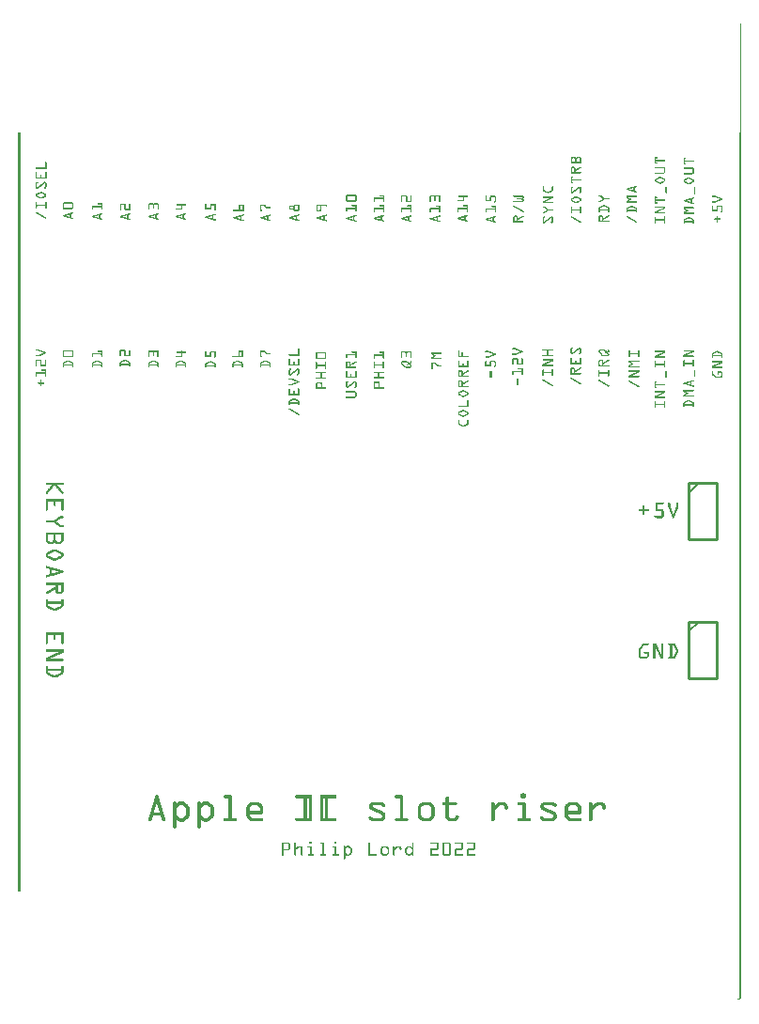
<source format=gto>
G04 MADE WITH FRITZING*
G04 WWW.FRITZING.ORG*
G04 DOUBLE SIDED*
G04 HOLES PLATED*
G04 CONTOUR ON CENTER OF CONTOUR VECTOR*
%ASAXBY*%
%FSLAX23Y23*%
%MOIN*%
%OFA0B0*%
%SFA1.0B1.0*%
%ADD10C,0.010000*%
%ADD11C,0.005000*%
%ADD12R,0.001000X0.001000*%
%LNSILK1*%
G90*
G70*
G54D10*
X2380Y1341D02*
X2380Y1141D01*
D02*
X2380Y1141D02*
X2480Y1141D01*
D02*
X2480Y1141D02*
X2480Y1341D01*
D02*
X2480Y1341D02*
X2380Y1341D01*
G54D11*
D02*
X2380Y1306D02*
X2415Y1341D01*
G54D10*
D02*
X2380Y1832D02*
X2380Y1632D01*
D02*
X2380Y1632D02*
X2480Y1632D01*
D02*
X2480Y1632D02*
X2480Y1832D01*
D02*
X2480Y1832D02*
X2380Y1832D01*
G54D11*
D02*
X2380Y1797D02*
X2415Y1832D01*
G54D12*
X2561Y3461D02*
X2565Y3461D01*
X2561Y3460D02*
X2565Y3460D01*
X2561Y3459D02*
X2565Y3459D01*
X2561Y3458D02*
X2565Y3458D01*
X2561Y3457D02*
X2565Y3457D01*
X2561Y3456D02*
X2565Y3456D01*
X2561Y3455D02*
X2565Y3455D01*
X2561Y3454D02*
X2565Y3454D01*
X2561Y3453D02*
X2565Y3453D01*
X2561Y3452D02*
X2565Y3452D01*
X2561Y3451D02*
X2565Y3451D01*
X2561Y3450D02*
X2565Y3450D01*
X2561Y3449D02*
X2565Y3449D01*
X2561Y3448D02*
X2565Y3448D01*
X2561Y3447D02*
X2565Y3447D01*
X2561Y3446D02*
X2565Y3446D01*
X2561Y3445D02*
X2565Y3445D01*
X2561Y3444D02*
X2565Y3444D01*
X2561Y3443D02*
X2565Y3443D01*
X2561Y3442D02*
X2565Y3442D01*
X2561Y3441D02*
X2565Y3441D01*
X2561Y3440D02*
X2565Y3440D01*
X2561Y3439D02*
X2565Y3439D01*
X2561Y3438D02*
X2565Y3438D01*
X2561Y3437D02*
X2565Y3437D01*
X2561Y3436D02*
X2565Y3436D01*
X2561Y3435D02*
X2565Y3435D01*
X2561Y3434D02*
X2565Y3434D01*
X2561Y3433D02*
X2565Y3433D01*
X2561Y3432D02*
X2565Y3432D01*
X2561Y3431D02*
X2565Y3431D01*
X2561Y3430D02*
X2565Y3430D01*
X2561Y3429D02*
X2565Y3429D01*
X2561Y3428D02*
X2565Y3428D01*
X2561Y3427D02*
X2565Y3427D01*
X2561Y3426D02*
X2565Y3426D01*
X2561Y3425D02*
X2565Y3425D01*
X2561Y3424D02*
X2565Y3424D01*
X2561Y3423D02*
X2565Y3423D01*
X2561Y3422D02*
X2565Y3422D01*
X2561Y3421D02*
X2565Y3421D01*
X2561Y3420D02*
X2565Y3420D01*
X2561Y3419D02*
X2565Y3419D01*
X2561Y3418D02*
X2565Y3418D01*
X2561Y3417D02*
X2565Y3417D01*
X2561Y3416D02*
X2565Y3416D01*
X2561Y3415D02*
X2565Y3415D01*
X2561Y3414D02*
X2565Y3414D01*
X2561Y3413D02*
X2565Y3413D01*
X2561Y3412D02*
X2565Y3412D01*
X2561Y3411D02*
X2565Y3411D01*
X2561Y3410D02*
X2565Y3410D01*
X2561Y3409D02*
X2565Y3409D01*
X2561Y3408D02*
X2565Y3408D01*
X2561Y3407D02*
X2565Y3407D01*
X2561Y3406D02*
X2565Y3406D01*
X2561Y3405D02*
X2565Y3405D01*
X2561Y3404D02*
X2565Y3404D01*
X2561Y3403D02*
X2565Y3403D01*
X2561Y3402D02*
X2565Y3402D01*
X2561Y3401D02*
X2565Y3401D01*
X2561Y3400D02*
X2565Y3400D01*
X2561Y3399D02*
X2565Y3399D01*
X2561Y3398D02*
X2565Y3398D01*
X2561Y3397D02*
X2565Y3397D01*
X2561Y3396D02*
X2565Y3396D01*
X2561Y3395D02*
X2565Y3395D01*
X2561Y3394D02*
X2565Y3394D01*
X2561Y3393D02*
X2565Y3393D01*
X2561Y3392D02*
X2565Y3392D01*
X2561Y3391D02*
X2565Y3391D01*
X2561Y3390D02*
X2565Y3390D01*
X2561Y3389D02*
X2565Y3389D01*
X2561Y3388D02*
X2565Y3388D01*
X2561Y3387D02*
X2565Y3387D01*
X2561Y3386D02*
X2565Y3386D01*
X2561Y3385D02*
X2565Y3385D01*
X2561Y3384D02*
X2565Y3384D01*
X2561Y3383D02*
X2565Y3383D01*
X2561Y3382D02*
X2565Y3382D01*
X2561Y3381D02*
X2565Y3381D01*
X2561Y3380D02*
X2565Y3380D01*
X2561Y3379D02*
X2565Y3379D01*
X2561Y3378D02*
X2565Y3378D01*
X2561Y3377D02*
X2565Y3377D01*
X2561Y3376D02*
X2565Y3376D01*
X2561Y3375D02*
X2565Y3375D01*
X2561Y3374D02*
X2565Y3374D01*
X2561Y3373D02*
X2565Y3373D01*
X2561Y3372D02*
X2565Y3372D01*
X2561Y3371D02*
X2565Y3371D01*
X2561Y3370D02*
X2565Y3370D01*
X2561Y3369D02*
X2565Y3369D01*
X2561Y3368D02*
X2565Y3368D01*
X2561Y3367D02*
X2565Y3367D01*
X2561Y3366D02*
X2565Y3366D01*
X2561Y3365D02*
X2565Y3365D01*
X2561Y3364D02*
X2565Y3364D01*
X2561Y3363D02*
X2565Y3363D01*
X2561Y3362D02*
X2565Y3362D01*
X2561Y3361D02*
X2565Y3361D01*
X2561Y3360D02*
X2565Y3360D01*
X2561Y3359D02*
X2565Y3359D01*
X2561Y3358D02*
X2565Y3358D01*
X2561Y3357D02*
X2565Y3357D01*
X2561Y3356D02*
X2565Y3356D01*
X2561Y3355D02*
X2565Y3355D01*
X2561Y3354D02*
X2565Y3354D01*
X2561Y3353D02*
X2565Y3353D01*
X2561Y3352D02*
X2565Y3352D01*
X2561Y3351D02*
X2565Y3351D01*
X2561Y3350D02*
X2565Y3350D01*
X2561Y3349D02*
X2565Y3349D01*
X2561Y3348D02*
X2565Y3348D01*
X2561Y3347D02*
X2565Y3347D01*
X2561Y3346D02*
X2565Y3346D01*
X2561Y3345D02*
X2565Y3345D01*
X2561Y3344D02*
X2565Y3344D01*
X2561Y3343D02*
X2565Y3343D01*
X2561Y3342D02*
X2565Y3342D01*
X2561Y3341D02*
X2565Y3341D01*
X2561Y3340D02*
X2565Y3340D01*
X2561Y3339D02*
X2565Y3339D01*
X2561Y3338D02*
X2565Y3338D01*
X2561Y3337D02*
X2565Y3337D01*
X2561Y3336D02*
X2565Y3336D01*
X2561Y3335D02*
X2565Y3335D01*
X2561Y3334D02*
X2565Y3334D01*
X2561Y3333D02*
X2565Y3333D01*
X2561Y3332D02*
X2565Y3332D01*
X2561Y3331D02*
X2565Y3331D01*
X2561Y3330D02*
X2565Y3330D01*
X2561Y3329D02*
X2565Y3329D01*
X2561Y3328D02*
X2565Y3328D01*
X2561Y3327D02*
X2565Y3327D01*
X2561Y3326D02*
X2565Y3326D01*
X2561Y3325D02*
X2565Y3325D01*
X2561Y3324D02*
X2565Y3324D01*
X2561Y3323D02*
X2565Y3323D01*
X2561Y3322D02*
X2565Y3322D01*
X2561Y3321D02*
X2565Y3321D01*
X2561Y3320D02*
X2565Y3320D01*
X2561Y3319D02*
X2565Y3319D01*
X2561Y3318D02*
X2565Y3318D01*
X2561Y3317D02*
X2565Y3317D01*
X2561Y3316D02*
X2565Y3316D01*
X2561Y3315D02*
X2565Y3315D01*
X2561Y3314D02*
X2565Y3314D01*
X2561Y3313D02*
X2565Y3313D01*
X2561Y3312D02*
X2565Y3312D01*
X2561Y3311D02*
X2565Y3311D01*
X2561Y3310D02*
X2565Y3310D01*
X2561Y3309D02*
X2565Y3309D01*
X2561Y3308D02*
X2565Y3308D01*
X2561Y3307D02*
X2565Y3307D01*
X2561Y3306D02*
X2565Y3306D01*
X2561Y3305D02*
X2565Y3305D01*
X2561Y3304D02*
X2565Y3304D01*
X2561Y3303D02*
X2565Y3303D01*
X2561Y3302D02*
X2565Y3302D01*
X2561Y3301D02*
X2565Y3301D01*
X2561Y3300D02*
X2565Y3300D01*
X2561Y3299D02*
X2565Y3299D01*
X2561Y3298D02*
X2565Y3298D01*
X2561Y3297D02*
X2565Y3297D01*
X2561Y3296D02*
X2565Y3296D01*
X2561Y3295D02*
X2565Y3295D01*
X2561Y3294D02*
X2565Y3294D01*
X2561Y3293D02*
X2565Y3293D01*
X2561Y3292D02*
X2565Y3292D01*
X2561Y3291D02*
X2565Y3291D01*
X2561Y3290D02*
X2565Y3290D01*
X2561Y3289D02*
X2565Y3289D01*
X2561Y3288D02*
X2565Y3288D01*
X2561Y3287D02*
X2565Y3287D01*
X2561Y3286D02*
X2565Y3286D01*
X2561Y3285D02*
X2565Y3285D01*
X2561Y3284D02*
X2565Y3284D01*
X2561Y3283D02*
X2565Y3283D01*
X2561Y3282D02*
X2565Y3282D01*
X2561Y3281D02*
X2565Y3281D01*
X2561Y3280D02*
X2565Y3280D01*
X2561Y3279D02*
X2565Y3279D01*
X2561Y3278D02*
X2565Y3278D01*
X2561Y3277D02*
X2565Y3277D01*
X2561Y3276D02*
X2565Y3276D01*
X2561Y3275D02*
X2565Y3275D01*
X2561Y3274D02*
X2565Y3274D01*
X2561Y3273D02*
X2565Y3273D01*
X2561Y3272D02*
X2565Y3272D01*
X2561Y3271D02*
X2565Y3271D01*
X2561Y3270D02*
X2565Y3270D01*
X2561Y3269D02*
X2565Y3269D01*
X2561Y3268D02*
X2565Y3268D01*
X2561Y3267D02*
X2565Y3267D01*
X2561Y3266D02*
X2565Y3266D01*
X2561Y3265D02*
X2565Y3265D01*
X2561Y3264D02*
X2565Y3264D01*
X2561Y3263D02*
X2565Y3263D01*
X2561Y3262D02*
X2565Y3262D01*
X2561Y3261D02*
X2565Y3261D01*
X2561Y3260D02*
X2565Y3260D01*
X2561Y3259D02*
X2565Y3259D01*
X2561Y3258D02*
X2565Y3258D01*
X2561Y3257D02*
X2565Y3257D01*
X2561Y3256D02*
X2565Y3256D01*
X2561Y3255D02*
X2565Y3255D01*
X2561Y3254D02*
X2565Y3254D01*
X2561Y3253D02*
X2565Y3253D01*
X2561Y3252D02*
X2565Y3252D01*
X2561Y3251D02*
X2565Y3251D01*
X2561Y3250D02*
X2565Y3250D01*
X2561Y3249D02*
X2565Y3249D01*
X2561Y3248D02*
X2565Y3248D01*
X2561Y3247D02*
X2565Y3247D01*
X2561Y3246D02*
X2565Y3246D01*
X2561Y3245D02*
X2565Y3245D01*
X2561Y3244D02*
X2565Y3244D01*
X2561Y3243D02*
X2565Y3243D01*
X2561Y3242D02*
X2565Y3242D01*
X2561Y3241D02*
X2565Y3241D01*
X2561Y3240D02*
X2565Y3240D01*
X2561Y3239D02*
X2565Y3239D01*
X2561Y3238D02*
X2565Y3238D01*
X2561Y3237D02*
X2565Y3237D01*
X2561Y3236D02*
X2565Y3236D01*
X2561Y3235D02*
X2565Y3235D01*
X2561Y3234D02*
X2565Y3234D01*
X2561Y3233D02*
X2565Y3233D01*
X2561Y3232D02*
X2565Y3232D01*
X2561Y3231D02*
X2565Y3231D01*
X2561Y3230D02*
X2565Y3230D01*
X2561Y3229D02*
X2565Y3229D01*
X2561Y3228D02*
X2565Y3228D01*
X2561Y3227D02*
X2565Y3227D01*
X2561Y3226D02*
X2565Y3226D01*
X2561Y3225D02*
X2565Y3225D01*
X2561Y3224D02*
X2565Y3224D01*
X2561Y3223D02*
X2565Y3223D01*
X2561Y3222D02*
X2565Y3222D01*
X2561Y3221D02*
X2565Y3221D01*
X2561Y3220D02*
X2565Y3220D01*
X2561Y3219D02*
X2565Y3219D01*
X2561Y3218D02*
X2565Y3218D01*
X2561Y3217D02*
X2565Y3217D01*
X2561Y3216D02*
X2565Y3216D01*
X2561Y3215D02*
X2565Y3215D01*
X2561Y3214D02*
X2565Y3214D01*
X2561Y3213D02*
X2565Y3213D01*
X2561Y3212D02*
X2565Y3212D01*
X2561Y3211D02*
X2565Y3211D01*
X2561Y3210D02*
X2565Y3210D01*
X2561Y3209D02*
X2565Y3209D01*
X2561Y3208D02*
X2565Y3208D01*
X2561Y3207D02*
X2565Y3207D01*
X2561Y3206D02*
X2565Y3206D01*
X2561Y3205D02*
X2565Y3205D01*
X2561Y3204D02*
X2565Y3204D01*
X2561Y3203D02*
X2565Y3203D01*
X2561Y3202D02*
X2565Y3202D01*
X2561Y3201D02*
X2565Y3201D01*
X2561Y3200D02*
X2565Y3200D01*
X2561Y3199D02*
X2565Y3199D01*
X2561Y3198D02*
X2565Y3198D01*
X2561Y3197D02*
X2565Y3197D01*
X2561Y3196D02*
X2565Y3196D01*
X2561Y3195D02*
X2565Y3195D01*
X2561Y3194D02*
X2565Y3194D01*
X2561Y3193D02*
X2565Y3193D01*
X2561Y3192D02*
X2565Y3192D01*
X2561Y3191D02*
X2565Y3191D01*
X2561Y3190D02*
X2565Y3190D01*
X2561Y3189D02*
X2565Y3189D01*
X2561Y3188D02*
X2565Y3188D01*
X2561Y3187D02*
X2565Y3187D01*
X2561Y3186D02*
X2565Y3186D01*
X2561Y3185D02*
X2565Y3185D01*
X2561Y3184D02*
X2565Y3184D01*
X2561Y3183D02*
X2565Y3183D01*
X2561Y3182D02*
X2565Y3182D01*
X2561Y3181D02*
X2565Y3181D01*
X2561Y3180D02*
X2565Y3180D01*
X2561Y3179D02*
X2565Y3179D01*
X2561Y3178D02*
X2565Y3178D01*
X2561Y3177D02*
X2565Y3177D01*
X2561Y3176D02*
X2565Y3176D01*
X2561Y3175D02*
X2565Y3175D01*
X2561Y3174D02*
X2565Y3174D01*
X2561Y3173D02*
X2565Y3173D01*
X2561Y3172D02*
X2565Y3172D01*
X2561Y3171D02*
X2565Y3171D01*
X2561Y3170D02*
X2565Y3170D01*
X2561Y3169D02*
X2565Y3169D01*
X2561Y3168D02*
X2565Y3168D01*
X2561Y3167D02*
X2565Y3167D01*
X2561Y3166D02*
X2565Y3166D01*
X2561Y3165D02*
X2565Y3165D01*
X2561Y3164D02*
X2565Y3164D01*
X2561Y3163D02*
X2565Y3163D01*
X2561Y3162D02*
X2565Y3162D01*
X2561Y3161D02*
X2565Y3161D01*
X2561Y3160D02*
X2565Y3160D01*
X2561Y3159D02*
X2565Y3159D01*
X2561Y3158D02*
X2565Y3158D01*
X2561Y3157D02*
X2565Y3157D01*
X2561Y3156D02*
X2565Y3156D01*
X2561Y3155D02*
X2565Y3155D01*
X2561Y3154D02*
X2565Y3154D01*
X2561Y3153D02*
X2565Y3153D01*
X2561Y3152D02*
X2565Y3152D01*
X2561Y3151D02*
X2565Y3151D01*
X2561Y3150D02*
X2565Y3150D01*
X2561Y3149D02*
X2565Y3149D01*
X2561Y3148D02*
X2565Y3148D01*
X2561Y3147D02*
X2565Y3147D01*
X2561Y3146D02*
X2565Y3146D01*
X2561Y3145D02*
X2565Y3145D01*
X2561Y3144D02*
X2565Y3144D01*
X2561Y3143D02*
X2565Y3143D01*
X2561Y3142D02*
X2565Y3142D01*
X2561Y3141D02*
X2565Y3141D01*
X2561Y3140D02*
X2565Y3140D01*
X2561Y3139D02*
X2565Y3139D01*
X2561Y3138D02*
X2565Y3138D01*
X2561Y3137D02*
X2565Y3137D01*
X2561Y3136D02*
X2565Y3136D01*
X2561Y3135D02*
X2565Y3135D01*
X2561Y3134D02*
X2565Y3134D01*
X2561Y3133D02*
X2565Y3133D01*
X2561Y3132D02*
X2565Y3132D01*
X2561Y3131D02*
X2565Y3131D01*
X2561Y3130D02*
X2565Y3130D01*
X2561Y3129D02*
X2565Y3129D01*
X2561Y3128D02*
X2565Y3128D01*
X2561Y3127D02*
X2565Y3127D01*
X2561Y3126D02*
X2565Y3126D01*
X2561Y3125D02*
X2565Y3125D01*
X2561Y3124D02*
X2565Y3124D01*
X2561Y3123D02*
X2565Y3123D01*
X2561Y3122D02*
X2565Y3122D01*
X2561Y3121D02*
X2565Y3121D01*
X2561Y3120D02*
X2565Y3120D01*
X2561Y3119D02*
X2565Y3119D01*
X2561Y3118D02*
X2565Y3118D01*
X2561Y3117D02*
X2565Y3117D01*
X2561Y3116D02*
X2565Y3116D01*
X2561Y3115D02*
X2565Y3115D01*
X2561Y3114D02*
X2565Y3114D01*
X2561Y3113D02*
X2565Y3113D01*
X2561Y3112D02*
X2565Y3112D01*
X2561Y3111D02*
X2565Y3111D01*
X2561Y3110D02*
X2565Y3110D01*
X2561Y3109D02*
X2565Y3109D01*
X2561Y3108D02*
X2565Y3108D01*
X2561Y3107D02*
X2565Y3107D01*
X2561Y3106D02*
X2565Y3106D01*
X2561Y3105D02*
X2565Y3105D01*
X2561Y3104D02*
X2565Y3104D01*
X2561Y3103D02*
X2565Y3103D01*
X2561Y3102D02*
X2565Y3102D01*
X2561Y3101D02*
X2565Y3101D01*
X2561Y3100D02*
X2565Y3100D01*
X2561Y3099D02*
X2565Y3099D01*
X2561Y3098D02*
X2565Y3098D01*
X2561Y3097D02*
X2565Y3097D01*
X2561Y3096D02*
X2565Y3096D01*
X2561Y3095D02*
X2565Y3095D01*
X2561Y3094D02*
X2565Y3094D01*
X2561Y3093D02*
X2565Y3093D01*
X2561Y3092D02*
X2565Y3092D01*
X2561Y3091D02*
X2565Y3091D01*
X2561Y3090D02*
X2565Y3090D01*
X2561Y3089D02*
X2565Y3089D01*
X2561Y3088D02*
X2565Y3088D01*
X2561Y3087D02*
X2565Y3087D01*
X2561Y3086D02*
X2565Y3086D01*
X2561Y3085D02*
X2565Y3085D01*
X2561Y3084D02*
X2565Y3084D01*
X2561Y3083D02*
X2565Y3083D01*
X2561Y3082D02*
X2565Y3082D01*
X2561Y3081D02*
X2565Y3081D01*
X2561Y3080D02*
X2565Y3080D01*
X2561Y3079D02*
X2565Y3079D01*
X2561Y3078D02*
X2565Y3078D01*
X2561Y3077D02*
X2565Y3077D01*
X2561Y3076D02*
X2565Y3076D01*
X0Y3075D02*
X7Y3075D01*
X2558Y3075D02*
X2565Y3075D01*
X0Y3074D02*
X7Y3074D01*
X2558Y3074D02*
X2565Y3074D01*
X0Y3073D02*
X7Y3073D01*
X2558Y3073D02*
X2565Y3073D01*
X0Y3072D02*
X7Y3072D01*
X2558Y3072D02*
X2565Y3072D01*
X0Y3071D02*
X7Y3071D01*
X2558Y3071D02*
X2565Y3071D01*
X0Y3070D02*
X7Y3070D01*
X2558Y3070D02*
X2565Y3070D01*
X0Y3069D02*
X7Y3069D01*
X2558Y3069D02*
X2565Y3069D01*
X0Y3068D02*
X7Y3068D01*
X2558Y3068D02*
X2565Y3068D01*
X0Y3067D02*
X7Y3067D01*
X2558Y3067D02*
X2565Y3067D01*
X0Y3066D02*
X7Y3066D01*
X2558Y3066D02*
X2565Y3066D01*
X0Y3065D02*
X7Y3065D01*
X2558Y3065D02*
X2565Y3065D01*
X0Y3064D02*
X7Y3064D01*
X2558Y3064D02*
X2565Y3064D01*
X0Y3063D02*
X7Y3063D01*
X2558Y3063D02*
X2565Y3063D01*
X0Y3062D02*
X7Y3062D01*
X2558Y3062D02*
X2565Y3062D01*
X0Y3061D02*
X7Y3061D01*
X2558Y3061D02*
X2565Y3061D01*
X0Y3060D02*
X7Y3060D01*
X2558Y3060D02*
X2565Y3060D01*
X0Y3059D02*
X7Y3059D01*
X2558Y3059D02*
X2565Y3059D01*
X0Y3058D02*
X7Y3058D01*
X2558Y3058D02*
X2565Y3058D01*
X0Y3057D02*
X7Y3057D01*
X2558Y3057D02*
X2565Y3057D01*
X0Y3056D02*
X7Y3056D01*
X2558Y3056D02*
X2565Y3056D01*
X0Y3055D02*
X7Y3055D01*
X2558Y3055D02*
X2565Y3055D01*
X0Y3054D02*
X7Y3054D01*
X2558Y3054D02*
X2565Y3054D01*
X0Y3053D02*
X7Y3053D01*
X2558Y3053D02*
X2565Y3053D01*
X0Y3052D02*
X7Y3052D01*
X2558Y3052D02*
X2565Y3052D01*
X0Y3051D02*
X7Y3051D01*
X2558Y3051D02*
X2565Y3051D01*
X0Y3050D02*
X7Y3050D01*
X2558Y3050D02*
X2565Y3050D01*
X0Y3049D02*
X7Y3049D01*
X2558Y3049D02*
X2565Y3049D01*
X0Y3048D02*
X7Y3048D01*
X2558Y3048D02*
X2565Y3048D01*
X0Y3047D02*
X7Y3047D01*
X2558Y3047D02*
X2565Y3047D01*
X0Y3046D02*
X7Y3046D01*
X2558Y3046D02*
X2565Y3046D01*
X0Y3045D02*
X7Y3045D01*
X2558Y3045D02*
X2565Y3045D01*
X0Y3044D02*
X7Y3044D01*
X2558Y3044D02*
X2565Y3044D01*
X0Y3043D02*
X7Y3043D01*
X2558Y3043D02*
X2565Y3043D01*
X0Y3042D02*
X7Y3042D01*
X2558Y3042D02*
X2565Y3042D01*
X0Y3041D02*
X7Y3041D01*
X2558Y3041D02*
X2565Y3041D01*
X0Y3040D02*
X7Y3040D01*
X2558Y3040D02*
X2565Y3040D01*
X0Y3039D02*
X7Y3039D01*
X2558Y3039D02*
X2565Y3039D01*
X0Y3038D02*
X7Y3038D01*
X2558Y3038D02*
X2565Y3038D01*
X0Y3037D02*
X7Y3037D01*
X2558Y3037D02*
X2565Y3037D01*
X0Y3036D02*
X7Y3036D01*
X2558Y3036D02*
X2565Y3036D01*
X0Y3035D02*
X7Y3035D01*
X2558Y3035D02*
X2565Y3035D01*
X0Y3034D02*
X7Y3034D01*
X2558Y3034D02*
X2565Y3034D01*
X0Y3033D02*
X7Y3033D01*
X2558Y3033D02*
X2565Y3033D01*
X0Y3032D02*
X7Y3032D01*
X2558Y3032D02*
X2565Y3032D01*
X0Y3031D02*
X7Y3031D01*
X2558Y3031D02*
X2565Y3031D01*
X0Y3030D02*
X7Y3030D01*
X2558Y3030D02*
X2565Y3030D01*
X0Y3029D02*
X7Y3029D01*
X2558Y3029D02*
X2565Y3029D01*
X0Y3028D02*
X7Y3028D01*
X2558Y3028D02*
X2565Y3028D01*
X0Y3027D02*
X7Y3027D01*
X2558Y3027D02*
X2565Y3027D01*
X0Y3026D02*
X7Y3026D01*
X2558Y3026D02*
X2565Y3026D01*
X0Y3025D02*
X7Y3025D01*
X2558Y3025D02*
X2565Y3025D01*
X0Y3024D02*
X7Y3024D01*
X2558Y3024D02*
X2565Y3024D01*
X0Y3023D02*
X7Y3023D01*
X2558Y3023D02*
X2565Y3023D01*
X0Y3022D02*
X7Y3022D01*
X2558Y3022D02*
X2565Y3022D01*
X0Y3021D02*
X7Y3021D01*
X2558Y3021D02*
X2565Y3021D01*
X0Y3020D02*
X7Y3020D01*
X2558Y3020D02*
X2565Y3020D01*
X0Y3019D02*
X7Y3019D01*
X2558Y3019D02*
X2565Y3019D01*
X0Y3018D02*
X7Y3018D01*
X2558Y3018D02*
X2565Y3018D01*
X0Y3017D02*
X7Y3017D01*
X2558Y3017D02*
X2565Y3017D01*
X0Y3016D02*
X7Y3016D01*
X2558Y3016D02*
X2565Y3016D01*
X0Y3015D02*
X7Y3015D01*
X2558Y3015D02*
X2565Y3015D01*
X0Y3014D02*
X7Y3014D01*
X2558Y3014D02*
X2565Y3014D01*
X0Y3013D02*
X7Y3013D01*
X2558Y3013D02*
X2565Y3013D01*
X0Y3012D02*
X7Y3012D01*
X2558Y3012D02*
X2565Y3012D01*
X0Y3011D02*
X7Y3011D01*
X2558Y3011D02*
X2565Y3011D01*
X0Y3010D02*
X7Y3010D01*
X2558Y3010D02*
X2565Y3010D01*
X0Y3009D02*
X7Y3009D01*
X2558Y3009D02*
X2565Y3009D01*
X0Y3008D02*
X7Y3008D01*
X2558Y3008D02*
X2565Y3008D01*
X0Y3007D02*
X7Y3007D01*
X2558Y3007D02*
X2565Y3007D01*
X0Y3006D02*
X7Y3006D01*
X2558Y3006D02*
X2565Y3006D01*
X0Y3005D02*
X7Y3005D01*
X2558Y3005D02*
X2565Y3005D01*
X0Y3004D02*
X7Y3004D01*
X2558Y3004D02*
X2565Y3004D01*
X0Y3003D02*
X7Y3003D01*
X2558Y3003D02*
X2565Y3003D01*
X0Y3002D02*
X7Y3002D01*
X2558Y3002D02*
X2565Y3002D01*
X0Y3001D02*
X7Y3001D01*
X2558Y3001D02*
X2565Y3001D01*
X0Y3000D02*
X7Y3000D01*
X2558Y3000D02*
X2565Y3000D01*
X0Y2999D02*
X7Y2999D01*
X2558Y2999D02*
X2565Y2999D01*
X0Y2998D02*
X7Y2998D01*
X2558Y2998D02*
X2565Y2998D01*
X0Y2997D02*
X7Y2997D01*
X2558Y2997D02*
X2565Y2997D01*
X0Y2996D02*
X7Y2996D01*
X2558Y2996D02*
X2565Y2996D01*
X0Y2995D02*
X7Y2995D01*
X2558Y2995D02*
X2565Y2995D01*
X0Y2994D02*
X7Y2994D01*
X2558Y2994D02*
X2565Y2994D01*
X0Y2993D02*
X7Y2993D01*
X2558Y2993D02*
X2565Y2993D01*
X0Y2992D02*
X7Y2992D01*
X2558Y2992D02*
X2565Y2992D01*
X0Y2991D02*
X7Y2991D01*
X2558Y2991D02*
X2565Y2991D01*
X0Y2990D02*
X7Y2990D01*
X1968Y2990D02*
X1974Y2990D01*
X1984Y2990D02*
X1991Y2990D01*
X2558Y2990D02*
X2565Y2990D01*
X0Y2989D02*
X7Y2989D01*
X1966Y2989D02*
X1976Y2989D01*
X1982Y2989D02*
X1993Y2989D01*
X2260Y2989D02*
X2266Y2989D01*
X2558Y2989D02*
X2565Y2989D01*
X0Y2988D02*
X7Y2988D01*
X1964Y2988D02*
X1978Y2988D01*
X1981Y2988D02*
X1994Y2988D01*
X2259Y2988D02*
X2267Y2988D01*
X2558Y2988D02*
X2565Y2988D01*
X0Y2987D02*
X7Y2987D01*
X1963Y2987D02*
X1995Y2987D01*
X2259Y2987D02*
X2267Y2987D01*
X2361Y2987D02*
X2368Y2987D01*
X2558Y2987D02*
X2565Y2987D01*
X0Y2986D02*
X7Y2986D01*
X1962Y2986D02*
X1996Y2986D01*
X2259Y2986D02*
X2267Y2986D01*
X2361Y2986D02*
X2369Y2986D01*
X2558Y2986D02*
X2565Y2986D01*
X0Y2985D02*
X7Y2985D01*
X1962Y2985D02*
X1968Y2985D01*
X1974Y2985D02*
X1984Y2985D01*
X1991Y2985D02*
X1997Y2985D01*
X2259Y2985D02*
X2267Y2985D01*
X2361Y2985D02*
X2369Y2985D01*
X2558Y2985D02*
X2565Y2985D01*
X0Y2984D02*
X7Y2984D01*
X1961Y2984D02*
X1966Y2984D01*
X1976Y2984D02*
X1983Y2984D01*
X1992Y2984D02*
X1997Y2984D01*
X2259Y2984D02*
X2263Y2984D01*
X2361Y2984D02*
X2369Y2984D01*
X2558Y2984D02*
X2565Y2984D01*
X0Y2983D02*
X7Y2983D01*
X1961Y2983D02*
X1965Y2983D01*
X1977Y2983D02*
X1982Y2983D01*
X1993Y2983D02*
X1997Y2983D01*
X2259Y2983D02*
X2263Y2983D01*
X2361Y2983D02*
X2369Y2983D01*
X2558Y2983D02*
X2565Y2983D01*
X0Y2982D02*
X7Y2982D01*
X1961Y2982D02*
X1965Y2982D01*
X1977Y2982D02*
X1981Y2982D01*
X1994Y2982D02*
X1998Y2982D01*
X2259Y2982D02*
X2263Y2982D01*
X2361Y2982D02*
X2365Y2982D01*
X2558Y2982D02*
X2565Y2982D01*
X0Y2981D02*
X7Y2981D01*
X1961Y2981D02*
X1965Y2981D01*
X1977Y2981D02*
X1981Y2981D01*
X1994Y2981D02*
X1998Y2981D01*
X2259Y2981D02*
X2263Y2981D01*
X2361Y2981D02*
X2365Y2981D01*
X2558Y2981D02*
X2565Y2981D01*
X0Y2980D02*
X7Y2980D01*
X1961Y2980D02*
X1965Y2980D01*
X1977Y2980D02*
X1981Y2980D01*
X1994Y2980D02*
X1998Y2980D01*
X2259Y2980D02*
X2263Y2980D01*
X2361Y2980D02*
X2365Y2980D01*
X2558Y2980D02*
X2565Y2980D01*
X0Y2979D02*
X7Y2979D01*
X1961Y2979D02*
X1965Y2979D01*
X1977Y2979D02*
X1981Y2979D01*
X1994Y2979D02*
X1998Y2979D01*
X2259Y2979D02*
X2296Y2979D01*
X2361Y2979D02*
X2365Y2979D01*
X2558Y2979D02*
X2565Y2979D01*
X0Y2978D02*
X7Y2978D01*
X1961Y2978D02*
X1965Y2978D01*
X1977Y2978D02*
X1981Y2978D01*
X1994Y2978D02*
X1998Y2978D01*
X2259Y2978D02*
X2296Y2978D01*
X2361Y2978D02*
X2365Y2978D01*
X2558Y2978D02*
X2565Y2978D01*
X0Y2977D02*
X7Y2977D01*
X1961Y2977D02*
X1965Y2977D01*
X1977Y2977D02*
X1981Y2977D01*
X1994Y2977D02*
X1998Y2977D01*
X2259Y2977D02*
X2296Y2977D01*
X2361Y2977D02*
X2397Y2977D01*
X2558Y2977D02*
X2565Y2977D01*
X0Y2976D02*
X7Y2976D01*
X1961Y2976D02*
X1965Y2976D01*
X1977Y2976D02*
X1981Y2976D01*
X1994Y2976D02*
X1998Y2976D01*
X2259Y2976D02*
X2296Y2976D01*
X2361Y2976D02*
X2398Y2976D01*
X2558Y2976D02*
X2565Y2976D01*
X0Y2975D02*
X7Y2975D01*
X1961Y2975D02*
X1965Y2975D01*
X1977Y2975D02*
X1981Y2975D01*
X1994Y2975D02*
X1998Y2975D01*
X2259Y2975D02*
X2295Y2975D01*
X2361Y2975D02*
X2398Y2975D01*
X2558Y2975D02*
X2565Y2975D01*
X0Y2974D02*
X7Y2974D01*
X1961Y2974D02*
X1965Y2974D01*
X1977Y2974D02*
X1981Y2974D01*
X1994Y2974D02*
X1998Y2974D01*
X2259Y2974D02*
X2263Y2974D01*
X2361Y2974D02*
X2398Y2974D01*
X2558Y2974D02*
X2565Y2974D01*
X0Y2973D02*
X7Y2973D01*
X1961Y2973D02*
X1965Y2973D01*
X1977Y2973D02*
X1981Y2973D01*
X1994Y2973D02*
X1998Y2973D01*
X2259Y2973D02*
X2263Y2973D01*
X2361Y2973D02*
X2397Y2973D01*
X2558Y2973D02*
X2565Y2973D01*
X0Y2972D02*
X7Y2972D01*
X97Y2972D02*
X98Y2972D01*
X1961Y2972D02*
X1965Y2972D01*
X1977Y2972D02*
X1981Y2972D01*
X1994Y2972D02*
X1998Y2972D01*
X2259Y2972D02*
X2263Y2972D01*
X2361Y2972D02*
X2365Y2972D01*
X2558Y2972D02*
X2565Y2972D01*
X0Y2971D02*
X7Y2971D01*
X96Y2971D02*
X99Y2971D01*
X1961Y2971D02*
X1998Y2971D01*
X2259Y2971D02*
X2263Y2971D01*
X2361Y2971D02*
X2365Y2971D01*
X2558Y2971D02*
X2565Y2971D01*
X0Y2970D02*
X7Y2970D01*
X96Y2970D02*
X100Y2970D01*
X1961Y2970D02*
X1998Y2970D01*
X2259Y2970D02*
X2265Y2970D01*
X2361Y2970D02*
X2365Y2970D01*
X2558Y2970D02*
X2565Y2970D01*
X0Y2969D02*
X7Y2969D01*
X96Y2969D02*
X100Y2969D01*
X1961Y2969D02*
X1998Y2969D01*
X2259Y2969D02*
X2267Y2969D01*
X2361Y2969D02*
X2365Y2969D01*
X2558Y2969D02*
X2565Y2969D01*
X0Y2968D02*
X7Y2968D01*
X96Y2968D02*
X100Y2968D01*
X1961Y2968D02*
X1998Y2968D01*
X2259Y2968D02*
X2267Y2968D01*
X2361Y2968D02*
X2365Y2968D01*
X2558Y2968D02*
X2565Y2968D01*
X0Y2967D02*
X7Y2967D01*
X96Y2967D02*
X100Y2967D01*
X1961Y2967D02*
X1998Y2967D01*
X2259Y2967D02*
X2267Y2967D01*
X2361Y2967D02*
X2369Y2967D01*
X2558Y2967D02*
X2565Y2967D01*
X0Y2966D02*
X7Y2966D01*
X96Y2966D02*
X100Y2966D01*
X2259Y2966D02*
X2267Y2966D01*
X2361Y2966D02*
X2369Y2966D01*
X2558Y2966D02*
X2565Y2966D01*
X0Y2965D02*
X7Y2965D01*
X96Y2965D02*
X100Y2965D01*
X2361Y2965D02*
X2369Y2965D01*
X2558Y2965D02*
X2565Y2965D01*
X0Y2964D02*
X7Y2964D01*
X96Y2964D02*
X100Y2964D01*
X2361Y2964D02*
X2369Y2964D01*
X2558Y2964D02*
X2565Y2964D01*
X0Y2963D02*
X7Y2963D01*
X96Y2963D02*
X100Y2963D01*
X2362Y2963D02*
X2367Y2963D01*
X2558Y2963D02*
X2565Y2963D01*
X0Y2962D02*
X7Y2962D01*
X96Y2962D02*
X100Y2962D01*
X2558Y2962D02*
X2565Y2962D01*
X0Y2961D02*
X7Y2961D01*
X96Y2961D02*
X100Y2961D01*
X2558Y2961D02*
X2565Y2961D01*
X0Y2960D02*
X7Y2960D01*
X96Y2960D02*
X100Y2960D01*
X2558Y2960D02*
X2565Y2960D01*
X0Y2959D02*
X7Y2959D01*
X96Y2959D02*
X100Y2959D01*
X2558Y2959D02*
X2565Y2959D01*
X0Y2958D02*
X7Y2958D01*
X96Y2958D02*
X100Y2958D01*
X2558Y2958D02*
X2565Y2958D01*
X0Y2957D02*
X7Y2957D01*
X96Y2957D02*
X100Y2957D01*
X2558Y2957D02*
X2565Y2957D01*
X0Y2956D02*
X7Y2956D01*
X96Y2956D02*
X100Y2956D01*
X2558Y2956D02*
X2565Y2956D01*
X0Y2955D02*
X7Y2955D01*
X96Y2955D02*
X100Y2955D01*
X1967Y2955D02*
X1971Y2955D01*
X1995Y2955D02*
X1996Y2955D01*
X2558Y2955D02*
X2565Y2955D01*
X0Y2954D02*
X7Y2954D01*
X96Y2954D02*
X100Y2954D01*
X1964Y2954D02*
X1974Y2954D01*
X1994Y2954D02*
X1997Y2954D01*
X2261Y2954D02*
X2291Y2954D01*
X2558Y2954D02*
X2565Y2954D01*
X0Y2953D02*
X7Y2953D01*
X96Y2953D02*
X100Y2953D01*
X1963Y2953D02*
X1975Y2953D01*
X1992Y2953D02*
X1998Y2953D01*
X2260Y2953D02*
X2293Y2953D01*
X2558Y2953D02*
X2565Y2953D01*
X0Y2952D02*
X7Y2952D01*
X63Y2952D02*
X100Y2952D01*
X1962Y2952D02*
X1976Y2952D01*
X1990Y2952D02*
X1998Y2952D01*
X2259Y2952D02*
X2294Y2952D01*
X2558Y2952D02*
X2565Y2952D01*
X0Y2951D02*
X7Y2951D01*
X62Y2951D02*
X100Y2951D01*
X1961Y2951D02*
X1976Y2951D01*
X1988Y2951D02*
X1997Y2951D01*
X2260Y2951D02*
X2295Y2951D01*
X2362Y2951D02*
X2394Y2951D01*
X2558Y2951D02*
X2565Y2951D01*
X0Y2950D02*
X7Y2950D01*
X62Y2950D02*
X100Y2950D01*
X1961Y2950D02*
X1966Y2950D01*
X1972Y2950D02*
X1977Y2950D01*
X1987Y2950D02*
X1996Y2950D01*
X2260Y2950D02*
X2296Y2950D01*
X2361Y2950D02*
X2396Y2950D01*
X2558Y2950D02*
X2565Y2950D01*
X0Y2949D02*
X7Y2949D01*
X63Y2949D02*
X100Y2949D01*
X1961Y2949D02*
X1965Y2949D01*
X1973Y2949D02*
X1977Y2949D01*
X1985Y2949D02*
X1994Y2949D01*
X2291Y2949D02*
X2296Y2949D01*
X2361Y2949D02*
X2397Y2949D01*
X2558Y2949D02*
X2565Y2949D01*
X0Y2948D02*
X7Y2948D01*
X64Y2948D02*
X100Y2948D01*
X1961Y2948D02*
X1965Y2948D01*
X1973Y2948D02*
X1977Y2948D01*
X1983Y2948D02*
X1992Y2948D01*
X2292Y2948D02*
X2296Y2948D01*
X2362Y2948D02*
X2397Y2948D01*
X2558Y2948D02*
X2565Y2948D01*
X0Y2947D02*
X7Y2947D01*
X1961Y2947D02*
X1965Y2947D01*
X1973Y2947D02*
X1977Y2947D01*
X1982Y2947D02*
X1990Y2947D01*
X2292Y2947D02*
X2296Y2947D01*
X2392Y2947D02*
X2398Y2947D01*
X2558Y2947D02*
X2565Y2947D01*
X0Y2946D02*
X7Y2946D01*
X1961Y2946D02*
X1965Y2946D01*
X1973Y2946D02*
X1977Y2946D01*
X1980Y2946D02*
X1989Y2946D01*
X2293Y2946D02*
X2296Y2946D01*
X2394Y2946D02*
X2398Y2946D01*
X2558Y2946D02*
X2565Y2946D01*
X0Y2945D02*
X7Y2945D01*
X1961Y2945D02*
X1965Y2945D01*
X1973Y2945D02*
X1987Y2945D01*
X2293Y2945D02*
X2296Y2945D01*
X2394Y2945D02*
X2398Y2945D01*
X2558Y2945D02*
X2565Y2945D01*
X0Y2944D02*
X7Y2944D01*
X1961Y2944D02*
X1965Y2944D01*
X1973Y2944D02*
X1985Y2944D01*
X2293Y2944D02*
X2296Y2944D01*
X2394Y2944D02*
X2398Y2944D01*
X2558Y2944D02*
X2565Y2944D01*
X0Y2943D02*
X7Y2943D01*
X1961Y2943D02*
X1965Y2943D01*
X1973Y2943D02*
X1984Y2943D01*
X2293Y2943D02*
X2296Y2943D01*
X2394Y2943D02*
X2398Y2943D01*
X2558Y2943D02*
X2565Y2943D01*
X0Y2942D02*
X7Y2942D01*
X1961Y2942D02*
X1965Y2942D01*
X1973Y2942D02*
X1982Y2942D01*
X2293Y2942D02*
X2296Y2942D01*
X2394Y2942D02*
X2398Y2942D01*
X2558Y2942D02*
X2565Y2942D01*
X0Y2941D02*
X7Y2941D01*
X1961Y2941D02*
X1965Y2941D01*
X1973Y2941D02*
X1980Y2941D01*
X2293Y2941D02*
X2296Y2941D01*
X2394Y2941D02*
X2398Y2941D01*
X2558Y2941D02*
X2565Y2941D01*
X0Y2940D02*
X7Y2940D01*
X1961Y2940D02*
X1965Y2940D01*
X1973Y2940D02*
X1978Y2940D01*
X2293Y2940D02*
X2296Y2940D01*
X2394Y2940D02*
X2398Y2940D01*
X2558Y2940D02*
X2565Y2940D01*
X0Y2939D02*
X7Y2939D01*
X1961Y2939D02*
X1965Y2939D01*
X1973Y2939D02*
X1977Y2939D01*
X2293Y2939D02*
X2296Y2939D01*
X2394Y2939D02*
X2398Y2939D01*
X2558Y2939D02*
X2565Y2939D01*
X0Y2938D02*
X7Y2938D01*
X1961Y2938D02*
X1965Y2938D01*
X1973Y2938D02*
X1977Y2938D01*
X2293Y2938D02*
X2296Y2938D01*
X2394Y2938D02*
X2398Y2938D01*
X2558Y2938D02*
X2565Y2938D01*
X0Y2937D02*
X7Y2937D01*
X1961Y2937D02*
X1965Y2937D01*
X1973Y2937D02*
X1977Y2937D01*
X2292Y2937D02*
X2296Y2937D01*
X2394Y2937D02*
X2398Y2937D01*
X2558Y2937D02*
X2565Y2937D01*
X0Y2936D02*
X7Y2936D01*
X63Y2936D02*
X66Y2936D01*
X97Y2936D02*
X99Y2936D01*
X1961Y2936D02*
X1965Y2936D01*
X1973Y2936D02*
X1977Y2936D01*
X2292Y2936D02*
X2296Y2936D01*
X2394Y2936D02*
X2398Y2936D01*
X2558Y2936D02*
X2565Y2936D01*
X0Y2935D02*
X7Y2935D01*
X63Y2935D02*
X66Y2935D01*
X96Y2935D02*
X100Y2935D01*
X1961Y2935D02*
X1997Y2935D01*
X2291Y2935D02*
X2296Y2935D01*
X2394Y2935D02*
X2398Y2935D01*
X2558Y2935D02*
X2565Y2935D01*
X0Y2934D02*
X7Y2934D01*
X62Y2934D02*
X66Y2934D01*
X96Y2934D02*
X100Y2934D01*
X1961Y2934D02*
X1998Y2934D01*
X2260Y2934D02*
X2296Y2934D01*
X2394Y2934D02*
X2398Y2934D01*
X2558Y2934D02*
X2565Y2934D01*
X0Y2933D02*
X7Y2933D01*
X62Y2933D02*
X66Y2933D01*
X96Y2933D02*
X100Y2933D01*
X1961Y2933D02*
X1998Y2933D01*
X2260Y2933D02*
X2295Y2933D01*
X2393Y2933D02*
X2398Y2933D01*
X2558Y2933D02*
X2565Y2933D01*
X0Y2932D02*
X7Y2932D01*
X62Y2932D02*
X66Y2932D01*
X96Y2932D02*
X100Y2932D01*
X1961Y2932D02*
X1997Y2932D01*
X2259Y2932D02*
X2294Y2932D01*
X2362Y2932D02*
X2398Y2932D01*
X2558Y2932D02*
X2565Y2932D01*
X0Y2931D02*
X7Y2931D01*
X62Y2931D02*
X66Y2931D01*
X96Y2931D02*
X100Y2931D01*
X1961Y2931D02*
X1996Y2931D01*
X2260Y2931D02*
X2293Y2931D01*
X2361Y2931D02*
X2397Y2931D01*
X2558Y2931D02*
X2565Y2931D01*
X0Y2930D02*
X7Y2930D01*
X62Y2930D02*
X66Y2930D01*
X96Y2930D02*
X100Y2930D01*
X2261Y2930D02*
X2291Y2930D01*
X2361Y2930D02*
X2396Y2930D01*
X2558Y2930D02*
X2565Y2930D01*
X0Y2929D02*
X7Y2929D01*
X62Y2929D02*
X66Y2929D01*
X96Y2929D02*
X100Y2929D01*
X2362Y2929D02*
X2395Y2929D01*
X2558Y2929D02*
X2565Y2929D01*
X0Y2928D02*
X7Y2928D01*
X62Y2928D02*
X66Y2928D01*
X96Y2928D02*
X100Y2928D01*
X2363Y2928D02*
X2393Y2928D01*
X2558Y2928D02*
X2565Y2928D01*
X0Y2927D02*
X7Y2927D01*
X62Y2927D02*
X66Y2927D01*
X96Y2927D02*
X100Y2927D01*
X2558Y2927D02*
X2565Y2927D01*
X0Y2926D02*
X7Y2926D01*
X62Y2926D02*
X66Y2926D01*
X80Y2926D02*
X82Y2926D01*
X96Y2926D02*
X100Y2926D01*
X2558Y2926D02*
X2565Y2926D01*
X0Y2925D02*
X7Y2925D01*
X62Y2925D02*
X66Y2925D01*
X79Y2925D02*
X83Y2925D01*
X96Y2925D02*
X100Y2925D01*
X2558Y2925D02*
X2565Y2925D01*
X0Y2924D02*
X7Y2924D01*
X62Y2924D02*
X66Y2924D01*
X79Y2924D02*
X83Y2924D01*
X96Y2924D02*
X100Y2924D01*
X2558Y2924D02*
X2565Y2924D01*
X0Y2923D02*
X7Y2923D01*
X62Y2923D02*
X66Y2923D01*
X79Y2923D02*
X83Y2923D01*
X96Y2923D02*
X100Y2923D01*
X2558Y2923D02*
X2565Y2923D01*
X0Y2922D02*
X7Y2922D01*
X62Y2922D02*
X66Y2922D01*
X79Y2922D02*
X83Y2922D01*
X96Y2922D02*
X100Y2922D01*
X2558Y2922D02*
X2565Y2922D01*
X0Y2921D02*
X7Y2921D01*
X62Y2921D02*
X66Y2921D01*
X79Y2921D02*
X83Y2921D01*
X96Y2921D02*
X100Y2921D01*
X2558Y2921D02*
X2565Y2921D01*
X0Y2920D02*
X7Y2920D01*
X62Y2920D02*
X66Y2920D01*
X79Y2920D02*
X83Y2920D01*
X96Y2920D02*
X100Y2920D01*
X2558Y2920D02*
X2565Y2920D01*
X0Y2919D02*
X7Y2919D01*
X62Y2919D02*
X66Y2919D01*
X79Y2919D02*
X83Y2919D01*
X96Y2919D02*
X100Y2919D01*
X1961Y2919D02*
X1968Y2919D01*
X2558Y2919D02*
X2565Y2919D01*
X0Y2918D02*
X7Y2918D01*
X62Y2918D02*
X66Y2918D01*
X79Y2918D02*
X83Y2918D01*
X96Y2918D02*
X100Y2918D01*
X1961Y2918D02*
X1969Y2918D01*
X2274Y2918D02*
X2282Y2918D01*
X2558Y2918D02*
X2565Y2918D01*
X0Y2917D02*
X7Y2917D01*
X62Y2917D02*
X100Y2917D01*
X1961Y2917D02*
X1969Y2917D01*
X2272Y2917D02*
X2284Y2917D01*
X2558Y2917D02*
X2565Y2917D01*
X0Y2916D02*
X7Y2916D01*
X62Y2916D02*
X100Y2916D01*
X1961Y2916D02*
X1968Y2916D01*
X2270Y2916D02*
X2286Y2916D01*
X2376Y2916D02*
X2383Y2916D01*
X2558Y2916D02*
X2565Y2916D01*
X0Y2915D02*
X7Y2915D01*
X62Y2915D02*
X100Y2915D01*
X1961Y2915D02*
X1965Y2915D01*
X2268Y2915D02*
X2288Y2915D01*
X2374Y2915D02*
X2385Y2915D01*
X2558Y2915D02*
X2565Y2915D01*
X0Y2914D02*
X7Y2914D01*
X62Y2914D02*
X100Y2914D01*
X1961Y2914D02*
X1965Y2914D01*
X2266Y2914D02*
X2290Y2914D01*
X2372Y2914D02*
X2387Y2914D01*
X2558Y2914D02*
X2565Y2914D01*
X0Y2913D02*
X7Y2913D01*
X62Y2913D02*
X100Y2913D01*
X1961Y2913D02*
X1965Y2913D01*
X2264Y2913D02*
X2274Y2913D01*
X2282Y2913D02*
X2292Y2913D01*
X2370Y2913D02*
X2389Y2913D01*
X2558Y2913D02*
X2565Y2913D01*
X0Y2912D02*
X7Y2912D01*
X1961Y2912D02*
X1965Y2912D01*
X2262Y2912D02*
X2272Y2912D01*
X2284Y2912D02*
X2294Y2912D01*
X2368Y2912D02*
X2391Y2912D01*
X2558Y2912D02*
X2565Y2912D01*
X0Y2911D02*
X7Y2911D01*
X1961Y2911D02*
X1965Y2911D01*
X2261Y2911D02*
X2270Y2911D01*
X2286Y2911D02*
X2295Y2911D01*
X2366Y2911D02*
X2376Y2911D01*
X2383Y2911D02*
X2393Y2911D01*
X2558Y2911D02*
X2565Y2911D01*
X0Y2910D02*
X7Y2910D01*
X1961Y2910D02*
X1996Y2910D01*
X2260Y2910D02*
X2268Y2910D01*
X2288Y2910D02*
X2296Y2910D01*
X2364Y2910D02*
X2374Y2910D01*
X2385Y2910D02*
X2395Y2910D01*
X2558Y2910D02*
X2565Y2910D01*
X0Y2909D02*
X7Y2909D01*
X1961Y2909D02*
X1997Y2909D01*
X2260Y2909D02*
X2266Y2909D01*
X2290Y2909D02*
X2296Y2909D01*
X2363Y2909D02*
X2372Y2909D01*
X2387Y2909D02*
X2396Y2909D01*
X2558Y2909D02*
X2565Y2909D01*
X0Y2908D02*
X7Y2908D01*
X1961Y2908D02*
X1998Y2908D01*
X2260Y2908D02*
X2264Y2908D01*
X2292Y2908D02*
X2296Y2908D01*
X2362Y2908D02*
X2370Y2908D01*
X2389Y2908D02*
X2397Y2908D01*
X2558Y2908D02*
X2565Y2908D01*
X0Y2907D02*
X7Y2907D01*
X1961Y2907D02*
X1998Y2907D01*
X2259Y2907D02*
X2263Y2907D01*
X2292Y2907D02*
X2296Y2907D01*
X2362Y2907D02*
X2368Y2907D01*
X2391Y2907D02*
X2398Y2907D01*
X2558Y2907D02*
X2565Y2907D01*
X0Y2906D02*
X7Y2906D01*
X1961Y2906D02*
X1997Y2906D01*
X2260Y2906D02*
X2264Y2906D01*
X2292Y2906D02*
X2296Y2906D01*
X2361Y2906D02*
X2366Y2906D01*
X2393Y2906D02*
X2398Y2906D01*
X2558Y2906D02*
X2565Y2906D01*
X0Y2905D02*
X7Y2905D01*
X1961Y2905D02*
X1965Y2905D01*
X2260Y2905D02*
X2265Y2905D01*
X2291Y2905D02*
X2296Y2905D01*
X2361Y2905D02*
X2365Y2905D01*
X2394Y2905D02*
X2398Y2905D01*
X2558Y2905D02*
X2565Y2905D01*
X0Y2904D02*
X7Y2904D01*
X1961Y2904D02*
X1965Y2904D01*
X2260Y2904D02*
X2267Y2904D01*
X2289Y2904D02*
X2296Y2904D01*
X2361Y2904D02*
X2365Y2904D01*
X2394Y2904D02*
X2398Y2904D01*
X2558Y2904D02*
X2565Y2904D01*
X0Y2903D02*
X7Y2903D01*
X1961Y2903D02*
X1965Y2903D01*
X2261Y2903D02*
X2269Y2903D01*
X2287Y2903D02*
X2295Y2903D01*
X2361Y2903D02*
X2367Y2903D01*
X2393Y2903D02*
X2398Y2903D01*
X2558Y2903D02*
X2565Y2903D01*
X0Y2902D02*
X7Y2902D01*
X1961Y2902D02*
X1965Y2902D01*
X2262Y2902D02*
X2271Y2902D01*
X2285Y2902D02*
X2294Y2902D01*
X2362Y2902D02*
X2369Y2902D01*
X2391Y2902D02*
X2398Y2902D01*
X2558Y2902D02*
X2565Y2902D01*
X0Y2901D02*
X7Y2901D01*
X68Y2901D02*
X69Y2901D01*
X94Y2901D02*
X95Y2901D01*
X1961Y2901D02*
X1965Y2901D01*
X2263Y2901D02*
X2273Y2901D01*
X2283Y2901D02*
X2293Y2901D01*
X2362Y2901D02*
X2371Y2901D01*
X2389Y2901D02*
X2397Y2901D01*
X2558Y2901D02*
X2565Y2901D01*
X0Y2900D02*
X7Y2900D01*
X65Y2900D02*
X70Y2900D01*
X92Y2900D02*
X97Y2900D01*
X1961Y2900D02*
X1968Y2900D01*
X2265Y2900D02*
X2275Y2900D01*
X2281Y2900D02*
X2291Y2900D01*
X2363Y2900D02*
X2373Y2900D01*
X2387Y2900D02*
X2396Y2900D01*
X2558Y2900D02*
X2565Y2900D01*
X0Y2899D02*
X7Y2899D01*
X64Y2899D02*
X70Y2899D01*
X91Y2899D02*
X98Y2899D01*
X1961Y2899D02*
X1969Y2899D01*
X2267Y2899D02*
X2289Y2899D01*
X2364Y2899D02*
X2374Y2899D01*
X2385Y2899D02*
X2395Y2899D01*
X2558Y2899D02*
X2565Y2899D01*
X0Y2898D02*
X7Y2898D01*
X63Y2898D02*
X70Y2898D01*
X89Y2898D02*
X99Y2898D01*
X1961Y2898D02*
X1969Y2898D01*
X2269Y2898D02*
X2287Y2898D01*
X2366Y2898D02*
X2376Y2898D01*
X2383Y2898D02*
X2393Y2898D01*
X2558Y2898D02*
X2565Y2898D01*
X0Y2897D02*
X7Y2897D01*
X63Y2897D02*
X70Y2897D01*
X88Y2897D02*
X100Y2897D01*
X1961Y2897D02*
X1968Y2897D01*
X2271Y2897D02*
X2285Y2897D01*
X2368Y2897D02*
X2391Y2897D01*
X2558Y2897D02*
X2565Y2897D01*
X0Y2896D02*
X7Y2896D01*
X63Y2896D02*
X67Y2896D01*
X87Y2896D02*
X100Y2896D01*
X1961Y2896D02*
X1967Y2896D01*
X2273Y2896D02*
X2283Y2896D01*
X2370Y2896D02*
X2389Y2896D01*
X2558Y2896D02*
X2565Y2896D01*
X0Y2895D02*
X7Y2895D01*
X62Y2895D02*
X66Y2895D01*
X85Y2895D02*
X93Y2895D01*
X96Y2895D02*
X100Y2895D01*
X2276Y2895D02*
X2280Y2895D01*
X2372Y2895D02*
X2387Y2895D01*
X2558Y2895D02*
X2565Y2895D01*
X0Y2894D02*
X7Y2894D01*
X62Y2894D02*
X66Y2894D01*
X84Y2894D02*
X91Y2894D01*
X96Y2894D02*
X100Y2894D01*
X2375Y2894D02*
X2385Y2894D01*
X2558Y2894D02*
X2565Y2894D01*
X0Y2893D02*
X7Y2893D01*
X62Y2893D02*
X66Y2893D01*
X83Y2893D02*
X90Y2893D01*
X96Y2893D02*
X100Y2893D01*
X2377Y2893D02*
X2383Y2893D01*
X2558Y2893D02*
X2565Y2893D01*
X0Y2892D02*
X7Y2892D01*
X62Y2892D02*
X66Y2892D01*
X82Y2892D02*
X89Y2892D01*
X96Y2892D02*
X100Y2892D01*
X2558Y2892D02*
X2565Y2892D01*
X0Y2891D02*
X7Y2891D01*
X62Y2891D02*
X66Y2891D01*
X80Y2891D02*
X87Y2891D01*
X96Y2891D02*
X100Y2891D01*
X2558Y2891D02*
X2565Y2891D01*
X0Y2890D02*
X7Y2890D01*
X62Y2890D02*
X66Y2890D01*
X79Y2890D02*
X86Y2890D01*
X96Y2890D02*
X100Y2890D01*
X2558Y2890D02*
X2565Y2890D01*
X0Y2889D02*
X7Y2889D01*
X62Y2889D02*
X66Y2889D01*
X78Y2889D02*
X85Y2889D01*
X96Y2889D02*
X100Y2889D01*
X2558Y2889D02*
X2565Y2889D01*
X0Y2888D02*
X7Y2888D01*
X62Y2888D02*
X66Y2888D01*
X76Y2888D02*
X84Y2888D01*
X96Y2888D02*
X100Y2888D01*
X2558Y2888D02*
X2565Y2888D01*
X0Y2887D02*
X7Y2887D01*
X62Y2887D02*
X66Y2887D01*
X75Y2887D02*
X82Y2887D01*
X96Y2887D02*
X100Y2887D01*
X2194Y2887D02*
X2194Y2887D01*
X2558Y2887D02*
X2565Y2887D01*
X0Y2886D02*
X7Y2886D01*
X62Y2886D02*
X66Y2886D01*
X74Y2886D02*
X81Y2886D01*
X96Y2886D02*
X100Y2886D01*
X2190Y2886D02*
X2195Y2886D01*
X2558Y2886D02*
X2565Y2886D01*
X0Y2885D02*
X7Y2885D01*
X62Y2885D02*
X66Y2885D01*
X73Y2885D02*
X80Y2885D01*
X96Y2885D02*
X100Y2885D01*
X1862Y2885D02*
X1864Y2885D01*
X1895Y2885D02*
X1897Y2885D01*
X2187Y2885D02*
X2195Y2885D01*
X2558Y2885D02*
X2565Y2885D01*
X0Y2884D02*
X7Y2884D01*
X62Y2884D02*
X66Y2884D01*
X71Y2884D02*
X78Y2884D01*
X96Y2884D02*
X100Y2884D01*
X1861Y2884D02*
X1864Y2884D01*
X1894Y2884D02*
X1898Y2884D01*
X1964Y2884D02*
X1968Y2884D01*
X1990Y2884D02*
X1995Y2884D01*
X2183Y2884D02*
X2195Y2884D01*
X2558Y2884D02*
X2565Y2884D01*
X0Y2883D02*
X7Y2883D01*
X62Y2883D02*
X66Y2883D01*
X70Y2883D02*
X77Y2883D01*
X96Y2883D02*
X100Y2883D01*
X1861Y2883D02*
X1865Y2883D01*
X1894Y2883D02*
X1898Y2883D01*
X1963Y2883D02*
X1969Y2883D01*
X1989Y2883D02*
X1996Y2883D01*
X2180Y2883D02*
X2195Y2883D01*
X2298Y2883D02*
X2301Y2883D01*
X2558Y2883D02*
X2565Y2883D01*
X0Y2882D02*
X7Y2882D01*
X62Y2882D02*
X66Y2882D01*
X69Y2882D02*
X76Y2882D01*
X95Y2882D02*
X100Y2882D01*
X1861Y2882D02*
X1865Y2882D01*
X1894Y2882D02*
X1898Y2882D01*
X1962Y2882D02*
X1969Y2882D01*
X1988Y2882D02*
X1997Y2882D01*
X2176Y2882D02*
X2193Y2882D01*
X2298Y2882D02*
X2301Y2882D01*
X2558Y2882D02*
X2565Y2882D01*
X0Y2881D02*
X7Y2881D01*
X62Y2881D02*
X75Y2881D01*
X93Y2881D02*
X99Y2881D01*
X1861Y2881D02*
X1865Y2881D01*
X1894Y2881D02*
X1898Y2881D01*
X1961Y2881D02*
X1968Y2881D01*
X1987Y2881D02*
X1997Y2881D01*
X2173Y2881D02*
X2190Y2881D01*
X2297Y2881D02*
X2301Y2881D01*
X2400Y2881D02*
X2402Y2881D01*
X2558Y2881D02*
X2565Y2881D01*
X0Y2880D02*
X7Y2880D01*
X63Y2880D02*
X73Y2880D01*
X92Y2880D02*
X99Y2880D01*
X1861Y2880D02*
X1865Y2880D01*
X1894Y2880D02*
X1898Y2880D01*
X1961Y2880D02*
X1967Y2880D01*
X1985Y2880D02*
X1998Y2880D01*
X2170Y2880D02*
X2187Y2880D01*
X2297Y2880D02*
X2301Y2880D01*
X2399Y2880D02*
X2403Y2880D01*
X2558Y2880D02*
X2565Y2880D01*
X0Y2879D02*
X7Y2879D01*
X63Y2879D02*
X72Y2879D01*
X92Y2879D02*
X98Y2879D01*
X1861Y2879D02*
X1865Y2879D01*
X1894Y2879D02*
X1898Y2879D01*
X1961Y2879D02*
X1965Y2879D01*
X1984Y2879D02*
X1991Y2879D01*
X1994Y2879D02*
X1998Y2879D01*
X2166Y2879D02*
X2187Y2879D01*
X2297Y2879D02*
X2301Y2879D01*
X2399Y2879D02*
X2403Y2879D01*
X2558Y2879D02*
X2565Y2879D01*
X0Y2878D02*
X7Y2878D01*
X64Y2878D02*
X71Y2878D01*
X92Y2878D02*
X97Y2878D01*
X1861Y2878D02*
X1865Y2878D01*
X1894Y2878D02*
X1898Y2878D01*
X1961Y2878D02*
X1965Y2878D01*
X1983Y2878D02*
X1990Y2878D01*
X1994Y2878D02*
X1998Y2878D01*
X2163Y2878D02*
X2179Y2878D01*
X2183Y2878D02*
X2187Y2878D01*
X2297Y2878D02*
X2301Y2878D01*
X2399Y2878D02*
X2403Y2878D01*
X2558Y2878D02*
X2565Y2878D01*
X0Y2877D02*
X7Y2877D01*
X66Y2877D02*
X69Y2877D01*
X93Y2877D02*
X95Y2877D01*
X1861Y2877D02*
X1865Y2877D01*
X1894Y2877D02*
X1898Y2877D01*
X1961Y2877D02*
X1965Y2877D01*
X1981Y2877D02*
X1989Y2877D01*
X1994Y2877D02*
X1998Y2877D01*
X2159Y2877D02*
X2176Y2877D01*
X2183Y2877D02*
X2187Y2877D01*
X2297Y2877D02*
X2301Y2877D01*
X2399Y2877D02*
X2403Y2877D01*
X2558Y2877D02*
X2565Y2877D01*
X0Y2876D02*
X7Y2876D01*
X1861Y2876D02*
X1865Y2876D01*
X1894Y2876D02*
X1898Y2876D01*
X1961Y2876D02*
X1965Y2876D01*
X1980Y2876D02*
X1987Y2876D01*
X1994Y2876D02*
X1998Y2876D01*
X2158Y2876D02*
X2173Y2876D01*
X2183Y2876D02*
X2187Y2876D01*
X2297Y2876D02*
X2301Y2876D01*
X2399Y2876D02*
X2403Y2876D01*
X2558Y2876D02*
X2565Y2876D01*
X0Y2875D02*
X7Y2875D01*
X1861Y2875D02*
X1865Y2875D01*
X1894Y2875D02*
X1898Y2875D01*
X1961Y2875D02*
X1965Y2875D01*
X1979Y2875D02*
X1986Y2875D01*
X1994Y2875D02*
X1998Y2875D01*
X2158Y2875D02*
X2169Y2875D01*
X2183Y2875D02*
X2187Y2875D01*
X2297Y2875D02*
X2301Y2875D01*
X2399Y2875D02*
X2403Y2875D01*
X2558Y2875D02*
X2565Y2875D01*
X0Y2874D02*
X7Y2874D01*
X1861Y2874D02*
X1865Y2874D01*
X1894Y2874D02*
X1898Y2874D01*
X1961Y2874D02*
X1965Y2874D01*
X1978Y2874D02*
X1985Y2874D01*
X1994Y2874D02*
X1998Y2874D01*
X2158Y2874D02*
X2171Y2874D01*
X2183Y2874D02*
X2187Y2874D01*
X2297Y2874D02*
X2301Y2874D01*
X2399Y2874D02*
X2403Y2874D01*
X2558Y2874D02*
X2565Y2874D01*
X0Y2873D02*
X7Y2873D01*
X1861Y2873D02*
X1865Y2873D01*
X1894Y2873D02*
X1898Y2873D01*
X1961Y2873D02*
X1965Y2873D01*
X1976Y2873D02*
X1983Y2873D01*
X1994Y2873D02*
X1998Y2873D01*
X2159Y2873D02*
X2175Y2873D01*
X2183Y2873D02*
X2187Y2873D01*
X2297Y2873D02*
X2301Y2873D01*
X2399Y2873D02*
X2403Y2873D01*
X2558Y2873D02*
X2565Y2873D01*
X0Y2872D02*
X7Y2872D01*
X1861Y2872D02*
X1866Y2872D01*
X1893Y2872D02*
X1898Y2872D01*
X1961Y2872D02*
X1965Y2872D01*
X1975Y2872D02*
X1982Y2872D01*
X1994Y2872D02*
X1998Y2872D01*
X2161Y2872D02*
X2178Y2872D01*
X2183Y2872D02*
X2187Y2872D01*
X2297Y2872D02*
X2301Y2872D01*
X2399Y2872D02*
X2403Y2872D01*
X2558Y2872D02*
X2565Y2872D01*
X0Y2871D02*
X7Y2871D01*
X1861Y2871D02*
X1867Y2871D01*
X1892Y2871D02*
X1898Y2871D01*
X1961Y2871D02*
X1965Y2871D01*
X1974Y2871D02*
X1981Y2871D01*
X1994Y2871D02*
X1998Y2871D01*
X2165Y2871D02*
X2187Y2871D01*
X2297Y2871D02*
X2301Y2871D01*
X2399Y2871D02*
X2403Y2871D01*
X2558Y2871D02*
X2565Y2871D01*
X0Y2870D02*
X7Y2870D01*
X1862Y2870D02*
X1869Y2870D01*
X1890Y2870D02*
X1897Y2870D01*
X1961Y2870D02*
X1965Y2870D01*
X1972Y2870D02*
X1980Y2870D01*
X1994Y2870D02*
X1998Y2870D01*
X2168Y2870D02*
X2187Y2870D01*
X2297Y2870D02*
X2301Y2870D01*
X2399Y2870D02*
X2403Y2870D01*
X2558Y2870D02*
X2565Y2870D01*
X0Y2869D02*
X7Y2869D01*
X1862Y2869D02*
X1871Y2869D01*
X1888Y2869D02*
X1896Y2869D01*
X1961Y2869D02*
X1965Y2869D01*
X1971Y2869D02*
X1978Y2869D01*
X1994Y2869D02*
X1998Y2869D01*
X2172Y2869D02*
X2188Y2869D01*
X2297Y2869D02*
X2301Y2869D01*
X2399Y2869D02*
X2403Y2869D01*
X2558Y2869D02*
X2565Y2869D01*
X0Y2868D02*
X7Y2868D01*
X1863Y2868D02*
X1873Y2868D01*
X1886Y2868D02*
X1895Y2868D01*
X1961Y2868D02*
X1965Y2868D01*
X1970Y2868D02*
X1977Y2868D01*
X1994Y2868D02*
X1998Y2868D01*
X2175Y2868D02*
X2192Y2868D01*
X2297Y2868D02*
X2301Y2868D01*
X2399Y2868D02*
X2403Y2868D01*
X2558Y2868D02*
X2565Y2868D01*
X0Y2867D02*
X7Y2867D01*
X1865Y2867D02*
X1875Y2867D01*
X1884Y2867D02*
X1894Y2867D01*
X1961Y2867D02*
X1965Y2867D01*
X1969Y2867D02*
X1976Y2867D01*
X1994Y2867D02*
X1998Y2867D01*
X2178Y2867D02*
X2195Y2867D01*
X2297Y2867D02*
X2301Y2867D01*
X2399Y2867D02*
X2403Y2867D01*
X2558Y2867D02*
X2565Y2867D01*
X0Y2866D02*
X7Y2866D01*
X1867Y2866D02*
X1878Y2866D01*
X1881Y2866D02*
X1892Y2866D01*
X1961Y2866D02*
X1965Y2866D01*
X1967Y2866D02*
X1974Y2866D01*
X1993Y2866D02*
X1998Y2866D01*
X2182Y2866D02*
X2195Y2866D01*
X2297Y2866D02*
X2301Y2866D01*
X2399Y2866D02*
X2403Y2866D01*
X2558Y2866D02*
X2565Y2866D01*
X0Y2865D02*
X7Y2865D01*
X78Y2865D02*
X84Y2865D01*
X1869Y2865D02*
X1890Y2865D01*
X1961Y2865D02*
X1973Y2865D01*
X1991Y2865D02*
X1997Y2865D01*
X2185Y2865D02*
X2196Y2865D01*
X2297Y2865D02*
X2301Y2865D01*
X2399Y2865D02*
X2403Y2865D01*
X2558Y2865D02*
X2565Y2865D01*
X0Y2864D02*
X7Y2864D01*
X76Y2864D02*
X86Y2864D01*
X1871Y2864D02*
X1888Y2864D01*
X1961Y2864D02*
X1972Y2864D01*
X1990Y2864D02*
X1997Y2864D01*
X2189Y2864D02*
X2195Y2864D01*
X2297Y2864D02*
X2301Y2864D01*
X2399Y2864D02*
X2403Y2864D01*
X2558Y2864D02*
X2565Y2864D01*
X0Y2863D02*
X7Y2863D01*
X74Y2863D02*
X88Y2863D01*
X1873Y2863D02*
X1886Y2863D01*
X1962Y2863D02*
X1971Y2863D01*
X1990Y2863D02*
X1996Y2863D01*
X2192Y2863D02*
X2195Y2863D01*
X2297Y2863D02*
X2301Y2863D01*
X2399Y2863D02*
X2403Y2863D01*
X2558Y2863D02*
X2565Y2863D01*
X0Y2862D02*
X7Y2862D01*
X72Y2862D02*
X90Y2862D01*
X1875Y2862D02*
X1884Y2862D01*
X1962Y2862D02*
X1969Y2862D01*
X1990Y2862D02*
X1995Y2862D01*
X2297Y2862D02*
X2301Y2862D01*
X2399Y2862D02*
X2403Y2862D01*
X2558Y2862D02*
X2565Y2862D01*
X0Y2861D02*
X7Y2861D01*
X70Y2861D02*
X92Y2861D01*
X1878Y2861D02*
X1880Y2861D01*
X1964Y2861D02*
X1968Y2861D01*
X1991Y2861D02*
X1994Y2861D01*
X2298Y2861D02*
X2301Y2861D01*
X2399Y2861D02*
X2403Y2861D01*
X2558Y2861D02*
X2565Y2861D01*
X0Y2860D02*
X7Y2860D01*
X68Y2860D02*
X78Y2860D01*
X84Y2860D02*
X94Y2860D01*
X2298Y2860D02*
X2300Y2860D01*
X2399Y2860D02*
X2403Y2860D01*
X2558Y2860D02*
X2565Y2860D01*
X0Y2859D02*
X7Y2859D01*
X66Y2859D02*
X76Y2859D01*
X86Y2859D02*
X96Y2859D01*
X2399Y2859D02*
X2403Y2859D01*
X2558Y2859D02*
X2565Y2859D01*
X0Y2858D02*
X7Y2858D01*
X64Y2858D02*
X74Y2858D01*
X88Y2858D02*
X98Y2858D01*
X2400Y2858D02*
X2402Y2858D01*
X2558Y2858D02*
X2565Y2858D01*
X0Y2857D02*
X7Y2857D01*
X64Y2857D02*
X72Y2857D01*
X90Y2857D02*
X99Y2857D01*
X2558Y2857D02*
X2565Y2857D01*
X0Y2856D02*
X7Y2856D01*
X63Y2856D02*
X70Y2856D01*
X92Y2856D02*
X99Y2856D01*
X2558Y2856D02*
X2565Y2856D01*
X0Y2855D02*
X7Y2855D01*
X63Y2855D02*
X68Y2855D01*
X94Y2855D02*
X99Y2855D01*
X1167Y2855D02*
X1197Y2855D01*
X2558Y2855D02*
X2565Y2855D01*
X0Y2854D02*
X7Y2854D01*
X62Y2854D02*
X67Y2854D01*
X96Y2854D02*
X100Y2854D01*
X1165Y2854D02*
X1199Y2854D01*
X1283Y2854D02*
X1298Y2854D01*
X1363Y2854D02*
X1376Y2854D01*
X1394Y2854D02*
X1395Y2854D01*
X2558Y2854D02*
X2565Y2854D01*
X0Y2853D02*
X7Y2853D01*
X62Y2853D02*
X66Y2853D01*
X96Y2853D02*
X100Y2853D01*
X1164Y2853D02*
X1200Y2853D01*
X1282Y2853D02*
X1299Y2853D01*
X1361Y2853D02*
X1378Y2853D01*
X1393Y2853D02*
X1396Y2853D01*
X1463Y2853D02*
X1476Y2853D01*
X1482Y2853D02*
X1495Y2853D01*
X1580Y2853D02*
X1582Y2853D01*
X2061Y2853D02*
X2067Y2853D01*
X2558Y2853D02*
X2565Y2853D01*
X0Y2852D02*
X7Y2852D01*
X62Y2852D02*
X67Y2852D01*
X95Y2852D02*
X100Y2852D01*
X1163Y2852D02*
X1200Y2852D01*
X1282Y2852D02*
X1299Y2852D01*
X1360Y2852D02*
X1379Y2852D01*
X1392Y2852D02*
X1396Y2852D01*
X1462Y2852D02*
X1478Y2852D01*
X1480Y2852D02*
X1496Y2852D01*
X1579Y2852D02*
X1583Y2852D01*
X1757Y2852D02*
X1789Y2852D01*
X2060Y2852D02*
X2069Y2852D01*
X2464Y2852D02*
X2472Y2852D01*
X2558Y2852D02*
X2565Y2852D01*
X0Y2851D02*
X7Y2851D01*
X63Y2851D02*
X69Y2851D01*
X93Y2851D02*
X99Y2851D01*
X1163Y2851D02*
X1200Y2851D01*
X1283Y2851D02*
X1299Y2851D01*
X1359Y2851D02*
X1379Y2851D01*
X1392Y2851D02*
X1396Y2851D01*
X1461Y2851D02*
X1497Y2851D01*
X1564Y2851D02*
X1594Y2851D01*
X1659Y2851D02*
X1661Y2851D01*
X1677Y2851D02*
X1692Y2851D01*
X1757Y2851D02*
X1791Y2851D01*
X2060Y2851D02*
X2070Y2851D01*
X2158Y2851D02*
X2195Y2851D01*
X2463Y2851D02*
X2475Y2851D01*
X2558Y2851D02*
X2565Y2851D01*
X0Y2850D02*
X7Y2850D01*
X63Y2850D02*
X71Y2850D01*
X91Y2850D02*
X99Y2850D01*
X1163Y2850D02*
X1167Y2850D01*
X1196Y2850D02*
X1201Y2850D01*
X1284Y2850D02*
X1299Y2850D01*
X1359Y2850D02*
X1380Y2850D01*
X1392Y2850D02*
X1396Y2850D01*
X1460Y2850D02*
X1497Y2850D01*
X1563Y2850D02*
X1595Y2850D01*
X1658Y2850D02*
X1661Y2850D01*
X1676Y2850D02*
X1694Y2850D01*
X1757Y2850D02*
X1793Y2850D01*
X2060Y2850D02*
X2071Y2850D01*
X2158Y2850D02*
X2195Y2850D01*
X2462Y2850D02*
X2478Y2850D01*
X2558Y2850D02*
X2565Y2850D01*
X0Y2849D02*
X7Y2849D01*
X64Y2849D02*
X73Y2849D01*
X89Y2849D02*
X98Y2849D01*
X1163Y2849D02*
X1167Y2849D01*
X1197Y2849D02*
X1201Y2849D01*
X1295Y2849D02*
X1299Y2849D01*
X1359Y2849D02*
X1363Y2849D01*
X1376Y2849D02*
X1380Y2849D01*
X1392Y2849D02*
X1396Y2849D01*
X1460Y2849D02*
X1498Y2849D01*
X1562Y2849D02*
X1596Y2849D01*
X1658Y2849D02*
X1662Y2849D01*
X1675Y2849D02*
X1694Y2849D01*
X1757Y2849D02*
X1794Y2849D01*
X1861Y2849D02*
X1898Y2849D01*
X1976Y2849D02*
X1982Y2849D01*
X2061Y2849D02*
X2072Y2849D01*
X2158Y2849D02*
X2196Y2849D01*
X2462Y2849D02*
X2480Y2849D01*
X2558Y2849D02*
X2565Y2849D01*
X0Y2848D02*
X7Y2848D01*
X65Y2848D02*
X75Y2848D01*
X87Y2848D02*
X97Y2848D01*
X1163Y2848D02*
X1167Y2848D01*
X1197Y2848D02*
X1201Y2848D01*
X1295Y2848D02*
X1299Y2848D01*
X1359Y2848D02*
X1363Y2848D01*
X1376Y2848D02*
X1380Y2848D01*
X1392Y2848D02*
X1396Y2848D01*
X1460Y2848D02*
X1464Y2848D01*
X1476Y2848D02*
X1482Y2848D01*
X1494Y2848D02*
X1498Y2848D01*
X1562Y2848D02*
X1595Y2848D01*
X1658Y2848D02*
X1662Y2848D01*
X1675Y2848D02*
X1695Y2848D01*
X1758Y2848D02*
X1794Y2848D01*
X1861Y2848D02*
X1898Y2848D01*
X1974Y2848D02*
X1984Y2848D01*
X2067Y2848D02*
X2074Y2848D01*
X2158Y2848D02*
X2195Y2848D01*
X2259Y2848D02*
X2266Y2848D01*
X2463Y2848D02*
X2483Y2848D01*
X2558Y2848D02*
X2565Y2848D01*
X0Y2847D02*
X7Y2847D01*
X67Y2847D02*
X77Y2847D01*
X85Y2847D02*
X95Y2847D01*
X1163Y2847D02*
X1167Y2847D01*
X1197Y2847D02*
X1201Y2847D01*
X1295Y2847D02*
X1299Y2847D01*
X1359Y2847D02*
X1363Y2847D01*
X1376Y2847D02*
X1380Y2847D01*
X1392Y2847D02*
X1396Y2847D01*
X1460Y2847D02*
X1464Y2847D01*
X1477Y2847D02*
X1481Y2847D01*
X1494Y2847D02*
X1498Y2847D01*
X1563Y2847D02*
X1595Y2847D01*
X1658Y2847D02*
X1662Y2847D01*
X1674Y2847D02*
X1695Y2847D01*
X1789Y2847D02*
X1794Y2847D01*
X1861Y2847D02*
X1898Y2847D01*
X1972Y2847D02*
X1986Y2847D01*
X2068Y2847D02*
X2075Y2847D01*
X2158Y2847D02*
X2194Y2847D01*
X2259Y2847D02*
X2267Y2847D01*
X2473Y2847D02*
X2485Y2847D01*
X2558Y2847D02*
X2565Y2847D01*
X0Y2846D02*
X7Y2846D01*
X69Y2846D02*
X93Y2846D01*
X1163Y2846D02*
X1167Y2846D01*
X1197Y2846D02*
X1201Y2846D01*
X1295Y2846D02*
X1299Y2846D01*
X1359Y2846D02*
X1363Y2846D01*
X1376Y2846D02*
X1380Y2846D01*
X1392Y2846D02*
X1396Y2846D01*
X1460Y2846D02*
X1464Y2846D01*
X1477Y2846D02*
X1481Y2846D01*
X1494Y2846D02*
X1498Y2846D01*
X1579Y2846D02*
X1583Y2846D01*
X1658Y2846D02*
X1662Y2846D01*
X1674Y2846D02*
X1678Y2846D01*
X1691Y2846D02*
X1695Y2846D01*
X1790Y2846D02*
X1794Y2846D01*
X1861Y2846D02*
X1898Y2846D01*
X1970Y2846D02*
X1988Y2846D01*
X2069Y2846D02*
X2076Y2846D01*
X2158Y2846D02*
X2165Y2846D01*
X2259Y2846D02*
X2267Y2846D01*
X2395Y2846D02*
X2397Y2846D01*
X2475Y2846D02*
X2488Y2846D01*
X2558Y2846D02*
X2565Y2846D01*
X0Y2845D02*
X7Y2845D01*
X71Y2845D02*
X91Y2845D01*
X1163Y2845D02*
X1167Y2845D01*
X1197Y2845D02*
X1201Y2845D01*
X1262Y2845D02*
X1299Y2845D01*
X1359Y2845D02*
X1363Y2845D01*
X1376Y2845D02*
X1380Y2845D01*
X1392Y2845D02*
X1396Y2845D01*
X1460Y2845D02*
X1464Y2845D01*
X1477Y2845D02*
X1481Y2845D01*
X1494Y2845D02*
X1498Y2845D01*
X1579Y2845D02*
X1583Y2845D01*
X1658Y2845D02*
X1662Y2845D01*
X1674Y2845D02*
X1678Y2845D01*
X1691Y2845D02*
X1695Y2845D01*
X1790Y2845D02*
X1794Y2845D01*
X1862Y2845D02*
X1898Y2845D01*
X1968Y2845D02*
X1990Y2845D01*
X2070Y2845D02*
X2078Y2845D01*
X2159Y2845D02*
X2166Y2845D01*
X2259Y2845D02*
X2267Y2845D01*
X2392Y2845D02*
X2398Y2845D01*
X2478Y2845D02*
X2490Y2845D01*
X2558Y2845D02*
X2565Y2845D01*
X0Y2844D02*
X7Y2844D01*
X73Y2844D02*
X89Y2844D01*
X1163Y2844D02*
X1167Y2844D01*
X1197Y2844D02*
X1201Y2844D01*
X1261Y2844D02*
X1299Y2844D01*
X1359Y2844D02*
X1363Y2844D01*
X1376Y2844D02*
X1380Y2844D01*
X1392Y2844D02*
X1396Y2844D01*
X1460Y2844D02*
X1464Y2844D01*
X1477Y2844D02*
X1481Y2844D01*
X1494Y2844D02*
X1498Y2844D01*
X1579Y2844D02*
X1583Y2844D01*
X1658Y2844D02*
X1662Y2844D01*
X1674Y2844D02*
X1678Y2844D01*
X1691Y2844D02*
X1695Y2844D01*
X1789Y2844D02*
X1794Y2844D01*
X1888Y2844D02*
X1898Y2844D01*
X1966Y2844D02*
X1976Y2844D01*
X1982Y2844D02*
X1992Y2844D01*
X2072Y2844D02*
X2079Y2844D01*
X2160Y2844D02*
X2168Y2844D01*
X2259Y2844D02*
X2266Y2844D01*
X2389Y2844D02*
X2398Y2844D01*
X2480Y2844D02*
X2493Y2844D01*
X2558Y2844D02*
X2565Y2844D01*
X0Y2843D02*
X7Y2843D01*
X75Y2843D02*
X87Y2843D01*
X1163Y2843D02*
X1167Y2843D01*
X1197Y2843D02*
X1201Y2843D01*
X1261Y2843D02*
X1299Y2843D01*
X1359Y2843D02*
X1363Y2843D01*
X1376Y2843D02*
X1380Y2843D01*
X1392Y2843D02*
X1396Y2843D01*
X1460Y2843D02*
X1464Y2843D01*
X1477Y2843D02*
X1481Y2843D01*
X1494Y2843D02*
X1498Y2843D01*
X1579Y2843D02*
X1583Y2843D01*
X1658Y2843D02*
X1662Y2843D01*
X1674Y2843D02*
X1678Y2843D01*
X1691Y2843D02*
X1695Y2843D01*
X1771Y2843D02*
X1794Y2843D01*
X1886Y2843D02*
X1898Y2843D01*
X1964Y2843D02*
X1974Y2843D01*
X1984Y2843D02*
X1994Y2843D01*
X2073Y2843D02*
X2097Y2843D01*
X2161Y2843D02*
X2169Y2843D01*
X2259Y2843D02*
X2263Y2843D01*
X2385Y2843D02*
X2398Y2843D01*
X2483Y2843D02*
X2496Y2843D01*
X2558Y2843D02*
X2565Y2843D01*
X0Y2842D02*
X7Y2842D01*
X77Y2842D02*
X85Y2842D01*
X1163Y2842D02*
X1167Y2842D01*
X1197Y2842D02*
X1201Y2842D01*
X1261Y2842D02*
X1299Y2842D01*
X1359Y2842D02*
X1363Y2842D01*
X1376Y2842D02*
X1380Y2842D01*
X1392Y2842D02*
X1396Y2842D01*
X1460Y2842D02*
X1464Y2842D01*
X1477Y2842D02*
X1481Y2842D01*
X1494Y2842D02*
X1498Y2842D01*
X1579Y2842D02*
X1583Y2842D01*
X1658Y2842D02*
X1662Y2842D01*
X1674Y2842D02*
X1678Y2842D01*
X1691Y2842D02*
X1695Y2842D01*
X1770Y2842D02*
X1794Y2842D01*
X1884Y2842D02*
X1895Y2842D01*
X1963Y2842D02*
X1972Y2842D01*
X1986Y2842D02*
X1996Y2842D01*
X2074Y2842D02*
X2097Y2842D01*
X2163Y2842D02*
X2171Y2842D01*
X2259Y2842D02*
X2263Y2842D01*
X2382Y2842D02*
X2397Y2842D01*
X2485Y2842D02*
X2498Y2842D01*
X2558Y2842D02*
X2565Y2842D01*
X0Y2841D02*
X7Y2841D01*
X1163Y2841D02*
X1167Y2841D01*
X1197Y2841D02*
X1201Y2841D01*
X1261Y2841D02*
X1299Y2841D01*
X1359Y2841D02*
X1363Y2841D01*
X1376Y2841D02*
X1380Y2841D01*
X1392Y2841D02*
X1396Y2841D01*
X1460Y2841D02*
X1464Y2841D01*
X1477Y2841D02*
X1481Y2841D01*
X1494Y2841D02*
X1498Y2841D01*
X1579Y2841D02*
X1583Y2841D01*
X1658Y2841D02*
X1662Y2841D01*
X1674Y2841D02*
X1678Y2841D01*
X1691Y2841D02*
X1695Y2841D01*
X1769Y2841D02*
X1793Y2841D01*
X1882Y2841D02*
X1893Y2841D01*
X1962Y2841D02*
X1970Y2841D01*
X1988Y2841D02*
X1997Y2841D01*
X2074Y2841D02*
X2097Y2841D01*
X2164Y2841D02*
X2174Y2841D01*
X2259Y2841D02*
X2263Y2841D01*
X2378Y2841D02*
X2395Y2841D01*
X2488Y2841D02*
X2499Y2841D01*
X2558Y2841D02*
X2565Y2841D01*
X0Y2840D02*
X7Y2840D01*
X1163Y2840D02*
X1167Y2840D01*
X1197Y2840D02*
X1201Y2840D01*
X1261Y2840D02*
X1266Y2840D01*
X1294Y2840D02*
X1299Y2840D01*
X1359Y2840D02*
X1363Y2840D01*
X1376Y2840D02*
X1380Y2840D01*
X1392Y2840D02*
X1396Y2840D01*
X1460Y2840D02*
X1464Y2840D01*
X1477Y2840D02*
X1481Y2840D01*
X1494Y2840D02*
X1498Y2840D01*
X1579Y2840D02*
X1583Y2840D01*
X1658Y2840D02*
X1662Y2840D01*
X1674Y2840D02*
X1678Y2840D01*
X1691Y2840D02*
X1695Y2840D01*
X1769Y2840D02*
X1793Y2840D01*
X1879Y2840D02*
X1891Y2840D01*
X1961Y2840D02*
X1968Y2840D01*
X1990Y2840D02*
X1997Y2840D01*
X2073Y2840D02*
X2097Y2840D01*
X2166Y2840D02*
X2175Y2840D01*
X2259Y2840D02*
X2263Y2840D01*
X2375Y2840D02*
X2391Y2840D01*
X2490Y2840D02*
X2499Y2840D01*
X2558Y2840D02*
X2565Y2840D01*
X0Y2839D02*
X7Y2839D01*
X1163Y2839D02*
X1167Y2839D01*
X1197Y2839D02*
X1201Y2839D01*
X1261Y2839D02*
X1265Y2839D01*
X1295Y2839D02*
X1299Y2839D01*
X1359Y2839D02*
X1363Y2839D01*
X1376Y2839D02*
X1380Y2839D01*
X1392Y2839D02*
X1396Y2839D01*
X1460Y2839D02*
X1464Y2839D01*
X1477Y2839D02*
X1481Y2839D01*
X1494Y2839D02*
X1498Y2839D01*
X1579Y2839D02*
X1583Y2839D01*
X1658Y2839D02*
X1662Y2839D01*
X1674Y2839D02*
X1678Y2839D01*
X1691Y2839D02*
X1695Y2839D01*
X1770Y2839D02*
X1794Y2839D01*
X1877Y2839D02*
X1888Y2839D01*
X1961Y2839D02*
X1966Y2839D01*
X1992Y2839D02*
X1998Y2839D01*
X2072Y2839D02*
X2095Y2839D01*
X2166Y2839D02*
X2175Y2839D01*
X2259Y2839D02*
X2264Y2839D01*
X2371Y2839D02*
X2390Y2839D01*
X2489Y2839D02*
X2499Y2839D01*
X2558Y2839D02*
X2565Y2839D01*
X0Y2838D02*
X7Y2838D01*
X1163Y2838D02*
X1167Y2838D01*
X1197Y2838D02*
X1201Y2838D01*
X1261Y2838D02*
X1265Y2838D01*
X1295Y2838D02*
X1299Y2838D01*
X1359Y2838D02*
X1363Y2838D01*
X1376Y2838D02*
X1380Y2838D01*
X1392Y2838D02*
X1396Y2838D01*
X1460Y2838D02*
X1464Y2838D01*
X1477Y2838D02*
X1481Y2838D01*
X1494Y2838D02*
X1498Y2838D01*
X1579Y2838D02*
X1583Y2838D01*
X1658Y2838D02*
X1662Y2838D01*
X1674Y2838D02*
X1678Y2838D01*
X1691Y2838D02*
X1695Y2838D01*
X1787Y2838D02*
X1794Y2838D01*
X1875Y2838D02*
X1886Y2838D01*
X1961Y2838D02*
X1965Y2838D01*
X1994Y2838D02*
X1998Y2838D01*
X2071Y2838D02*
X2078Y2838D01*
X2165Y2838D02*
X2174Y2838D01*
X2259Y2838D02*
X2296Y2838D01*
X2368Y2838D02*
X2390Y2838D01*
X2486Y2838D02*
X2499Y2838D01*
X2558Y2838D02*
X2565Y2838D01*
X0Y2837D02*
X7Y2837D01*
X1163Y2837D02*
X1167Y2837D01*
X1197Y2837D02*
X1201Y2837D01*
X1261Y2837D02*
X1265Y2837D01*
X1295Y2837D02*
X1299Y2837D01*
X1359Y2837D02*
X1363Y2837D01*
X1376Y2837D02*
X1380Y2837D01*
X1392Y2837D02*
X1396Y2837D01*
X1460Y2837D02*
X1464Y2837D01*
X1477Y2837D02*
X1481Y2837D01*
X1494Y2837D02*
X1498Y2837D01*
X1579Y2837D02*
X1583Y2837D01*
X1658Y2837D02*
X1662Y2837D01*
X1674Y2837D02*
X1678Y2837D01*
X1691Y2837D02*
X1695Y2837D01*
X1789Y2837D02*
X1794Y2837D01*
X1872Y2837D02*
X1884Y2837D01*
X1961Y2837D02*
X1965Y2837D01*
X1994Y2837D02*
X1998Y2837D01*
X2069Y2837D02*
X2076Y2837D01*
X2164Y2837D02*
X2173Y2837D01*
X2259Y2837D02*
X2296Y2837D01*
X2365Y2837D02*
X2381Y2837D01*
X2386Y2837D02*
X2390Y2837D01*
X2484Y2837D02*
X2497Y2837D01*
X2558Y2837D02*
X2565Y2837D01*
X0Y2836D02*
X7Y2836D01*
X1163Y2836D02*
X1167Y2836D01*
X1196Y2836D02*
X1201Y2836D01*
X1261Y2836D02*
X1265Y2836D01*
X1295Y2836D02*
X1299Y2836D01*
X1359Y2836D02*
X1363Y2836D01*
X1376Y2836D02*
X1380Y2836D01*
X1392Y2836D02*
X1396Y2836D01*
X1460Y2836D02*
X1464Y2836D01*
X1477Y2836D02*
X1481Y2836D01*
X1494Y2836D02*
X1498Y2836D01*
X1559Y2836D02*
X1583Y2836D01*
X1658Y2836D02*
X1678Y2836D01*
X1691Y2836D02*
X1695Y2836D01*
X1790Y2836D02*
X1794Y2836D01*
X1870Y2836D02*
X1882Y2836D01*
X1961Y2836D02*
X1966Y2836D01*
X1993Y2836D02*
X1998Y2836D01*
X2068Y2836D02*
X2075Y2836D01*
X2162Y2836D02*
X2170Y2836D01*
X2259Y2836D02*
X2296Y2836D01*
X2362Y2836D02*
X2378Y2836D01*
X2386Y2836D02*
X2390Y2836D01*
X2481Y2836D02*
X2494Y2836D01*
X2558Y2836D02*
X2565Y2836D01*
X0Y2835D02*
X7Y2835D01*
X1163Y2835D02*
X1200Y2835D01*
X1261Y2835D02*
X1265Y2835D01*
X1295Y2835D02*
X1299Y2835D01*
X1359Y2835D02*
X1363Y2835D01*
X1376Y2835D02*
X1380Y2835D01*
X1392Y2835D02*
X1396Y2835D01*
X1460Y2835D02*
X1464Y2835D01*
X1477Y2835D02*
X1480Y2835D01*
X1494Y2835D02*
X1498Y2835D01*
X1558Y2835D02*
X1583Y2835D01*
X1658Y2835D02*
X1678Y2835D01*
X1691Y2835D02*
X1695Y2835D01*
X1790Y2835D02*
X1794Y2835D01*
X1868Y2835D02*
X1879Y2835D01*
X1961Y2835D02*
X1968Y2835D01*
X1991Y2835D02*
X1997Y2835D01*
X2067Y2835D02*
X2074Y2835D01*
X2161Y2835D02*
X2168Y2835D01*
X2259Y2835D02*
X2296Y2835D01*
X2361Y2835D02*
X2374Y2835D01*
X2386Y2835D02*
X2390Y2835D01*
X2479Y2835D02*
X2492Y2835D01*
X2558Y2835D02*
X2565Y2835D01*
X0Y2834D02*
X7Y2834D01*
X1163Y2834D02*
X1200Y2834D01*
X1261Y2834D02*
X1265Y2834D01*
X1295Y2834D02*
X1299Y2834D01*
X1359Y2834D02*
X1363Y2834D01*
X1376Y2834D02*
X1396Y2834D01*
X1460Y2834D02*
X1464Y2834D01*
X1479Y2834D02*
X1479Y2834D01*
X1494Y2834D02*
X1498Y2834D01*
X1558Y2834D02*
X1583Y2834D01*
X1658Y2834D02*
X1678Y2834D01*
X1691Y2834D02*
X1695Y2834D01*
X1789Y2834D02*
X1794Y2834D01*
X1866Y2834D02*
X1877Y2834D01*
X1962Y2834D02*
X1970Y2834D01*
X1989Y2834D02*
X1997Y2834D01*
X2062Y2834D02*
X2073Y2834D01*
X2159Y2834D02*
X2167Y2834D01*
X2259Y2834D02*
X2295Y2834D01*
X2361Y2834D02*
X2372Y2834D01*
X2386Y2834D02*
X2390Y2834D01*
X2476Y2834D02*
X2489Y2834D01*
X2558Y2834D02*
X2565Y2834D01*
X0Y2833D02*
X7Y2833D01*
X1164Y2833D02*
X1200Y2833D01*
X1261Y2833D02*
X1265Y2833D01*
X1295Y2833D02*
X1299Y2833D01*
X1359Y2833D02*
X1363Y2833D01*
X1376Y2833D02*
X1396Y2833D01*
X1460Y2833D02*
X1464Y2833D01*
X1494Y2833D02*
X1498Y2833D01*
X1558Y2833D02*
X1583Y2833D01*
X1658Y2833D02*
X1678Y2833D01*
X1690Y2833D02*
X1695Y2833D01*
X1758Y2833D02*
X1794Y2833D01*
X1863Y2833D02*
X1875Y2833D01*
X1962Y2833D02*
X1972Y2833D01*
X1987Y2833D02*
X1996Y2833D01*
X2060Y2833D02*
X2071Y2833D01*
X2158Y2833D02*
X2166Y2833D01*
X2259Y2833D02*
X2263Y2833D01*
X2362Y2833D02*
X2375Y2833D01*
X2386Y2833D02*
X2390Y2833D01*
X2474Y2833D02*
X2486Y2833D01*
X2558Y2833D02*
X2565Y2833D01*
X0Y2832D02*
X7Y2832D01*
X1165Y2832D02*
X1199Y2832D01*
X1261Y2832D02*
X1265Y2832D01*
X1295Y2832D02*
X1299Y2832D01*
X1359Y2832D02*
X1363Y2832D01*
X1377Y2832D02*
X1396Y2832D01*
X1460Y2832D02*
X1464Y2832D01*
X1494Y2832D02*
X1498Y2832D01*
X1559Y2832D02*
X1583Y2832D01*
X1658Y2832D02*
X1678Y2832D01*
X1690Y2832D02*
X1694Y2832D01*
X1757Y2832D02*
X1794Y2832D01*
X1861Y2832D02*
X1873Y2832D01*
X1964Y2832D02*
X1974Y2832D01*
X1985Y2832D02*
X1995Y2832D01*
X2060Y2832D02*
X2070Y2832D01*
X2158Y2832D02*
X2165Y2832D01*
X2259Y2832D02*
X2263Y2832D01*
X2363Y2832D02*
X2379Y2832D01*
X2386Y2832D02*
X2390Y2832D01*
X2463Y2832D02*
X2484Y2832D01*
X2558Y2832D02*
X2565Y2832D01*
X0Y2831D02*
X7Y2831D01*
X1166Y2831D02*
X1197Y2831D01*
X1262Y2831D02*
X1264Y2831D01*
X1296Y2831D02*
X1298Y2831D01*
X1359Y2831D02*
X1363Y2831D01*
X1377Y2831D02*
X1396Y2831D01*
X1460Y2831D02*
X1464Y2831D01*
X1494Y2831D02*
X1498Y2831D01*
X1690Y2831D02*
X1694Y2831D01*
X1757Y2831D02*
X1793Y2831D01*
X1861Y2831D02*
X1870Y2831D01*
X1966Y2831D02*
X1976Y2831D01*
X1983Y2831D02*
X1993Y2831D01*
X2060Y2831D02*
X2069Y2831D01*
X2158Y2831D02*
X2195Y2831D01*
X2259Y2831D02*
X2263Y2831D01*
X2366Y2831D02*
X2382Y2831D01*
X2386Y2831D02*
X2390Y2831D01*
X2462Y2831D02*
X2481Y2831D01*
X2558Y2831D02*
X2565Y2831D01*
X0Y2830D02*
X7Y2830D01*
X1360Y2830D02*
X1362Y2830D01*
X1379Y2830D02*
X1396Y2830D01*
X1461Y2830D02*
X1464Y2830D01*
X1494Y2830D02*
X1497Y2830D01*
X1689Y2830D02*
X1694Y2830D01*
X1757Y2830D02*
X1791Y2830D01*
X1861Y2830D02*
X1897Y2830D01*
X1968Y2830D02*
X1991Y2830D01*
X2061Y2830D02*
X2067Y2830D01*
X2158Y2830D02*
X2195Y2830D01*
X2259Y2830D02*
X2263Y2830D01*
X2369Y2830D02*
X2390Y2830D01*
X2462Y2830D02*
X2479Y2830D01*
X2558Y2830D02*
X2565Y2830D01*
X0Y2829D02*
X7Y2829D01*
X63Y2829D02*
X66Y2829D01*
X96Y2829D02*
X99Y2829D01*
X1689Y2829D02*
X1693Y2829D01*
X1757Y2829D02*
X1789Y2829D01*
X1861Y2829D02*
X1898Y2829D01*
X1970Y2829D02*
X1989Y2829D01*
X2158Y2829D02*
X2195Y2829D01*
X2259Y2829D02*
X2266Y2829D01*
X2373Y2829D02*
X2390Y2829D01*
X2462Y2829D02*
X2476Y2829D01*
X2558Y2829D02*
X2565Y2829D01*
X0Y2828D02*
X7Y2828D01*
X62Y2828D02*
X66Y2828D01*
X96Y2828D02*
X100Y2828D01*
X162Y2828D02*
X192Y2828D01*
X1690Y2828D02*
X1693Y2828D01*
X1861Y2828D02*
X1898Y2828D01*
X1972Y2828D02*
X1987Y2828D01*
X2158Y2828D02*
X2195Y2828D01*
X2259Y2828D02*
X2267Y2828D01*
X2376Y2828D02*
X2392Y2828D01*
X2463Y2828D02*
X2474Y2828D01*
X2558Y2828D02*
X2565Y2828D01*
X0Y2827D02*
X7Y2827D01*
X62Y2827D02*
X66Y2827D01*
X96Y2827D02*
X100Y2827D01*
X160Y2827D02*
X194Y2827D01*
X1691Y2827D02*
X1691Y2827D01*
X1861Y2827D02*
X1898Y2827D01*
X1974Y2827D02*
X1985Y2827D01*
X2259Y2827D02*
X2267Y2827D01*
X2379Y2827D02*
X2396Y2827D01*
X2558Y2827D02*
X2565Y2827D01*
X0Y2826D02*
X7Y2826D01*
X62Y2826D02*
X66Y2826D01*
X96Y2826D02*
X100Y2826D01*
X159Y2826D02*
X195Y2826D01*
X1861Y2826D02*
X1897Y2826D01*
X1976Y2826D02*
X1983Y2826D01*
X2259Y2826D02*
X2267Y2826D01*
X2383Y2826D02*
X2398Y2826D01*
X2558Y2826D02*
X2565Y2826D01*
X0Y2825D02*
X7Y2825D01*
X62Y2825D02*
X66Y2825D01*
X96Y2825D02*
X100Y2825D01*
X159Y2825D02*
X195Y2825D01*
X284Y2825D02*
X298Y2825D01*
X465Y2825D02*
X477Y2825D01*
X484Y2825D02*
X496Y2825D01*
X2259Y2825D02*
X2267Y2825D01*
X2386Y2825D02*
X2398Y2825D01*
X2558Y2825D02*
X2565Y2825D01*
X0Y2824D02*
X7Y2824D01*
X62Y2824D02*
X66Y2824D01*
X96Y2824D02*
X100Y2824D01*
X158Y2824D02*
X195Y2824D01*
X283Y2824D02*
X299Y2824D01*
X363Y2824D02*
X379Y2824D01*
X395Y2824D02*
X397Y2824D01*
X464Y2824D02*
X479Y2824D01*
X482Y2824D02*
X497Y2824D01*
X581Y2824D02*
X581Y2824D01*
X2390Y2824D02*
X2398Y2824D01*
X2558Y2824D02*
X2565Y2824D01*
X0Y2823D02*
X7Y2823D01*
X62Y2823D02*
X66Y2823D01*
X96Y2823D02*
X100Y2823D01*
X158Y2823D02*
X162Y2823D01*
X191Y2823D02*
X195Y2823D01*
X283Y2823D02*
X299Y2823D01*
X362Y2823D02*
X380Y2823D01*
X394Y2823D02*
X398Y2823D01*
X463Y2823D02*
X498Y2823D01*
X579Y2823D02*
X582Y2823D01*
X2393Y2823D02*
X2398Y2823D01*
X2558Y2823D02*
X2565Y2823D01*
X0Y2822D02*
X7Y2822D01*
X62Y2822D02*
X66Y2822D01*
X96Y2822D02*
X100Y2822D01*
X158Y2822D02*
X162Y2822D01*
X191Y2822D02*
X195Y2822D01*
X283Y2822D02*
X299Y2822D01*
X361Y2822D02*
X381Y2822D01*
X394Y2822D02*
X398Y2822D01*
X462Y2822D02*
X499Y2822D01*
X579Y2822D02*
X583Y2822D01*
X665Y2822D02*
X668Y2822D01*
X683Y2822D02*
X699Y2822D01*
X2396Y2822D02*
X2396Y2822D01*
X2558Y2822D02*
X2565Y2822D01*
X0Y2821D02*
X7Y2821D01*
X62Y2821D02*
X66Y2821D01*
X96Y2821D02*
X100Y2821D01*
X158Y2821D02*
X162Y2821D01*
X191Y2821D02*
X195Y2821D01*
X284Y2821D02*
X299Y2821D01*
X361Y2821D02*
X381Y2821D01*
X394Y2821D02*
X398Y2821D01*
X462Y2821D02*
X499Y2821D01*
X563Y2821D02*
X594Y2821D01*
X664Y2821D02*
X668Y2821D01*
X682Y2821D02*
X700Y2821D01*
X2558Y2821D02*
X2565Y2821D01*
X0Y2820D02*
X7Y2820D01*
X62Y2820D02*
X100Y2820D01*
X158Y2820D02*
X162Y2820D01*
X191Y2820D02*
X195Y2820D01*
X295Y2820D02*
X299Y2820D01*
X361Y2820D02*
X381Y2820D01*
X394Y2820D02*
X398Y2820D01*
X462Y2820D02*
X466Y2820D01*
X477Y2820D02*
X484Y2820D01*
X495Y2820D02*
X499Y2820D01*
X563Y2820D02*
X595Y2820D01*
X664Y2820D02*
X668Y2820D01*
X681Y2820D02*
X701Y2820D01*
X785Y2820D02*
X800Y2820D01*
X859Y2820D02*
X875Y2820D01*
X979Y2820D02*
X995Y2820D01*
X1059Y2820D02*
X1094Y2820D01*
X2558Y2820D02*
X2565Y2820D01*
X0Y2819D02*
X7Y2819D01*
X62Y2819D02*
X100Y2819D01*
X158Y2819D02*
X162Y2819D01*
X191Y2819D02*
X195Y2819D01*
X295Y2819D02*
X299Y2819D01*
X361Y2819D02*
X365Y2819D01*
X377Y2819D02*
X381Y2819D01*
X394Y2819D02*
X398Y2819D01*
X462Y2819D02*
X466Y2819D01*
X478Y2819D02*
X483Y2819D01*
X495Y2819D02*
X499Y2819D01*
X562Y2819D02*
X595Y2819D01*
X664Y2819D02*
X668Y2819D01*
X681Y2819D02*
X701Y2819D01*
X784Y2819D02*
X801Y2819D01*
X859Y2819D02*
X876Y2819D01*
X978Y2819D02*
X996Y2819D01*
X1059Y2819D02*
X1095Y2819D01*
X1185Y2819D02*
X1200Y2819D01*
X1283Y2819D02*
X1297Y2819D01*
X1580Y2819D02*
X1594Y2819D01*
X2558Y2819D02*
X2565Y2819D01*
X0Y2818D02*
X7Y2818D01*
X62Y2818D02*
X100Y2818D01*
X158Y2818D02*
X162Y2818D01*
X191Y2818D02*
X195Y2818D01*
X295Y2818D02*
X299Y2818D01*
X361Y2818D02*
X365Y2818D01*
X377Y2818D02*
X381Y2818D01*
X394Y2818D02*
X398Y2818D01*
X462Y2818D02*
X466Y2818D01*
X478Y2818D02*
X482Y2818D01*
X495Y2818D02*
X499Y2818D01*
X563Y2818D02*
X595Y2818D01*
X664Y2818D02*
X668Y2818D01*
X681Y2818D02*
X701Y2818D01*
X784Y2818D02*
X801Y2818D01*
X859Y2818D02*
X877Y2818D01*
X978Y2818D02*
X997Y2818D01*
X1058Y2818D02*
X1095Y2818D01*
X1184Y2818D02*
X1200Y2818D01*
X1282Y2818D02*
X1298Y2818D01*
X1381Y2818D02*
X1396Y2818D01*
X1579Y2818D02*
X1595Y2818D01*
X2077Y2818D02*
X2080Y2818D01*
X2558Y2818D02*
X2565Y2818D01*
X0Y2817D02*
X7Y2817D01*
X62Y2817D02*
X100Y2817D01*
X158Y2817D02*
X162Y2817D01*
X191Y2817D02*
X195Y2817D01*
X295Y2817D02*
X299Y2817D01*
X361Y2817D02*
X365Y2817D01*
X377Y2817D02*
X381Y2817D01*
X394Y2817D02*
X398Y2817D01*
X462Y2817D02*
X466Y2817D01*
X478Y2817D02*
X482Y2817D01*
X495Y2817D02*
X499Y2817D01*
X564Y2817D02*
X594Y2817D01*
X664Y2817D02*
X668Y2817D01*
X681Y2817D02*
X685Y2817D01*
X697Y2817D02*
X701Y2817D01*
X784Y2817D02*
X801Y2817D01*
X859Y2817D02*
X878Y2817D01*
X977Y2817D02*
X997Y2817D01*
X1058Y2817D02*
X1095Y2817D01*
X1184Y2817D02*
X1200Y2817D01*
X1282Y2817D02*
X1299Y2817D01*
X1380Y2817D02*
X1396Y2817D01*
X1482Y2817D02*
X1497Y2817D01*
X1579Y2817D02*
X1596Y2817D01*
X1758Y2817D02*
X1759Y2817D01*
X2074Y2817D02*
X2083Y2817D01*
X2558Y2817D02*
X2565Y2817D01*
X0Y2816D02*
X7Y2816D01*
X62Y2816D02*
X100Y2816D01*
X158Y2816D02*
X162Y2816D01*
X191Y2816D02*
X195Y2816D01*
X295Y2816D02*
X299Y2816D01*
X361Y2816D02*
X365Y2816D01*
X377Y2816D02*
X381Y2816D01*
X394Y2816D02*
X398Y2816D01*
X462Y2816D02*
X466Y2816D01*
X478Y2816D02*
X482Y2816D01*
X495Y2816D02*
X499Y2816D01*
X579Y2816D02*
X583Y2816D01*
X664Y2816D02*
X668Y2816D01*
X681Y2816D02*
X685Y2816D01*
X697Y2816D02*
X701Y2816D01*
X784Y2816D02*
X801Y2816D01*
X859Y2816D02*
X878Y2816D01*
X977Y2816D02*
X998Y2816D01*
X1058Y2816D02*
X1095Y2816D01*
X1184Y2816D02*
X1201Y2816D01*
X1282Y2816D02*
X1299Y2816D01*
X1380Y2816D02*
X1396Y2816D01*
X1481Y2816D02*
X1498Y2816D01*
X1579Y2816D02*
X1596Y2816D01*
X1757Y2816D02*
X1761Y2816D01*
X2072Y2816D02*
X2085Y2816D01*
X2463Y2816D02*
X2465Y2816D01*
X2482Y2816D02*
X2497Y2816D01*
X2558Y2816D02*
X2565Y2816D01*
X0Y2815D02*
X7Y2815D01*
X62Y2815D02*
X67Y2815D01*
X96Y2815D02*
X100Y2815D01*
X158Y2815D02*
X162Y2815D01*
X191Y2815D02*
X195Y2815D01*
X262Y2815D02*
X299Y2815D01*
X361Y2815D02*
X365Y2815D01*
X377Y2815D02*
X381Y2815D01*
X394Y2815D02*
X398Y2815D01*
X462Y2815D02*
X466Y2815D01*
X478Y2815D02*
X482Y2815D01*
X495Y2815D02*
X499Y2815D01*
X579Y2815D02*
X583Y2815D01*
X664Y2815D02*
X668Y2815D01*
X681Y2815D02*
X685Y2815D01*
X697Y2815D02*
X701Y2815D01*
X784Y2815D02*
X788Y2815D01*
X797Y2815D02*
X801Y2815D01*
X859Y2815D02*
X863Y2815D01*
X874Y2815D02*
X879Y2815D01*
X961Y2815D02*
X981Y2815D01*
X994Y2815D02*
X998Y2815D01*
X1058Y2815D02*
X1062Y2815D01*
X1071Y2815D02*
X1075Y2815D01*
X1091Y2815D02*
X1095Y2815D01*
X1185Y2815D02*
X1201Y2815D01*
X1283Y2815D02*
X1299Y2815D01*
X1380Y2815D02*
X1396Y2815D01*
X1481Y2815D02*
X1498Y2815D01*
X1580Y2815D02*
X1596Y2815D01*
X1679Y2815D02*
X1694Y2815D01*
X1757Y2815D02*
X1763Y2815D01*
X2070Y2815D02*
X2087Y2815D01*
X2173Y2815D02*
X2181Y2815D01*
X2462Y2815D02*
X2466Y2815D01*
X2480Y2815D02*
X2498Y2815D01*
X2558Y2815D02*
X2565Y2815D01*
X0Y2814D02*
X7Y2814D01*
X62Y2814D02*
X66Y2814D01*
X96Y2814D02*
X100Y2814D01*
X158Y2814D02*
X162Y2814D01*
X191Y2814D02*
X195Y2814D01*
X262Y2814D02*
X299Y2814D01*
X361Y2814D02*
X365Y2814D01*
X377Y2814D02*
X381Y2814D01*
X394Y2814D02*
X398Y2814D01*
X462Y2814D02*
X466Y2814D01*
X478Y2814D02*
X482Y2814D01*
X495Y2814D02*
X499Y2814D01*
X579Y2814D02*
X583Y2814D01*
X664Y2814D02*
X668Y2814D01*
X681Y2814D02*
X685Y2814D01*
X697Y2814D02*
X701Y2814D01*
X784Y2814D02*
X788Y2814D01*
X797Y2814D02*
X801Y2814D01*
X859Y2814D02*
X863Y2814D01*
X875Y2814D02*
X880Y2814D01*
X961Y2814D02*
X981Y2814D01*
X994Y2814D02*
X998Y2814D01*
X1058Y2814D02*
X1062Y2814D01*
X1071Y2814D02*
X1075Y2814D01*
X1092Y2814D02*
X1095Y2814D01*
X1197Y2814D02*
X1201Y2814D01*
X1295Y2814D02*
X1299Y2814D01*
X1381Y2814D02*
X1396Y2814D01*
X1482Y2814D02*
X1498Y2814D01*
X1591Y2814D02*
X1596Y2814D01*
X1679Y2814D02*
X1695Y2814D01*
X1757Y2814D02*
X1764Y2814D01*
X1862Y2814D02*
X1868Y2814D01*
X1962Y2814D02*
X1963Y2814D01*
X1995Y2814D02*
X1996Y2814D01*
X2068Y2814D02*
X2089Y2814D01*
X2171Y2814D02*
X2183Y2814D01*
X2462Y2814D02*
X2466Y2814D01*
X2479Y2814D02*
X2499Y2814D01*
X2558Y2814D02*
X2565Y2814D01*
X0Y2813D02*
X7Y2813D01*
X62Y2813D02*
X66Y2813D01*
X96Y2813D02*
X100Y2813D01*
X158Y2813D02*
X162Y2813D01*
X191Y2813D02*
X195Y2813D01*
X262Y2813D02*
X299Y2813D01*
X361Y2813D02*
X365Y2813D01*
X377Y2813D02*
X381Y2813D01*
X394Y2813D02*
X398Y2813D01*
X462Y2813D02*
X466Y2813D01*
X478Y2813D02*
X482Y2813D01*
X495Y2813D02*
X499Y2813D01*
X579Y2813D02*
X583Y2813D01*
X664Y2813D02*
X668Y2813D01*
X681Y2813D02*
X685Y2813D01*
X697Y2813D02*
X701Y2813D01*
X784Y2813D02*
X788Y2813D01*
X797Y2813D02*
X801Y2813D01*
X859Y2813D02*
X863Y2813D01*
X876Y2813D02*
X881Y2813D01*
X961Y2813D02*
X981Y2813D01*
X994Y2813D02*
X998Y2813D01*
X1058Y2813D02*
X1062Y2813D01*
X1071Y2813D02*
X1075Y2813D01*
X1197Y2813D02*
X1201Y2813D01*
X1295Y2813D02*
X1299Y2813D01*
X1392Y2813D02*
X1396Y2813D01*
X1483Y2813D02*
X1498Y2813D01*
X1592Y2813D02*
X1596Y2813D01*
X1679Y2813D02*
X1695Y2813D01*
X1757Y2813D02*
X1766Y2813D01*
X1861Y2813D02*
X1869Y2813D01*
X1961Y2813D02*
X1964Y2813D01*
X1994Y2813D02*
X1997Y2813D01*
X2066Y2813D02*
X2077Y2813D01*
X2080Y2813D02*
X2091Y2813D01*
X2169Y2813D02*
X2185Y2813D01*
X2261Y2813D02*
X2296Y2813D01*
X2462Y2813D02*
X2466Y2813D01*
X2479Y2813D02*
X2499Y2813D01*
X2558Y2813D02*
X2565Y2813D01*
X0Y2812D02*
X7Y2812D01*
X62Y2812D02*
X66Y2812D01*
X96Y2812D02*
X100Y2812D01*
X158Y2812D02*
X162Y2812D01*
X191Y2812D02*
X195Y2812D01*
X262Y2812D02*
X299Y2812D01*
X361Y2812D02*
X365Y2812D01*
X377Y2812D02*
X381Y2812D01*
X394Y2812D02*
X398Y2812D01*
X462Y2812D02*
X466Y2812D01*
X478Y2812D02*
X482Y2812D01*
X495Y2812D02*
X499Y2812D01*
X579Y2812D02*
X583Y2812D01*
X664Y2812D02*
X668Y2812D01*
X681Y2812D02*
X685Y2812D01*
X697Y2812D02*
X701Y2812D01*
X784Y2812D02*
X788Y2812D01*
X797Y2812D02*
X801Y2812D01*
X859Y2812D02*
X863Y2812D01*
X876Y2812D02*
X882Y2812D01*
X961Y2812D02*
X981Y2812D01*
X994Y2812D02*
X998Y2812D01*
X1058Y2812D02*
X1062Y2812D01*
X1071Y2812D02*
X1075Y2812D01*
X1197Y2812D02*
X1201Y2812D01*
X1295Y2812D02*
X1299Y2812D01*
X1392Y2812D02*
X1396Y2812D01*
X1494Y2812D02*
X1498Y2812D01*
X1592Y2812D02*
X1596Y2812D01*
X1679Y2812D02*
X1695Y2812D01*
X1759Y2812D02*
X1768Y2812D01*
X1861Y2812D02*
X1870Y2812D01*
X1961Y2812D02*
X1965Y2812D01*
X1994Y2812D02*
X1998Y2812D01*
X2064Y2812D02*
X2074Y2812D01*
X2083Y2812D02*
X2093Y2812D01*
X2167Y2812D02*
X2187Y2812D01*
X2260Y2812D02*
X2296Y2812D01*
X2462Y2812D02*
X2466Y2812D01*
X2479Y2812D02*
X2499Y2812D01*
X2558Y2812D02*
X2565Y2812D01*
X0Y2811D02*
X7Y2811D01*
X62Y2811D02*
X66Y2811D01*
X96Y2811D02*
X100Y2811D01*
X158Y2811D02*
X162Y2811D01*
X191Y2811D02*
X195Y2811D01*
X262Y2811D02*
X299Y2811D01*
X361Y2811D02*
X365Y2811D01*
X377Y2811D02*
X381Y2811D01*
X394Y2811D02*
X398Y2811D01*
X462Y2811D02*
X466Y2811D01*
X478Y2811D02*
X482Y2811D01*
X495Y2811D02*
X499Y2811D01*
X579Y2811D02*
X583Y2811D01*
X664Y2811D02*
X668Y2811D01*
X681Y2811D02*
X685Y2811D01*
X697Y2811D02*
X701Y2811D01*
X784Y2811D02*
X788Y2811D01*
X797Y2811D02*
X801Y2811D01*
X859Y2811D02*
X863Y2811D01*
X877Y2811D02*
X894Y2811D01*
X961Y2811D02*
X965Y2811D01*
X977Y2811D02*
X981Y2811D01*
X994Y2811D02*
X998Y2811D01*
X1058Y2811D02*
X1062Y2811D01*
X1071Y2811D02*
X1075Y2811D01*
X1197Y2811D02*
X1201Y2811D01*
X1295Y2811D02*
X1299Y2811D01*
X1392Y2811D02*
X1396Y2811D01*
X1494Y2811D02*
X1498Y2811D01*
X1592Y2811D02*
X1596Y2811D01*
X1681Y2811D02*
X1695Y2811D01*
X1760Y2811D02*
X1769Y2811D01*
X1861Y2811D02*
X1871Y2811D01*
X1961Y2811D02*
X1965Y2811D01*
X1994Y2811D02*
X1998Y2811D01*
X2063Y2811D02*
X2072Y2811D01*
X2085Y2811D02*
X2095Y2811D01*
X2165Y2811D02*
X2189Y2811D01*
X2259Y2811D02*
X2296Y2811D01*
X2362Y2811D02*
X2396Y2811D01*
X2462Y2811D02*
X2466Y2811D01*
X2479Y2811D02*
X2483Y2811D01*
X2495Y2811D02*
X2499Y2811D01*
X2558Y2811D02*
X2565Y2811D01*
X0Y2810D02*
X7Y2810D01*
X62Y2810D02*
X66Y2810D01*
X96Y2810D02*
X100Y2810D01*
X158Y2810D02*
X162Y2810D01*
X191Y2810D02*
X195Y2810D01*
X262Y2810D02*
X266Y2810D01*
X295Y2810D02*
X299Y2810D01*
X361Y2810D02*
X365Y2810D01*
X377Y2810D02*
X381Y2810D01*
X394Y2810D02*
X398Y2810D01*
X462Y2810D02*
X466Y2810D01*
X478Y2810D02*
X482Y2810D01*
X495Y2810D02*
X499Y2810D01*
X579Y2810D02*
X583Y2810D01*
X664Y2810D02*
X668Y2810D01*
X681Y2810D02*
X685Y2810D01*
X697Y2810D02*
X701Y2810D01*
X784Y2810D02*
X788Y2810D01*
X797Y2810D02*
X801Y2810D01*
X859Y2810D02*
X863Y2810D01*
X878Y2810D02*
X896Y2810D01*
X961Y2810D02*
X965Y2810D01*
X977Y2810D02*
X981Y2810D01*
X994Y2810D02*
X998Y2810D01*
X1058Y2810D02*
X1062Y2810D01*
X1071Y2810D02*
X1075Y2810D01*
X1196Y2810D02*
X1201Y2810D01*
X1295Y2810D02*
X1299Y2810D01*
X1392Y2810D02*
X1396Y2810D01*
X1494Y2810D02*
X1498Y2810D01*
X1592Y2810D02*
X1596Y2810D01*
X1691Y2810D02*
X1695Y2810D01*
X1762Y2810D02*
X1771Y2810D01*
X1862Y2810D02*
X1873Y2810D01*
X1961Y2810D02*
X1965Y2810D01*
X1994Y2810D02*
X1998Y2810D01*
X2062Y2810D02*
X2070Y2810D01*
X2087Y2810D02*
X2096Y2810D01*
X2163Y2810D02*
X2173Y2810D01*
X2181Y2810D02*
X2191Y2810D01*
X2260Y2810D02*
X2296Y2810D01*
X2361Y2810D02*
X2398Y2810D01*
X2462Y2810D02*
X2466Y2810D01*
X2479Y2810D02*
X2483Y2810D01*
X2495Y2810D02*
X2499Y2810D01*
X2558Y2810D02*
X2565Y2810D01*
X0Y2809D02*
X7Y2809D01*
X62Y2809D02*
X66Y2809D01*
X96Y2809D02*
X100Y2809D01*
X158Y2809D02*
X163Y2809D01*
X191Y2809D02*
X195Y2809D01*
X262Y2809D02*
X266Y2809D01*
X295Y2809D02*
X299Y2809D01*
X361Y2809D02*
X365Y2809D01*
X377Y2809D02*
X381Y2809D01*
X394Y2809D02*
X398Y2809D01*
X462Y2809D02*
X466Y2809D01*
X478Y2809D02*
X482Y2809D01*
X495Y2809D02*
X499Y2809D01*
X579Y2809D02*
X583Y2809D01*
X664Y2809D02*
X668Y2809D01*
X681Y2809D02*
X685Y2809D01*
X697Y2809D02*
X701Y2809D01*
X784Y2809D02*
X788Y2809D01*
X797Y2809D02*
X801Y2809D01*
X859Y2809D02*
X863Y2809D01*
X879Y2809D02*
X896Y2809D01*
X961Y2809D02*
X965Y2809D01*
X977Y2809D02*
X981Y2809D01*
X994Y2809D02*
X998Y2809D01*
X1058Y2809D02*
X1062Y2809D01*
X1071Y2809D02*
X1075Y2809D01*
X1163Y2809D02*
X1201Y2809D01*
X1261Y2809D02*
X1299Y2809D01*
X1392Y2809D02*
X1396Y2809D01*
X1494Y2809D02*
X1498Y2809D01*
X1558Y2809D02*
X1596Y2809D01*
X1691Y2809D02*
X1695Y2809D01*
X1764Y2809D02*
X1773Y2809D01*
X1867Y2809D02*
X1874Y2809D01*
X1961Y2809D02*
X1965Y2809D01*
X1994Y2809D02*
X1998Y2809D01*
X2061Y2809D02*
X2068Y2809D01*
X2089Y2809D02*
X2096Y2809D01*
X2161Y2809D02*
X2171Y2809D01*
X2183Y2809D02*
X2193Y2809D01*
X2260Y2809D02*
X2296Y2809D01*
X2361Y2809D02*
X2398Y2809D01*
X2462Y2809D02*
X2466Y2809D01*
X2479Y2809D02*
X2483Y2809D01*
X2495Y2809D02*
X2499Y2809D01*
X2558Y2809D02*
X2565Y2809D01*
X0Y2808D02*
X7Y2808D01*
X62Y2808D02*
X66Y2808D01*
X96Y2808D02*
X100Y2808D01*
X158Y2808D02*
X195Y2808D01*
X262Y2808D02*
X266Y2808D01*
X295Y2808D02*
X299Y2808D01*
X361Y2808D02*
X365Y2808D01*
X377Y2808D02*
X381Y2808D01*
X394Y2808D02*
X398Y2808D01*
X462Y2808D02*
X466Y2808D01*
X479Y2808D02*
X482Y2808D01*
X495Y2808D02*
X499Y2808D01*
X579Y2808D02*
X583Y2808D01*
X664Y2808D02*
X685Y2808D01*
X697Y2808D02*
X701Y2808D01*
X784Y2808D02*
X788Y2808D01*
X797Y2808D02*
X801Y2808D01*
X859Y2808D02*
X863Y2808D01*
X880Y2808D02*
X896Y2808D01*
X961Y2808D02*
X965Y2808D01*
X977Y2808D02*
X981Y2808D01*
X994Y2808D02*
X998Y2808D01*
X1058Y2808D02*
X1062Y2808D01*
X1071Y2808D02*
X1075Y2808D01*
X1163Y2808D02*
X1201Y2808D01*
X1261Y2808D02*
X1299Y2808D01*
X1359Y2808D02*
X1396Y2808D01*
X1461Y2808D02*
X1498Y2808D01*
X1558Y2808D02*
X1596Y2808D01*
X1691Y2808D02*
X1695Y2808D01*
X1766Y2808D02*
X1775Y2808D01*
X1868Y2808D02*
X1875Y2808D01*
X1961Y2808D02*
X1965Y2808D01*
X1994Y2808D02*
X1998Y2808D01*
X2060Y2808D02*
X2066Y2808D01*
X2091Y2808D02*
X2097Y2808D01*
X2160Y2808D02*
X2169Y2808D01*
X2185Y2808D02*
X2194Y2808D01*
X2288Y2808D02*
X2296Y2808D01*
X2361Y2808D02*
X2398Y2808D01*
X2462Y2808D02*
X2466Y2808D01*
X2479Y2808D02*
X2483Y2808D01*
X2495Y2808D02*
X2499Y2808D01*
X2558Y2808D02*
X2565Y2808D01*
X0Y2807D02*
X7Y2807D01*
X63Y2807D02*
X66Y2807D01*
X96Y2807D02*
X100Y2807D01*
X159Y2807D02*
X195Y2807D01*
X262Y2807D02*
X266Y2807D01*
X295Y2807D02*
X299Y2807D01*
X361Y2807D02*
X365Y2807D01*
X377Y2807D02*
X381Y2807D01*
X394Y2807D02*
X398Y2807D01*
X462Y2807D02*
X466Y2807D01*
X479Y2807D02*
X482Y2807D01*
X495Y2807D02*
X499Y2807D01*
X560Y2807D02*
X583Y2807D01*
X664Y2807D02*
X685Y2807D01*
X697Y2807D02*
X701Y2807D01*
X784Y2807D02*
X788Y2807D01*
X797Y2807D02*
X801Y2807D01*
X859Y2807D02*
X863Y2807D01*
X881Y2807D02*
X896Y2807D01*
X961Y2807D02*
X965Y2807D01*
X977Y2807D02*
X981Y2807D01*
X994Y2807D02*
X998Y2807D01*
X1058Y2807D02*
X1062Y2807D01*
X1071Y2807D02*
X1075Y2807D01*
X1163Y2807D02*
X1201Y2807D01*
X1261Y2807D02*
X1299Y2807D01*
X1359Y2807D02*
X1396Y2807D01*
X1460Y2807D02*
X1498Y2807D01*
X1558Y2807D02*
X1596Y2807D01*
X1691Y2807D02*
X1695Y2807D01*
X1767Y2807D02*
X1776Y2807D01*
X1869Y2807D02*
X1877Y2807D01*
X1961Y2807D02*
X1965Y2807D01*
X1994Y2807D02*
X1998Y2807D01*
X2060Y2807D02*
X2065Y2807D01*
X2093Y2807D02*
X2097Y2807D01*
X2159Y2807D02*
X2167Y2807D01*
X2187Y2807D02*
X2194Y2807D01*
X2286Y2807D02*
X2296Y2807D01*
X2361Y2807D02*
X2398Y2807D01*
X2462Y2807D02*
X2466Y2807D01*
X2479Y2807D02*
X2483Y2807D01*
X2495Y2807D02*
X2499Y2807D01*
X2558Y2807D02*
X2565Y2807D01*
X0Y2806D02*
X7Y2806D01*
X63Y2806D02*
X65Y2806D01*
X97Y2806D02*
X99Y2806D01*
X159Y2806D02*
X194Y2806D01*
X262Y2806D02*
X266Y2806D01*
X295Y2806D02*
X299Y2806D01*
X361Y2806D02*
X365Y2806D01*
X377Y2806D02*
X381Y2806D01*
X394Y2806D02*
X398Y2806D01*
X462Y2806D02*
X466Y2806D01*
X495Y2806D02*
X499Y2806D01*
X559Y2806D02*
X583Y2806D01*
X664Y2806D02*
X685Y2806D01*
X697Y2806D02*
X701Y2806D01*
X784Y2806D02*
X788Y2806D01*
X797Y2806D02*
X801Y2806D01*
X859Y2806D02*
X863Y2806D01*
X961Y2806D02*
X981Y2806D01*
X994Y2806D02*
X998Y2806D01*
X1058Y2806D02*
X1062Y2806D01*
X1071Y2806D02*
X1075Y2806D01*
X1163Y2806D02*
X1201Y2806D01*
X1261Y2806D02*
X1299Y2806D01*
X1359Y2806D02*
X1396Y2806D01*
X1460Y2806D02*
X1498Y2806D01*
X1558Y2806D02*
X1596Y2806D01*
X1658Y2806D02*
X1695Y2806D01*
X1769Y2806D02*
X1778Y2806D01*
X1871Y2806D02*
X1878Y2806D01*
X1961Y2806D02*
X1965Y2806D01*
X1994Y2806D02*
X1998Y2806D01*
X2060Y2806D02*
X2064Y2806D01*
X2093Y2806D02*
X2097Y2806D01*
X2159Y2806D02*
X2165Y2806D01*
X2189Y2806D02*
X2195Y2806D01*
X2283Y2806D02*
X2295Y2806D01*
X2361Y2806D02*
X2368Y2806D01*
X2462Y2806D02*
X2466Y2806D01*
X2479Y2806D02*
X2483Y2806D01*
X2495Y2806D02*
X2499Y2806D01*
X2558Y2806D02*
X2565Y2806D01*
X0Y2805D02*
X7Y2805D01*
X160Y2805D02*
X193Y2805D01*
X262Y2805D02*
X266Y2805D01*
X295Y2805D02*
X299Y2805D01*
X361Y2805D02*
X365Y2805D01*
X377Y2805D02*
X398Y2805D01*
X462Y2805D02*
X466Y2805D01*
X495Y2805D02*
X499Y2805D01*
X558Y2805D02*
X583Y2805D01*
X664Y2805D02*
X685Y2805D01*
X697Y2805D02*
X701Y2805D01*
X784Y2805D02*
X788Y2805D01*
X797Y2805D02*
X801Y2805D01*
X859Y2805D02*
X863Y2805D01*
X961Y2805D02*
X981Y2805D01*
X994Y2805D02*
X998Y2805D01*
X1058Y2805D02*
X1062Y2805D01*
X1071Y2805D02*
X1075Y2805D01*
X1163Y2805D02*
X1201Y2805D01*
X1261Y2805D02*
X1299Y2805D01*
X1359Y2805D02*
X1396Y2805D01*
X1460Y2805D02*
X1498Y2805D01*
X1558Y2805D02*
X1596Y2805D01*
X1658Y2805D02*
X1695Y2805D01*
X1771Y2805D02*
X1780Y2805D01*
X1872Y2805D02*
X1879Y2805D01*
X1961Y2805D02*
X1965Y2805D01*
X1994Y2805D02*
X1998Y2805D01*
X2060Y2805D02*
X2064Y2805D01*
X2093Y2805D02*
X2097Y2805D01*
X2158Y2805D02*
X2163Y2805D01*
X2191Y2805D02*
X2195Y2805D01*
X2281Y2805D02*
X2292Y2805D01*
X2361Y2805D02*
X2369Y2805D01*
X2462Y2805D02*
X2466Y2805D01*
X2479Y2805D02*
X2483Y2805D01*
X2495Y2805D02*
X2499Y2805D01*
X2558Y2805D02*
X2565Y2805D01*
X0Y2804D02*
X7Y2804D01*
X262Y2804D02*
X266Y2804D01*
X295Y2804D02*
X299Y2804D01*
X361Y2804D02*
X365Y2804D01*
X378Y2804D02*
X398Y2804D01*
X462Y2804D02*
X466Y2804D01*
X495Y2804D02*
X499Y2804D01*
X558Y2804D02*
X583Y2804D01*
X664Y2804D02*
X685Y2804D01*
X696Y2804D02*
X701Y2804D01*
X784Y2804D02*
X788Y2804D01*
X797Y2804D02*
X801Y2804D01*
X859Y2804D02*
X863Y2804D01*
X961Y2804D02*
X981Y2804D01*
X994Y2804D02*
X998Y2804D01*
X1058Y2804D02*
X1062Y2804D01*
X1071Y2804D02*
X1075Y2804D01*
X1163Y2804D02*
X1167Y2804D01*
X1197Y2804D02*
X1201Y2804D01*
X1261Y2804D02*
X1265Y2804D01*
X1295Y2804D02*
X1299Y2804D01*
X1359Y2804D02*
X1396Y2804D01*
X1460Y2804D02*
X1498Y2804D01*
X1558Y2804D02*
X1562Y2804D01*
X1592Y2804D02*
X1596Y2804D01*
X1658Y2804D02*
X1695Y2804D01*
X1772Y2804D02*
X1781Y2804D01*
X1873Y2804D02*
X1897Y2804D01*
X1961Y2804D02*
X1998Y2804D01*
X2060Y2804D02*
X2064Y2804D01*
X2093Y2804D02*
X2097Y2804D01*
X2158Y2804D02*
X2162Y2804D01*
X2191Y2804D02*
X2195Y2804D01*
X2279Y2804D02*
X2290Y2804D01*
X2363Y2804D02*
X2370Y2804D01*
X2462Y2804D02*
X2466Y2804D01*
X2479Y2804D02*
X2483Y2804D01*
X2495Y2804D02*
X2499Y2804D01*
X2558Y2804D02*
X2565Y2804D01*
X0Y2803D02*
X7Y2803D01*
X262Y2803D02*
X266Y2803D01*
X295Y2803D02*
X299Y2803D01*
X361Y2803D02*
X365Y2803D01*
X378Y2803D02*
X398Y2803D01*
X462Y2803D02*
X466Y2803D01*
X495Y2803D02*
X499Y2803D01*
X559Y2803D02*
X583Y2803D01*
X696Y2803D02*
X700Y2803D01*
X764Y2803D02*
X767Y2803D01*
X784Y2803D02*
X788Y2803D01*
X797Y2803D02*
X801Y2803D01*
X859Y2803D02*
X863Y2803D01*
X961Y2803D02*
X981Y2803D01*
X994Y2803D02*
X998Y2803D01*
X1058Y2803D02*
X1062Y2803D01*
X1071Y2803D02*
X1075Y2803D01*
X1163Y2803D02*
X1167Y2803D01*
X1197Y2803D02*
X1201Y2803D01*
X1261Y2803D02*
X1265Y2803D01*
X1295Y2803D02*
X1299Y2803D01*
X1359Y2803D02*
X1363Y2803D01*
X1392Y2803D02*
X1396Y2803D01*
X1460Y2803D02*
X1464Y2803D01*
X1493Y2803D02*
X1498Y2803D01*
X1558Y2803D02*
X1562Y2803D01*
X1592Y2803D02*
X1596Y2803D01*
X1658Y2803D02*
X1695Y2803D01*
X1774Y2803D02*
X1783Y2803D01*
X1875Y2803D02*
X1898Y2803D01*
X1961Y2803D02*
X1998Y2803D01*
X2060Y2803D02*
X2097Y2803D01*
X2158Y2803D02*
X2162Y2803D01*
X2192Y2803D02*
X2196Y2803D01*
X2277Y2803D02*
X2288Y2803D01*
X2364Y2803D02*
X2372Y2803D01*
X2462Y2803D02*
X2466Y2803D01*
X2479Y2803D02*
X2483Y2803D01*
X2495Y2803D02*
X2499Y2803D01*
X2558Y2803D02*
X2565Y2803D01*
X0Y2802D02*
X7Y2802D01*
X263Y2802D02*
X265Y2802D01*
X296Y2802D02*
X298Y2802D01*
X361Y2802D02*
X364Y2802D01*
X379Y2802D02*
X398Y2802D01*
X463Y2802D02*
X465Y2802D01*
X496Y2802D02*
X498Y2802D01*
X696Y2802D02*
X700Y2802D01*
X764Y2802D02*
X768Y2802D01*
X784Y2802D02*
X788Y2802D01*
X797Y2802D02*
X801Y2802D01*
X859Y2802D02*
X863Y2802D01*
X961Y2802D02*
X981Y2802D01*
X994Y2802D02*
X998Y2802D01*
X1058Y2802D02*
X1062Y2802D01*
X1071Y2802D02*
X1075Y2802D01*
X1163Y2802D02*
X1167Y2802D01*
X1197Y2802D02*
X1201Y2802D01*
X1261Y2802D02*
X1265Y2802D01*
X1295Y2802D02*
X1299Y2802D01*
X1359Y2802D02*
X1363Y2802D01*
X1392Y2802D02*
X1396Y2802D01*
X1460Y2802D02*
X1464Y2802D01*
X1494Y2802D02*
X1498Y2802D01*
X1558Y2802D02*
X1562Y2802D01*
X1592Y2802D02*
X1596Y2802D01*
X1658Y2802D02*
X1695Y2802D01*
X1776Y2802D02*
X1785Y2802D01*
X1876Y2802D02*
X1898Y2802D01*
X1961Y2802D02*
X1998Y2802D01*
X2060Y2802D02*
X2097Y2802D01*
X2158Y2802D02*
X2162Y2802D01*
X2192Y2802D02*
X2196Y2802D01*
X2274Y2802D02*
X2286Y2802D01*
X2365Y2802D02*
X2373Y2802D01*
X2462Y2802D02*
X2466Y2802D01*
X2479Y2802D02*
X2483Y2802D01*
X2495Y2802D02*
X2499Y2802D01*
X2558Y2802D02*
X2565Y2802D01*
X0Y2801D02*
X7Y2801D01*
X362Y2801D02*
X364Y2801D01*
X380Y2801D02*
X398Y2801D01*
X695Y2801D02*
X700Y2801D01*
X764Y2801D02*
X801Y2801D01*
X859Y2801D02*
X864Y2801D01*
X977Y2801D02*
X998Y2801D01*
X1058Y2801D02*
X1063Y2801D01*
X1070Y2801D02*
X1075Y2801D01*
X1163Y2801D02*
X1167Y2801D01*
X1197Y2801D02*
X1201Y2801D01*
X1261Y2801D02*
X1265Y2801D01*
X1295Y2801D02*
X1299Y2801D01*
X1359Y2801D02*
X1363Y2801D01*
X1392Y2801D02*
X1396Y2801D01*
X1460Y2801D02*
X1464Y2801D01*
X1494Y2801D02*
X1498Y2801D01*
X1558Y2801D02*
X1562Y2801D01*
X1592Y2801D02*
X1596Y2801D01*
X1658Y2801D02*
X1662Y2801D01*
X1691Y2801D02*
X1695Y2801D01*
X1778Y2801D02*
X1787Y2801D01*
X1875Y2801D02*
X1898Y2801D01*
X1961Y2801D02*
X1998Y2801D01*
X2060Y2801D02*
X2097Y2801D01*
X2158Y2801D02*
X2196Y2801D01*
X2272Y2801D02*
X2283Y2801D01*
X2367Y2801D02*
X2376Y2801D01*
X2462Y2801D02*
X2483Y2801D01*
X2495Y2801D02*
X2499Y2801D01*
X2558Y2801D02*
X2565Y2801D01*
X0Y2800D02*
X7Y2800D01*
X696Y2800D02*
X699Y2800D01*
X764Y2800D02*
X801Y2800D01*
X859Y2800D02*
X865Y2800D01*
X977Y2800D02*
X997Y2800D01*
X1058Y2800D02*
X1075Y2800D01*
X1163Y2800D02*
X1167Y2800D01*
X1197Y2800D02*
X1201Y2800D01*
X1261Y2800D02*
X1265Y2800D01*
X1295Y2800D02*
X1299Y2800D01*
X1359Y2800D02*
X1363Y2800D01*
X1392Y2800D02*
X1396Y2800D01*
X1460Y2800D02*
X1464Y2800D01*
X1494Y2800D02*
X1498Y2800D01*
X1558Y2800D02*
X1562Y2800D01*
X1592Y2800D02*
X1596Y2800D01*
X1658Y2800D02*
X1662Y2800D01*
X1691Y2800D02*
X1695Y2800D01*
X1779Y2800D02*
X1788Y2800D01*
X1873Y2800D02*
X1897Y2800D01*
X1961Y2800D02*
X1998Y2800D01*
X2060Y2800D02*
X2097Y2800D01*
X2158Y2800D02*
X2196Y2800D01*
X2270Y2800D02*
X2281Y2800D01*
X2368Y2800D02*
X2377Y2800D01*
X2462Y2800D02*
X2483Y2800D01*
X2495Y2800D02*
X2499Y2800D01*
X2558Y2800D02*
X2565Y2800D01*
X0Y2799D02*
X7Y2799D01*
X697Y2799D02*
X698Y2799D01*
X764Y2799D02*
X801Y2799D01*
X859Y2799D02*
X865Y2799D01*
X978Y2799D02*
X997Y2799D01*
X1058Y2799D02*
X1075Y2799D01*
X1163Y2799D02*
X1167Y2799D01*
X1197Y2799D02*
X1201Y2799D01*
X1261Y2799D02*
X1265Y2799D01*
X1295Y2799D02*
X1299Y2799D01*
X1359Y2799D02*
X1363Y2799D01*
X1392Y2799D02*
X1396Y2799D01*
X1460Y2799D02*
X1464Y2799D01*
X1494Y2799D02*
X1498Y2799D01*
X1558Y2799D02*
X1562Y2799D01*
X1592Y2799D02*
X1596Y2799D01*
X1658Y2799D02*
X1662Y2799D01*
X1691Y2799D02*
X1695Y2799D01*
X1781Y2799D02*
X1790Y2799D01*
X1872Y2799D02*
X1879Y2799D01*
X1961Y2799D02*
X1965Y2799D01*
X1994Y2799D02*
X1998Y2799D01*
X2060Y2799D02*
X2097Y2799D01*
X2158Y2799D02*
X2196Y2799D01*
X2267Y2799D02*
X2279Y2799D01*
X2369Y2799D02*
X2378Y2799D01*
X2462Y2799D02*
X2483Y2799D01*
X2495Y2799D02*
X2499Y2799D01*
X2558Y2799D02*
X2565Y2799D01*
X0Y2798D02*
X7Y2798D01*
X764Y2798D02*
X800Y2798D01*
X860Y2798D02*
X865Y2798D01*
X979Y2798D02*
X996Y2798D01*
X1058Y2798D02*
X1075Y2798D01*
X1163Y2798D02*
X1167Y2798D01*
X1197Y2798D02*
X1201Y2798D01*
X1261Y2798D02*
X1265Y2798D01*
X1295Y2798D02*
X1299Y2798D01*
X1359Y2798D02*
X1363Y2798D01*
X1392Y2798D02*
X1396Y2798D01*
X1460Y2798D02*
X1464Y2798D01*
X1494Y2798D02*
X1498Y2798D01*
X1558Y2798D02*
X1562Y2798D01*
X1592Y2798D02*
X1596Y2798D01*
X1658Y2798D02*
X1662Y2798D01*
X1691Y2798D02*
X1695Y2798D01*
X1783Y2798D02*
X1792Y2798D01*
X1871Y2798D02*
X1878Y2798D01*
X1961Y2798D02*
X1965Y2798D01*
X1994Y2798D02*
X1998Y2798D01*
X2060Y2798D02*
X2064Y2798D01*
X2093Y2798D02*
X2097Y2798D01*
X2158Y2798D02*
X2196Y2798D01*
X2265Y2798D02*
X2276Y2798D01*
X2368Y2798D02*
X2377Y2798D01*
X2462Y2798D02*
X2483Y2798D01*
X2495Y2798D02*
X2499Y2798D01*
X2558Y2798D02*
X2565Y2798D01*
X0Y2797D02*
X7Y2797D01*
X765Y2797D02*
X799Y2797D01*
X860Y2797D02*
X864Y2797D01*
X980Y2797D02*
X995Y2797D01*
X1059Y2797D02*
X1074Y2797D01*
X1163Y2797D02*
X1167Y2797D01*
X1197Y2797D02*
X1200Y2797D01*
X1261Y2797D02*
X1265Y2797D01*
X1295Y2797D02*
X1299Y2797D01*
X1359Y2797D02*
X1363Y2797D01*
X1392Y2797D02*
X1396Y2797D01*
X1460Y2797D02*
X1464Y2797D01*
X1494Y2797D02*
X1498Y2797D01*
X1558Y2797D02*
X1562Y2797D01*
X1592Y2797D02*
X1596Y2797D01*
X1658Y2797D02*
X1662Y2797D01*
X1691Y2797D02*
X1695Y2797D01*
X1784Y2797D02*
X1793Y2797D01*
X1869Y2797D02*
X1877Y2797D01*
X1961Y2797D02*
X1965Y2797D01*
X1994Y2797D02*
X1998Y2797D01*
X2060Y2797D02*
X2064Y2797D01*
X2093Y2797D02*
X2097Y2797D01*
X2158Y2797D02*
X2196Y2797D01*
X2263Y2797D02*
X2274Y2797D01*
X2367Y2797D02*
X2377Y2797D01*
X2462Y2797D02*
X2482Y2797D01*
X2494Y2797D02*
X2499Y2797D01*
X2558Y2797D02*
X2565Y2797D01*
X0Y2796D02*
X7Y2796D01*
X1164Y2796D02*
X1167Y2796D01*
X1197Y2796D02*
X1200Y2796D01*
X1262Y2796D02*
X1265Y2796D01*
X1295Y2796D02*
X1298Y2796D01*
X1359Y2796D02*
X1363Y2796D01*
X1393Y2796D02*
X1396Y2796D01*
X1460Y2796D02*
X1464Y2796D01*
X1494Y2796D02*
X1498Y2796D01*
X1559Y2796D02*
X1562Y2796D01*
X1592Y2796D02*
X1595Y2796D01*
X1658Y2796D02*
X1662Y2796D01*
X1691Y2796D02*
X1695Y2796D01*
X1786Y2796D02*
X1794Y2796D01*
X1868Y2796D02*
X1875Y2796D01*
X1961Y2796D02*
X1965Y2796D01*
X1994Y2796D02*
X1998Y2796D01*
X2060Y2796D02*
X2064Y2796D01*
X2093Y2796D02*
X2097Y2796D01*
X2158Y2796D02*
X2162Y2796D01*
X2191Y2796D02*
X2196Y2796D01*
X2261Y2796D02*
X2272Y2796D01*
X2366Y2796D02*
X2373Y2796D01*
X2494Y2796D02*
X2498Y2796D01*
X2558Y2796D02*
X2565Y2796D01*
X0Y2795D02*
X7Y2795D01*
X1263Y2795D02*
X1264Y2795D01*
X1296Y2795D02*
X1297Y2795D01*
X1360Y2795D02*
X1362Y2795D01*
X1393Y2795D02*
X1396Y2795D01*
X1460Y2795D02*
X1464Y2795D01*
X1494Y2795D02*
X1497Y2795D01*
X1560Y2795D02*
X1561Y2795D01*
X1593Y2795D02*
X1594Y2795D01*
X1658Y2795D02*
X1662Y2795D01*
X1691Y2795D02*
X1695Y2795D01*
X1788Y2795D02*
X1794Y2795D01*
X1867Y2795D02*
X1874Y2795D01*
X1961Y2795D02*
X1965Y2795D01*
X1994Y2795D02*
X1998Y2795D01*
X2060Y2795D02*
X2064Y2795D01*
X2094Y2795D02*
X2097Y2795D01*
X2158Y2795D02*
X2162Y2795D01*
X2192Y2795D02*
X2196Y2795D01*
X2259Y2795D02*
X2270Y2795D01*
X2364Y2795D02*
X2372Y2795D01*
X2493Y2795D02*
X2498Y2795D01*
X2558Y2795D02*
X2565Y2795D01*
X0Y2794D02*
X7Y2794D01*
X64Y2794D02*
X65Y2794D01*
X1461Y2794D02*
X1463Y2794D01*
X1495Y2794D02*
X1497Y2794D01*
X1658Y2794D02*
X1662Y2794D01*
X1691Y2794D02*
X1695Y2794D01*
X1790Y2794D02*
X1794Y2794D01*
X1862Y2794D02*
X1873Y2794D01*
X1961Y2794D02*
X1965Y2794D01*
X1994Y2794D02*
X1998Y2794D01*
X2061Y2794D02*
X2063Y2794D01*
X2095Y2794D02*
X2096Y2794D01*
X2158Y2794D02*
X2162Y2794D01*
X2192Y2794D02*
X2196Y2794D01*
X2259Y2794D02*
X2268Y2794D01*
X2363Y2794D02*
X2370Y2794D01*
X2493Y2794D02*
X2497Y2794D01*
X2558Y2794D02*
X2565Y2794D01*
X0Y2793D02*
X7Y2793D01*
X63Y2793D02*
X67Y2793D01*
X193Y2793D02*
X194Y2793D01*
X1658Y2793D02*
X1662Y2793D01*
X1691Y2793D02*
X1695Y2793D01*
X1791Y2793D02*
X1792Y2793D01*
X1861Y2793D02*
X1871Y2793D01*
X1961Y2793D02*
X1965Y2793D01*
X1994Y2793D02*
X1998Y2793D01*
X2158Y2793D02*
X2162Y2793D01*
X2192Y2793D02*
X2195Y2793D01*
X2259Y2793D02*
X2296Y2793D01*
X2361Y2793D02*
X2369Y2793D01*
X2494Y2793D02*
X2497Y2793D01*
X2558Y2793D02*
X2565Y2793D01*
X0Y2792D02*
X7Y2792D01*
X62Y2792D02*
X69Y2792D01*
X190Y2792D02*
X195Y2792D01*
X1659Y2792D02*
X1661Y2792D01*
X1692Y2792D02*
X1694Y2792D01*
X1861Y2792D02*
X1870Y2792D01*
X1961Y2792D02*
X1965Y2792D01*
X1994Y2792D02*
X1998Y2792D01*
X2159Y2792D02*
X2161Y2792D01*
X2193Y2792D02*
X2195Y2792D01*
X2259Y2792D02*
X2296Y2792D01*
X2361Y2792D02*
X2368Y2792D01*
X2558Y2792D02*
X2565Y2792D01*
X0Y2791D02*
X7Y2791D01*
X63Y2791D02*
X70Y2791D01*
X187Y2791D02*
X195Y2791D01*
X1861Y2791D02*
X1869Y2791D01*
X1961Y2791D02*
X1964Y2791D01*
X1994Y2791D02*
X1997Y2791D01*
X2259Y2791D02*
X2296Y2791D01*
X2361Y2791D02*
X2397Y2791D01*
X2558Y2791D02*
X2565Y2791D01*
X0Y2790D02*
X7Y2790D01*
X63Y2790D02*
X72Y2790D01*
X183Y2790D02*
X195Y2790D01*
X297Y2790D02*
X298Y2790D01*
X497Y2790D02*
X497Y2790D01*
X593Y2790D02*
X594Y2790D01*
X1862Y2790D02*
X1868Y2790D01*
X2259Y2790D02*
X2296Y2790D01*
X2361Y2790D02*
X2398Y2790D01*
X2558Y2790D02*
X2565Y2790D01*
X0Y2789D02*
X7Y2789D01*
X65Y2789D02*
X74Y2789D01*
X180Y2789D02*
X195Y2789D01*
X293Y2789D02*
X299Y2789D01*
X394Y2789D02*
X397Y2789D01*
X493Y2789D02*
X499Y2789D01*
X590Y2789D02*
X595Y2789D01*
X2361Y2789D02*
X2398Y2789D01*
X2558Y2789D02*
X2565Y2789D01*
X0Y2788D02*
X7Y2788D01*
X67Y2788D02*
X75Y2788D01*
X176Y2788D02*
X193Y2788D01*
X290Y2788D02*
X299Y2788D01*
X390Y2788D02*
X398Y2788D01*
X490Y2788D02*
X499Y2788D01*
X586Y2788D02*
X595Y2788D01*
X2361Y2788D02*
X2398Y2788D01*
X2558Y2788D02*
X2565Y2788D01*
X0Y2787D02*
X7Y2787D01*
X68Y2787D02*
X77Y2787D01*
X173Y2787D02*
X189Y2787D01*
X287Y2787D02*
X299Y2787D01*
X387Y2787D02*
X398Y2787D01*
X486Y2787D02*
X499Y2787D01*
X583Y2787D02*
X595Y2787D01*
X697Y2787D02*
X701Y2787D01*
X2361Y2787D02*
X2397Y2787D01*
X2558Y2787D02*
X2565Y2787D01*
X0Y2786D02*
X7Y2786D01*
X70Y2786D02*
X79Y2786D01*
X169Y2786D02*
X187Y2786D01*
X283Y2786D02*
X298Y2786D01*
X384Y2786D02*
X397Y2786D01*
X483Y2786D02*
X498Y2786D01*
X579Y2786D02*
X595Y2786D01*
X694Y2786D02*
X701Y2786D01*
X2558Y2786D02*
X2565Y2786D01*
X0Y2785D02*
X7Y2785D01*
X72Y2785D02*
X81Y2785D01*
X166Y2785D02*
X187Y2785D01*
X280Y2785D02*
X296Y2785D01*
X380Y2785D02*
X396Y2785D01*
X480Y2785D02*
X496Y2785D01*
X576Y2785D02*
X592Y2785D01*
X690Y2785D02*
X701Y2785D01*
X797Y2785D02*
X800Y2785D01*
X893Y2785D02*
X895Y2785D01*
X994Y2785D02*
X997Y2785D01*
X1093Y2785D02*
X1094Y2785D01*
X2558Y2785D02*
X2565Y2785D01*
X0Y2784D02*
X7Y2784D01*
X73Y2784D02*
X82Y2784D01*
X163Y2784D02*
X179Y2784D01*
X183Y2784D02*
X187Y2784D01*
X276Y2784D02*
X293Y2784D01*
X377Y2784D02*
X393Y2784D01*
X476Y2784D02*
X493Y2784D01*
X572Y2784D02*
X589Y2784D01*
X687Y2784D02*
X701Y2784D01*
X793Y2784D02*
X801Y2784D01*
X890Y2784D02*
X896Y2784D01*
X990Y2784D02*
X997Y2784D01*
X1090Y2784D02*
X1095Y2784D01*
X2558Y2784D02*
X2565Y2784D01*
X0Y2783D02*
X7Y2783D01*
X75Y2783D02*
X84Y2783D01*
X160Y2783D02*
X176Y2783D01*
X183Y2783D02*
X187Y2783D01*
X273Y2783D02*
X291Y2783D01*
X373Y2783D02*
X390Y2783D01*
X473Y2783D02*
X491Y2783D01*
X569Y2783D02*
X587Y2783D01*
X684Y2783D02*
X700Y2783D01*
X790Y2783D02*
X801Y2783D01*
X886Y2783D02*
X896Y2783D01*
X987Y2783D02*
X998Y2783D01*
X1086Y2783D02*
X1095Y2783D01*
X1195Y2783D02*
X1200Y2783D01*
X1294Y2783D02*
X1298Y2783D01*
X1395Y2783D02*
X1395Y2783D01*
X1591Y2783D02*
X1595Y2783D01*
X2558Y2783D02*
X2565Y2783D01*
X0Y2782D02*
X7Y2782D01*
X77Y2782D02*
X86Y2782D01*
X159Y2782D02*
X172Y2782D01*
X183Y2782D02*
X187Y2782D01*
X269Y2782D02*
X291Y2782D01*
X370Y2782D02*
X390Y2782D01*
X469Y2782D02*
X491Y2782D01*
X566Y2782D02*
X587Y2782D01*
X680Y2782D02*
X697Y2782D01*
X786Y2782D02*
X800Y2782D01*
X883Y2782D02*
X896Y2782D01*
X983Y2782D02*
X997Y2782D01*
X1083Y2782D02*
X1095Y2782D01*
X1192Y2782D02*
X1200Y2782D01*
X1291Y2782D02*
X1299Y2782D01*
X1391Y2782D02*
X1396Y2782D01*
X1495Y2782D02*
X1496Y2782D01*
X1588Y2782D02*
X1595Y2782D01*
X2065Y2782D02*
X2072Y2782D01*
X2094Y2782D02*
X2096Y2782D01*
X2558Y2782D02*
X2565Y2782D01*
X0Y2781D02*
X7Y2781D01*
X79Y2781D02*
X87Y2781D01*
X158Y2781D02*
X170Y2781D01*
X183Y2781D02*
X187Y2781D01*
X266Y2781D02*
X283Y2781D01*
X287Y2781D02*
X291Y2781D01*
X366Y2781D02*
X383Y2781D01*
X386Y2781D02*
X390Y2781D01*
X466Y2781D02*
X482Y2781D01*
X487Y2781D02*
X491Y2781D01*
X562Y2781D02*
X579Y2781D01*
X583Y2781D02*
X587Y2781D01*
X677Y2781D02*
X693Y2781D01*
X783Y2781D02*
X799Y2781D01*
X879Y2781D02*
X895Y2781D01*
X980Y2781D02*
X996Y2781D01*
X1079Y2781D02*
X1095Y2781D01*
X1189Y2781D02*
X1200Y2781D01*
X1287Y2781D02*
X1299Y2781D01*
X1388Y2781D02*
X1396Y2781D01*
X1491Y2781D02*
X1497Y2781D01*
X1584Y2781D02*
X1596Y2781D01*
X1761Y2781D02*
X1769Y2781D01*
X1791Y2781D02*
X1793Y2781D01*
X2063Y2781D02*
X2073Y2781D01*
X2092Y2781D02*
X2097Y2781D01*
X2558Y2781D02*
X2565Y2781D01*
X0Y2780D02*
X7Y2780D01*
X80Y2780D02*
X89Y2780D01*
X159Y2780D02*
X172Y2780D01*
X183Y2780D02*
X187Y2780D01*
X263Y2780D02*
X279Y2780D01*
X287Y2780D02*
X291Y2780D01*
X363Y2780D02*
X380Y2780D01*
X386Y2780D02*
X390Y2780D01*
X463Y2780D02*
X479Y2780D01*
X487Y2780D02*
X491Y2780D01*
X559Y2780D02*
X575Y2780D01*
X583Y2780D02*
X587Y2780D01*
X673Y2780D02*
X693Y2780D01*
X780Y2780D02*
X796Y2780D01*
X876Y2780D02*
X892Y2780D01*
X977Y2780D02*
X993Y2780D01*
X1076Y2780D02*
X1092Y2780D01*
X1185Y2780D02*
X1200Y2780D01*
X1284Y2780D02*
X1298Y2780D01*
X1384Y2780D02*
X1396Y2780D01*
X1488Y2780D02*
X1498Y2780D01*
X1581Y2780D02*
X1595Y2780D01*
X1692Y2780D02*
X1694Y2780D01*
X1759Y2780D02*
X1770Y2780D01*
X1789Y2780D02*
X1794Y2780D01*
X2062Y2780D02*
X2075Y2780D01*
X2091Y2780D02*
X2097Y2780D01*
X2159Y2780D02*
X2161Y2780D01*
X2479Y2780D02*
X2482Y2780D01*
X2558Y2780D02*
X2565Y2780D01*
X0Y2779D02*
X7Y2779D01*
X82Y2779D02*
X91Y2779D01*
X159Y2779D02*
X175Y2779D01*
X183Y2779D02*
X187Y2779D01*
X262Y2779D02*
X276Y2779D01*
X287Y2779D02*
X291Y2779D01*
X361Y2779D02*
X376Y2779D01*
X386Y2779D02*
X390Y2779D01*
X462Y2779D02*
X476Y2779D01*
X487Y2779D02*
X491Y2779D01*
X558Y2779D02*
X572Y2779D01*
X583Y2779D02*
X587Y2779D01*
X670Y2779D02*
X686Y2779D01*
X689Y2779D02*
X693Y2779D01*
X776Y2779D02*
X793Y2779D01*
X872Y2779D02*
X889Y2779D01*
X973Y2779D02*
X990Y2779D01*
X1073Y2779D02*
X1089Y2779D01*
X1182Y2779D02*
X1198Y2779D01*
X1281Y2779D02*
X1297Y2779D01*
X1381Y2779D02*
X1396Y2779D01*
X1484Y2779D02*
X1497Y2779D01*
X1578Y2779D02*
X1594Y2779D01*
X1689Y2779D02*
X1695Y2779D01*
X1758Y2779D02*
X1771Y2779D01*
X1787Y2779D02*
X1794Y2779D01*
X1962Y2779D02*
X1963Y2779D01*
X2061Y2779D02*
X2075Y2779D01*
X2089Y2779D02*
X2097Y2779D01*
X2158Y2779D02*
X2163Y2779D01*
X2479Y2779D02*
X2483Y2779D01*
X2558Y2779D02*
X2565Y2779D01*
X0Y2778D02*
X7Y2778D01*
X84Y2778D02*
X93Y2778D01*
X162Y2778D02*
X179Y2778D01*
X183Y2778D02*
X187Y2778D01*
X262Y2778D02*
X273Y2778D01*
X287Y2778D02*
X291Y2778D01*
X361Y2778D02*
X373Y2778D01*
X386Y2778D02*
X390Y2778D01*
X462Y2778D02*
X473Y2778D01*
X487Y2778D02*
X491Y2778D01*
X558Y2778D02*
X569Y2778D01*
X583Y2778D02*
X587Y2778D01*
X666Y2778D02*
X683Y2778D01*
X689Y2778D02*
X693Y2778D01*
X773Y2778D02*
X792Y2778D01*
X869Y2778D02*
X888Y2778D01*
X970Y2778D02*
X989Y2778D01*
X1069Y2778D02*
X1087Y2778D01*
X1178Y2778D02*
X1195Y2778D01*
X1277Y2778D02*
X1294Y2778D01*
X1377Y2778D02*
X1394Y2778D01*
X1481Y2778D02*
X1497Y2778D01*
X1574Y2778D02*
X1591Y2778D01*
X1686Y2778D02*
X1695Y2778D01*
X1758Y2778D02*
X1772Y2778D01*
X1785Y2778D02*
X1794Y2778D01*
X1865Y2778D02*
X1868Y2778D01*
X1891Y2778D02*
X1895Y2778D01*
X1961Y2778D02*
X1965Y2778D01*
X2060Y2778D02*
X2076Y2778D01*
X2087Y2778D02*
X2096Y2778D01*
X2158Y2778D02*
X2164Y2778D01*
X2261Y2778D02*
X2261Y2778D01*
X2294Y2778D02*
X2295Y2778D01*
X2479Y2778D02*
X2483Y2778D01*
X2558Y2778D02*
X2565Y2778D01*
X0Y2777D02*
X7Y2777D01*
X85Y2777D02*
X94Y2777D01*
X165Y2777D02*
X187Y2777D01*
X262Y2777D02*
X276Y2777D01*
X287Y2777D02*
X291Y2777D01*
X361Y2777D02*
X373Y2777D01*
X386Y2777D02*
X390Y2777D01*
X462Y2777D02*
X476Y2777D01*
X487Y2777D02*
X491Y2777D01*
X558Y2777D02*
X572Y2777D01*
X583Y2777D02*
X587Y2777D01*
X665Y2777D02*
X680Y2777D01*
X689Y2777D02*
X693Y2777D01*
X769Y2777D02*
X786Y2777D01*
X788Y2777D02*
X792Y2777D01*
X866Y2777D02*
X882Y2777D01*
X884Y2777D02*
X888Y2777D01*
X966Y2777D02*
X983Y2777D01*
X985Y2777D02*
X989Y2777D01*
X1066Y2777D02*
X1087Y2777D01*
X1175Y2777D02*
X1192Y2777D01*
X1274Y2777D02*
X1291Y2777D01*
X1374Y2777D02*
X1391Y2777D01*
X1478Y2777D02*
X1494Y2777D01*
X1571Y2777D02*
X1588Y2777D01*
X1682Y2777D02*
X1695Y2777D01*
X1757Y2777D02*
X1772Y2777D01*
X1784Y2777D02*
X1793Y2777D01*
X1863Y2777D02*
X1869Y2777D01*
X1890Y2777D02*
X1896Y2777D01*
X1961Y2777D02*
X1966Y2777D01*
X2060Y2777D02*
X2065Y2777D01*
X2071Y2777D02*
X2076Y2777D01*
X2086Y2777D02*
X2095Y2777D01*
X2158Y2777D02*
X2166Y2777D01*
X2260Y2777D02*
X2263Y2777D01*
X2293Y2777D02*
X2296Y2777D01*
X2479Y2777D02*
X2483Y2777D01*
X2558Y2777D02*
X2565Y2777D01*
X0Y2776D02*
X7Y2776D01*
X87Y2776D02*
X96Y2776D01*
X169Y2776D02*
X187Y2776D01*
X263Y2776D02*
X279Y2776D01*
X287Y2776D02*
X291Y2776D01*
X361Y2776D02*
X376Y2776D01*
X386Y2776D02*
X390Y2776D01*
X463Y2776D02*
X479Y2776D01*
X487Y2776D02*
X491Y2776D01*
X559Y2776D02*
X575Y2776D01*
X583Y2776D02*
X587Y2776D01*
X664Y2776D02*
X676Y2776D01*
X689Y2776D02*
X693Y2776D01*
X766Y2776D02*
X782Y2776D01*
X788Y2776D02*
X792Y2776D01*
X862Y2776D02*
X879Y2776D01*
X884Y2776D02*
X888Y2776D01*
X963Y2776D02*
X979Y2776D01*
X985Y2776D02*
X989Y2776D01*
X1062Y2776D02*
X1079Y2776D01*
X1083Y2776D02*
X1087Y2776D01*
X1171Y2776D02*
X1192Y2776D01*
X1270Y2776D02*
X1290Y2776D01*
X1370Y2776D02*
X1388Y2776D01*
X1474Y2776D02*
X1491Y2776D01*
X1567Y2776D02*
X1587Y2776D01*
X1679Y2776D02*
X1694Y2776D01*
X1757Y2776D02*
X1761Y2776D01*
X1768Y2776D02*
X1773Y2776D01*
X1782Y2776D02*
X1791Y2776D01*
X1862Y2776D02*
X1869Y2776D01*
X1888Y2776D02*
X1897Y2776D01*
X1961Y2776D02*
X1968Y2776D01*
X2060Y2776D02*
X2064Y2776D01*
X2072Y2776D02*
X2076Y2776D01*
X2084Y2776D02*
X2093Y2776D01*
X2159Y2776D02*
X2168Y2776D01*
X2260Y2776D02*
X2263Y2776D01*
X2293Y2776D02*
X2296Y2776D01*
X2479Y2776D02*
X2483Y2776D01*
X2558Y2776D02*
X2565Y2776D01*
X0Y2775D02*
X7Y2775D01*
X89Y2775D02*
X98Y2775D01*
X172Y2775D02*
X189Y2775D01*
X266Y2775D02*
X283Y2775D01*
X287Y2775D02*
X291Y2775D01*
X363Y2775D02*
X380Y2775D01*
X386Y2775D02*
X390Y2775D01*
X466Y2775D02*
X483Y2775D01*
X487Y2775D02*
X491Y2775D01*
X562Y2775D02*
X579Y2775D01*
X583Y2775D02*
X587Y2775D01*
X664Y2775D02*
X676Y2775D01*
X689Y2775D02*
X693Y2775D01*
X764Y2775D02*
X779Y2775D01*
X788Y2775D02*
X792Y2775D01*
X860Y2775D02*
X875Y2775D01*
X884Y2775D02*
X888Y2775D01*
X961Y2775D02*
X976Y2775D01*
X985Y2775D02*
X989Y2775D01*
X1059Y2775D02*
X1075Y2775D01*
X1083Y2775D02*
X1087Y2775D01*
X1168Y2775D02*
X1185Y2775D01*
X1188Y2775D02*
X1192Y2775D01*
X1267Y2775D02*
X1284Y2775D01*
X1286Y2775D02*
X1290Y2775D01*
X1367Y2775D02*
X1388Y2775D01*
X1471Y2775D02*
X1489Y2775D01*
X1564Y2775D02*
X1581Y2775D01*
X1583Y2775D02*
X1587Y2775D01*
X1675Y2775D02*
X1692Y2775D01*
X1757Y2775D02*
X1761Y2775D01*
X1769Y2775D02*
X1773Y2775D01*
X1780Y2775D02*
X1789Y2775D01*
X1861Y2775D02*
X1869Y2775D01*
X1887Y2775D02*
X1898Y2775D01*
X1961Y2775D02*
X1970Y2775D01*
X2060Y2775D02*
X2064Y2775D01*
X2072Y2775D02*
X2076Y2775D01*
X2082Y2775D02*
X2091Y2775D01*
X2161Y2775D02*
X2170Y2775D01*
X2259Y2775D02*
X2263Y2775D01*
X2293Y2775D02*
X2296Y2775D01*
X2376Y2775D02*
X2384Y2775D01*
X2479Y2775D02*
X2483Y2775D01*
X2558Y2775D02*
X2565Y2775D01*
X0Y2774D02*
X7Y2774D01*
X90Y2774D02*
X99Y2774D01*
X176Y2774D02*
X192Y2774D01*
X269Y2774D02*
X291Y2774D01*
X366Y2774D02*
X383Y2774D01*
X386Y2774D02*
X390Y2774D01*
X469Y2774D02*
X491Y2774D01*
X566Y2774D02*
X587Y2774D01*
X665Y2774D02*
X680Y2774D01*
X689Y2774D02*
X693Y2774D01*
X764Y2774D02*
X776Y2774D01*
X788Y2774D02*
X792Y2774D01*
X859Y2774D02*
X872Y2774D01*
X884Y2774D02*
X888Y2774D01*
X961Y2774D02*
X973Y2774D01*
X985Y2774D02*
X989Y2774D01*
X1058Y2774D02*
X1072Y2774D01*
X1083Y2774D02*
X1087Y2774D01*
X1165Y2774D02*
X1181Y2774D01*
X1188Y2774D02*
X1192Y2774D01*
X1263Y2774D02*
X1280Y2774D01*
X1286Y2774D02*
X1290Y2774D01*
X1364Y2774D02*
X1380Y2774D01*
X1384Y2774D02*
X1388Y2774D01*
X1467Y2774D02*
X1489Y2774D01*
X1560Y2774D02*
X1577Y2774D01*
X1583Y2774D02*
X1587Y2774D01*
X1672Y2774D02*
X1688Y2774D01*
X1757Y2774D02*
X1761Y2774D01*
X1769Y2774D02*
X1773Y2774D01*
X1779Y2774D02*
X1788Y2774D01*
X1861Y2774D02*
X1868Y2774D01*
X1886Y2774D02*
X1898Y2774D01*
X1963Y2774D02*
X1972Y2774D01*
X2060Y2774D02*
X2064Y2774D01*
X2072Y2774D02*
X2076Y2774D01*
X2080Y2774D02*
X2089Y2774D01*
X2162Y2774D02*
X2171Y2774D01*
X2259Y2774D02*
X2263Y2774D01*
X2293Y2774D02*
X2296Y2774D01*
X2374Y2774D02*
X2386Y2774D01*
X2479Y2774D02*
X2483Y2774D01*
X2558Y2774D02*
X2565Y2774D01*
X0Y2773D02*
X7Y2773D01*
X92Y2773D02*
X100Y2773D01*
X179Y2773D02*
X195Y2773D01*
X273Y2773D02*
X291Y2773D01*
X370Y2773D02*
X390Y2773D01*
X473Y2773D02*
X491Y2773D01*
X569Y2773D02*
X587Y2773D01*
X667Y2773D02*
X683Y2773D01*
X689Y2773D02*
X693Y2773D01*
X764Y2773D02*
X776Y2773D01*
X788Y2773D02*
X792Y2773D01*
X859Y2773D02*
X871Y2773D01*
X884Y2773D02*
X888Y2773D01*
X961Y2773D02*
X972Y2773D01*
X985Y2773D02*
X989Y2773D01*
X1058Y2773D02*
X1069Y2773D01*
X1083Y2773D02*
X1087Y2773D01*
X1164Y2773D02*
X1178Y2773D01*
X1188Y2773D02*
X1192Y2773D01*
X1262Y2773D02*
X1277Y2773D01*
X1286Y2773D02*
X1290Y2773D01*
X1360Y2773D02*
X1377Y2773D01*
X1384Y2773D02*
X1388Y2773D01*
X1464Y2773D02*
X1481Y2773D01*
X1485Y2773D02*
X1489Y2773D01*
X1559Y2773D02*
X1574Y2773D01*
X1583Y2773D02*
X1587Y2773D01*
X1668Y2773D02*
X1687Y2773D01*
X1757Y2773D02*
X1761Y2773D01*
X1769Y2773D02*
X1773Y2773D01*
X1777Y2773D02*
X1786Y2773D01*
X1861Y2773D02*
X1865Y2773D01*
X1884Y2773D02*
X1892Y2773D01*
X1894Y2773D02*
X1898Y2773D01*
X1964Y2773D02*
X1973Y2773D01*
X2060Y2773D02*
X2064Y2773D01*
X2072Y2773D02*
X2076Y2773D01*
X2079Y2773D02*
X2088Y2773D01*
X2164Y2773D02*
X2173Y2773D01*
X2259Y2773D02*
X2263Y2773D01*
X2293Y2773D02*
X2296Y2773D01*
X2372Y2773D02*
X2388Y2773D01*
X2479Y2773D02*
X2483Y2773D01*
X2558Y2773D02*
X2565Y2773D01*
X0Y2772D02*
X7Y2772D01*
X94Y2772D02*
X100Y2772D01*
X183Y2772D02*
X195Y2772D01*
X276Y2772D02*
X293Y2772D01*
X373Y2772D02*
X390Y2772D01*
X476Y2772D02*
X493Y2772D01*
X572Y2772D02*
X589Y2772D01*
X670Y2772D02*
X687Y2772D01*
X689Y2772D02*
X693Y2772D01*
X764Y2772D02*
X779Y2772D01*
X788Y2772D02*
X792Y2772D01*
X860Y2772D02*
X874Y2772D01*
X884Y2772D02*
X888Y2772D01*
X961Y2772D02*
X976Y2772D01*
X985Y2772D02*
X989Y2772D01*
X1058Y2772D02*
X1072Y2772D01*
X1083Y2772D02*
X1087Y2772D01*
X1163Y2772D02*
X1175Y2772D01*
X1188Y2772D02*
X1192Y2772D01*
X1261Y2772D02*
X1273Y2772D01*
X1286Y2772D02*
X1290Y2772D01*
X1359Y2772D02*
X1374Y2772D01*
X1384Y2772D02*
X1388Y2772D01*
X1461Y2772D02*
X1477Y2772D01*
X1485Y2772D02*
X1489Y2772D01*
X1558Y2772D02*
X1571Y2772D01*
X1583Y2772D02*
X1587Y2772D01*
X1665Y2772D02*
X1687Y2772D01*
X1757Y2772D02*
X1761Y2772D01*
X1769Y2772D02*
X1773Y2772D01*
X1775Y2772D02*
X1784Y2772D01*
X1861Y2772D02*
X1865Y2772D01*
X1883Y2772D02*
X1890Y2772D01*
X1894Y2772D02*
X1898Y2772D01*
X1966Y2772D02*
X1975Y2772D01*
X2060Y2772D02*
X2064Y2772D01*
X2072Y2772D02*
X2086Y2772D01*
X2166Y2772D02*
X2175Y2772D01*
X2259Y2772D02*
X2263Y2772D01*
X2293Y2772D02*
X2296Y2772D01*
X2370Y2772D02*
X2390Y2772D01*
X2479Y2772D02*
X2483Y2772D01*
X2558Y2772D02*
X2565Y2772D01*
X0Y2771D02*
X7Y2771D01*
X96Y2771D02*
X99Y2771D01*
X186Y2771D02*
X195Y2771D01*
X280Y2771D02*
X296Y2771D01*
X377Y2771D02*
X393Y2771D01*
X480Y2771D02*
X496Y2771D01*
X576Y2771D02*
X592Y2771D01*
X674Y2771D02*
X693Y2771D01*
X766Y2771D02*
X782Y2771D01*
X788Y2771D02*
X792Y2771D01*
X861Y2771D02*
X878Y2771D01*
X884Y2771D02*
X888Y2771D01*
X963Y2771D02*
X979Y2771D01*
X985Y2771D02*
X989Y2771D01*
X1059Y2771D02*
X1075Y2771D01*
X1083Y2771D02*
X1087Y2771D01*
X1163Y2771D02*
X1176Y2771D01*
X1188Y2771D02*
X1192Y2771D01*
X1261Y2771D02*
X1273Y2771D01*
X1286Y2771D02*
X1290Y2771D01*
X1359Y2771D02*
X1370Y2771D01*
X1384Y2771D02*
X1388Y2771D01*
X1460Y2771D02*
X1474Y2771D01*
X1485Y2771D02*
X1489Y2771D01*
X1558Y2771D02*
X1570Y2771D01*
X1583Y2771D02*
X1587Y2771D01*
X1662Y2771D02*
X1678Y2771D01*
X1683Y2771D02*
X1687Y2771D01*
X1757Y2771D02*
X1761Y2771D01*
X1769Y2771D02*
X1782Y2771D01*
X1861Y2771D02*
X1865Y2771D01*
X1882Y2771D02*
X1889Y2771D01*
X1894Y2771D02*
X1898Y2771D01*
X1968Y2771D02*
X1977Y2771D01*
X2060Y2771D02*
X2064Y2771D01*
X2072Y2771D02*
X2084Y2771D01*
X2167Y2771D02*
X2176Y2771D01*
X2259Y2771D02*
X2263Y2771D01*
X2293Y2771D02*
X2296Y2771D01*
X2368Y2771D02*
X2392Y2771D01*
X2471Y2771D02*
X2491Y2771D01*
X2558Y2771D02*
X2565Y2771D01*
X0Y2770D02*
X7Y2770D01*
X98Y2770D02*
X98Y2770D01*
X189Y2770D02*
X195Y2770D01*
X283Y2770D02*
X298Y2770D01*
X380Y2770D02*
X396Y2770D01*
X483Y2770D02*
X498Y2770D01*
X579Y2770D02*
X595Y2770D01*
X677Y2770D02*
X694Y2770D01*
X769Y2770D02*
X786Y2770D01*
X788Y2770D02*
X792Y2770D01*
X865Y2770D02*
X881Y2770D01*
X884Y2770D02*
X888Y2770D01*
X966Y2770D02*
X983Y2770D01*
X985Y2770D02*
X989Y2770D01*
X1062Y2770D02*
X1079Y2770D01*
X1083Y2770D02*
X1087Y2770D01*
X1164Y2770D02*
X1179Y2770D01*
X1188Y2770D02*
X1192Y2770D01*
X1262Y2770D02*
X1277Y2770D01*
X1286Y2770D02*
X1290Y2770D01*
X1359Y2770D02*
X1372Y2770D01*
X1384Y2770D02*
X1388Y2770D01*
X1460Y2770D02*
X1471Y2770D01*
X1485Y2770D02*
X1489Y2770D01*
X1559Y2770D02*
X1573Y2770D01*
X1583Y2770D02*
X1587Y2770D01*
X1659Y2770D02*
X1675Y2770D01*
X1683Y2770D02*
X1687Y2770D01*
X1757Y2770D02*
X1761Y2770D01*
X1769Y2770D02*
X1781Y2770D01*
X1861Y2770D02*
X1865Y2770D01*
X1881Y2770D02*
X1888Y2770D01*
X1894Y2770D02*
X1898Y2770D01*
X1970Y2770D02*
X1978Y2770D01*
X2060Y2770D02*
X2064Y2770D01*
X2072Y2770D02*
X2083Y2770D01*
X2169Y2770D02*
X2178Y2770D01*
X2259Y2770D02*
X2263Y2770D01*
X2293Y2770D02*
X2296Y2770D01*
X2366Y2770D02*
X2376Y2770D01*
X2384Y2770D02*
X2394Y2770D01*
X2469Y2770D02*
X2492Y2770D01*
X2558Y2770D02*
X2565Y2770D01*
X0Y2769D02*
X7Y2769D01*
X193Y2769D02*
X194Y2769D01*
X287Y2769D02*
X299Y2769D01*
X383Y2769D02*
X397Y2769D01*
X486Y2769D02*
X499Y2769D01*
X583Y2769D02*
X595Y2769D01*
X680Y2769D02*
X697Y2769D01*
X773Y2769D02*
X792Y2769D01*
X868Y2769D02*
X888Y2769D01*
X970Y2769D02*
X989Y2769D01*
X1065Y2769D02*
X1087Y2769D01*
X1166Y2769D02*
X1183Y2769D01*
X1188Y2769D02*
X1192Y2769D01*
X1263Y2769D02*
X1280Y2769D01*
X1286Y2769D02*
X1290Y2769D01*
X1360Y2769D02*
X1375Y2769D01*
X1384Y2769D02*
X1388Y2769D01*
X1461Y2769D02*
X1474Y2769D01*
X1485Y2769D02*
X1489Y2769D01*
X1560Y2769D02*
X1577Y2769D01*
X1583Y2769D02*
X1587Y2769D01*
X1658Y2769D02*
X1672Y2769D01*
X1683Y2769D02*
X1687Y2769D01*
X1757Y2769D02*
X1761Y2769D01*
X1769Y2769D02*
X1779Y2769D01*
X1861Y2769D02*
X1865Y2769D01*
X1879Y2769D02*
X1886Y2769D01*
X1894Y2769D02*
X1898Y2769D01*
X1971Y2769D02*
X1980Y2769D01*
X2060Y2769D02*
X2064Y2769D01*
X2072Y2769D02*
X2081Y2769D01*
X2171Y2769D02*
X2180Y2769D01*
X2259Y2769D02*
X2263Y2769D01*
X2293Y2769D02*
X2296Y2769D01*
X2364Y2769D02*
X2374Y2769D01*
X2386Y2769D02*
X2395Y2769D01*
X2469Y2769D02*
X2492Y2769D01*
X2558Y2769D02*
X2565Y2769D01*
X0Y2768D02*
X7Y2768D01*
X290Y2768D02*
X299Y2768D01*
X387Y2768D02*
X398Y2768D01*
X490Y2768D02*
X499Y2768D01*
X586Y2768D02*
X595Y2768D01*
X684Y2768D02*
X700Y2768D01*
X776Y2768D02*
X793Y2768D01*
X871Y2768D02*
X888Y2768D01*
X973Y2768D02*
X990Y2768D01*
X1069Y2768D02*
X1087Y2768D01*
X1169Y2768D02*
X1186Y2768D01*
X1188Y2768D02*
X1192Y2768D01*
X1267Y2768D02*
X1284Y2768D01*
X1286Y2768D02*
X1290Y2768D01*
X1362Y2768D02*
X1379Y2768D01*
X1384Y2768D02*
X1388Y2768D01*
X1461Y2768D02*
X1478Y2768D01*
X1485Y2768D02*
X1489Y2768D01*
X1564Y2768D02*
X1580Y2768D01*
X1583Y2768D02*
X1587Y2768D01*
X1658Y2768D02*
X1669Y2768D01*
X1683Y2768D02*
X1687Y2768D01*
X1757Y2768D02*
X1761Y2768D01*
X1769Y2768D02*
X1777Y2768D01*
X1861Y2768D02*
X1865Y2768D01*
X1878Y2768D02*
X1885Y2768D01*
X1894Y2768D02*
X1898Y2768D01*
X1973Y2768D02*
X1982Y2768D01*
X2060Y2768D02*
X2064Y2768D01*
X2072Y2768D02*
X2079Y2768D01*
X2173Y2768D02*
X2181Y2768D01*
X2259Y2768D02*
X2296Y2768D01*
X2363Y2768D02*
X2372Y2768D01*
X2388Y2768D02*
X2396Y2768D01*
X2469Y2768D02*
X2492Y2768D01*
X2558Y2768D02*
X2565Y2768D01*
X0Y2767D02*
X7Y2767D01*
X293Y2767D02*
X299Y2767D01*
X390Y2767D02*
X398Y2767D01*
X493Y2767D02*
X499Y2767D01*
X590Y2767D02*
X595Y2767D01*
X687Y2767D02*
X701Y2767D01*
X780Y2767D02*
X796Y2767D01*
X875Y2767D02*
X891Y2767D01*
X976Y2767D02*
X993Y2767D01*
X1072Y2767D02*
X1089Y2767D01*
X1173Y2767D02*
X1192Y2767D01*
X1270Y2767D02*
X1290Y2767D01*
X1366Y2767D02*
X1382Y2767D01*
X1384Y2767D02*
X1388Y2767D01*
X1464Y2767D02*
X1481Y2767D01*
X1485Y2767D02*
X1489Y2767D01*
X1567Y2767D02*
X1587Y2767D01*
X1658Y2767D02*
X1672Y2767D01*
X1683Y2767D02*
X1687Y2767D01*
X1757Y2767D02*
X1761Y2767D01*
X1769Y2767D02*
X1776Y2767D01*
X1861Y2767D02*
X1865Y2767D01*
X1877Y2767D02*
X1884Y2767D01*
X1894Y2767D02*
X1898Y2767D01*
X1975Y2767D02*
X1984Y2767D01*
X2060Y2767D02*
X2064Y2767D01*
X2072Y2767D02*
X2077Y2767D01*
X2174Y2767D02*
X2183Y2767D01*
X2259Y2767D02*
X2296Y2767D01*
X2362Y2767D02*
X2370Y2767D01*
X2390Y2767D02*
X2397Y2767D01*
X2470Y2767D02*
X2492Y2767D01*
X2558Y2767D02*
X2565Y2767D01*
X0Y2766D02*
X7Y2766D01*
X297Y2766D02*
X298Y2766D01*
X394Y2766D02*
X397Y2766D01*
X497Y2766D02*
X497Y2766D01*
X593Y2766D02*
X594Y2766D01*
X691Y2766D02*
X701Y2766D01*
X783Y2766D02*
X799Y2766D01*
X878Y2766D02*
X895Y2766D01*
X980Y2766D02*
X996Y2766D01*
X1076Y2766D02*
X1092Y2766D01*
X1176Y2766D02*
X1193Y2766D01*
X1274Y2766D02*
X1291Y2766D01*
X1369Y2766D02*
X1388Y2766D01*
X1468Y2766D02*
X1489Y2766D01*
X1570Y2766D02*
X1587Y2766D01*
X1659Y2766D02*
X1675Y2766D01*
X1683Y2766D02*
X1687Y2766D01*
X1757Y2766D02*
X1761Y2766D01*
X1769Y2766D02*
X1774Y2766D01*
X1861Y2766D02*
X1865Y2766D01*
X1875Y2766D02*
X1883Y2766D01*
X1894Y2766D02*
X1898Y2766D01*
X1976Y2766D02*
X1985Y2766D01*
X2060Y2766D02*
X2064Y2766D01*
X2072Y2766D02*
X2076Y2766D01*
X2176Y2766D02*
X2185Y2766D01*
X2259Y2766D02*
X2296Y2766D01*
X2362Y2766D02*
X2368Y2766D01*
X2392Y2766D02*
X2398Y2766D01*
X2478Y2766D02*
X2483Y2766D01*
X2558Y2766D02*
X2565Y2766D01*
X0Y2765D02*
X7Y2765D01*
X694Y2765D02*
X701Y2765D01*
X786Y2765D02*
X800Y2765D01*
X882Y2765D02*
X896Y2765D01*
X983Y2765D02*
X997Y2765D01*
X1079Y2765D02*
X1094Y2765D01*
X1180Y2765D02*
X1196Y2765D01*
X1277Y2765D02*
X1294Y2765D01*
X1372Y2765D02*
X1389Y2765D01*
X1471Y2765D02*
X1489Y2765D01*
X1574Y2765D02*
X1591Y2765D01*
X1662Y2765D02*
X1678Y2765D01*
X1683Y2765D02*
X1687Y2765D01*
X1757Y2765D02*
X1761Y2765D01*
X1769Y2765D02*
X1773Y2765D01*
X1861Y2765D02*
X1865Y2765D01*
X1874Y2765D02*
X1881Y2765D01*
X1894Y2765D02*
X1898Y2765D01*
X1978Y2765D02*
X1987Y2765D01*
X2060Y2765D02*
X2064Y2765D01*
X2072Y2765D02*
X2076Y2765D01*
X2178Y2765D02*
X2187Y2765D01*
X2259Y2765D02*
X2296Y2765D01*
X2361Y2765D02*
X2366Y2765D01*
X2393Y2765D02*
X2398Y2765D01*
X2479Y2765D02*
X2483Y2765D01*
X2558Y2765D02*
X2565Y2765D01*
X0Y2764D02*
X7Y2764D01*
X697Y2764D02*
X701Y2764D01*
X790Y2764D02*
X801Y2764D01*
X885Y2764D02*
X896Y2764D01*
X987Y2764D02*
X998Y2764D01*
X1083Y2764D02*
X1095Y2764D01*
X1183Y2764D02*
X1199Y2764D01*
X1281Y2764D02*
X1297Y2764D01*
X1376Y2764D02*
X1393Y2764D01*
X1475Y2764D02*
X1491Y2764D01*
X1577Y2764D02*
X1594Y2764D01*
X1665Y2764D02*
X1687Y2764D01*
X1757Y2764D02*
X1761Y2764D01*
X1769Y2764D02*
X1773Y2764D01*
X1861Y2764D02*
X1865Y2764D01*
X1873Y2764D02*
X1880Y2764D01*
X1894Y2764D02*
X1898Y2764D01*
X1980Y2764D02*
X1989Y2764D01*
X2060Y2764D02*
X2064Y2764D01*
X2072Y2764D02*
X2076Y2764D01*
X2179Y2764D02*
X2188Y2764D01*
X2259Y2764D02*
X2296Y2764D01*
X2361Y2764D02*
X2365Y2764D01*
X2394Y2764D02*
X2398Y2764D01*
X2479Y2764D02*
X2483Y2764D01*
X2558Y2764D02*
X2565Y2764D01*
X0Y2763D02*
X7Y2763D01*
X793Y2763D02*
X801Y2763D01*
X888Y2763D02*
X896Y2763D01*
X990Y2763D02*
X997Y2763D01*
X1086Y2763D02*
X1095Y2763D01*
X1186Y2763D02*
X1200Y2763D01*
X1284Y2763D02*
X1298Y2763D01*
X1379Y2763D02*
X1395Y2763D01*
X1478Y2763D02*
X1495Y2763D01*
X1581Y2763D02*
X1595Y2763D01*
X1669Y2763D02*
X1687Y2763D01*
X1757Y2763D02*
X1761Y2763D01*
X1769Y2763D02*
X1773Y2763D01*
X1861Y2763D02*
X1865Y2763D01*
X1872Y2763D02*
X1879Y2763D01*
X1894Y2763D02*
X1898Y2763D01*
X1982Y2763D02*
X1990Y2763D01*
X2060Y2763D02*
X2095Y2763D01*
X2181Y2763D02*
X2190Y2763D01*
X2259Y2763D02*
X2263Y2763D01*
X2293Y2763D02*
X2296Y2763D01*
X2361Y2763D02*
X2365Y2763D01*
X2394Y2763D02*
X2398Y2763D01*
X2479Y2763D02*
X2483Y2763D01*
X2558Y2763D02*
X2565Y2763D01*
X0Y2762D02*
X7Y2762D01*
X797Y2762D02*
X800Y2762D01*
X892Y2762D02*
X896Y2762D01*
X993Y2762D02*
X997Y2762D01*
X1089Y2762D02*
X1095Y2762D01*
X1190Y2762D02*
X1200Y2762D01*
X1287Y2762D02*
X1299Y2762D01*
X1383Y2762D02*
X1396Y2762D01*
X1482Y2762D02*
X1497Y2762D01*
X1584Y2762D02*
X1596Y2762D01*
X1672Y2762D02*
X1689Y2762D01*
X1757Y2762D02*
X1792Y2762D01*
X1861Y2762D02*
X1865Y2762D01*
X1870Y2762D02*
X1877Y2762D01*
X1894Y2762D02*
X1898Y2762D01*
X1983Y2762D02*
X1992Y2762D01*
X2060Y2762D02*
X2097Y2762D01*
X2183Y2762D02*
X2192Y2762D01*
X2259Y2762D02*
X2263Y2762D01*
X2293Y2762D02*
X2296Y2762D01*
X2361Y2762D02*
X2365Y2762D01*
X2394Y2762D02*
X2398Y2762D01*
X2479Y2762D02*
X2483Y2762D01*
X2558Y2762D02*
X2565Y2762D01*
X0Y2761D02*
X7Y2761D01*
X1093Y2761D02*
X1094Y2761D01*
X1193Y2761D02*
X1200Y2761D01*
X1291Y2761D02*
X1299Y2761D01*
X1386Y2761D02*
X1396Y2761D01*
X1485Y2761D02*
X1498Y2761D01*
X1587Y2761D02*
X1595Y2761D01*
X1675Y2761D02*
X1692Y2761D01*
X1757Y2761D02*
X1793Y2761D01*
X1861Y2761D02*
X1865Y2761D01*
X1869Y2761D02*
X1876Y2761D01*
X1894Y2761D02*
X1898Y2761D01*
X1985Y2761D02*
X1994Y2761D01*
X2060Y2761D02*
X2097Y2761D01*
X2185Y2761D02*
X2193Y2761D01*
X2259Y2761D02*
X2263Y2761D01*
X2293Y2761D02*
X2296Y2761D01*
X2361Y2761D02*
X2398Y2761D01*
X2479Y2761D02*
X2483Y2761D01*
X2558Y2761D02*
X2565Y2761D01*
X0Y2760D02*
X7Y2760D01*
X1197Y2760D02*
X1200Y2760D01*
X1294Y2760D02*
X1298Y2760D01*
X1389Y2760D02*
X1396Y2760D01*
X1488Y2760D02*
X1498Y2760D01*
X1591Y2760D02*
X1595Y2760D01*
X1679Y2760D02*
X1694Y2760D01*
X1757Y2760D02*
X1794Y2760D01*
X1861Y2760D02*
X1865Y2760D01*
X1868Y2760D02*
X1875Y2760D01*
X1894Y2760D02*
X1898Y2760D01*
X1987Y2760D02*
X1996Y2760D01*
X2060Y2760D02*
X2097Y2760D01*
X2186Y2760D02*
X2195Y2760D01*
X2259Y2760D02*
X2263Y2760D01*
X2293Y2760D02*
X2296Y2760D01*
X2361Y2760D02*
X2398Y2760D01*
X2479Y2760D02*
X2483Y2760D01*
X2558Y2760D02*
X2565Y2760D01*
X0Y2759D02*
X7Y2759D01*
X1393Y2759D02*
X1395Y2759D01*
X1492Y2759D02*
X1497Y2759D01*
X1682Y2759D02*
X1695Y2759D01*
X1757Y2759D02*
X1794Y2759D01*
X1861Y2759D02*
X1874Y2759D01*
X1892Y2759D02*
X1898Y2759D01*
X1988Y2759D02*
X1997Y2759D01*
X2060Y2759D02*
X2097Y2759D01*
X2188Y2759D02*
X2195Y2759D01*
X2259Y2759D02*
X2263Y2759D01*
X2293Y2759D02*
X2296Y2759D01*
X2361Y2759D02*
X2398Y2759D01*
X2479Y2759D02*
X2483Y2759D01*
X2558Y2759D02*
X2565Y2759D01*
X0Y2758D02*
X7Y2758D01*
X1495Y2758D02*
X1496Y2758D01*
X1686Y2758D02*
X1695Y2758D01*
X1757Y2758D02*
X1793Y2758D01*
X1861Y2758D02*
X1872Y2758D01*
X1890Y2758D02*
X1898Y2758D01*
X1990Y2758D02*
X1998Y2758D01*
X2190Y2758D02*
X2195Y2758D01*
X2259Y2758D02*
X2263Y2758D01*
X2293Y2758D02*
X2296Y2758D01*
X2361Y2758D02*
X2398Y2758D01*
X2479Y2758D02*
X2483Y2758D01*
X2558Y2758D02*
X2565Y2758D01*
X0Y2757D02*
X7Y2757D01*
X1689Y2757D02*
X1695Y2757D01*
X1861Y2757D02*
X1871Y2757D01*
X1890Y2757D02*
X1897Y2757D01*
X1992Y2757D02*
X1998Y2757D01*
X2191Y2757D02*
X2195Y2757D01*
X2259Y2757D02*
X2263Y2757D01*
X2293Y2757D02*
X2296Y2757D01*
X2361Y2757D02*
X2398Y2757D01*
X2480Y2757D02*
X2482Y2757D01*
X2558Y2757D02*
X2565Y2757D01*
X0Y2756D02*
X7Y2756D01*
X1692Y2756D02*
X1694Y2756D01*
X1862Y2756D02*
X1870Y2756D01*
X1890Y2756D02*
X1896Y2756D01*
X1994Y2756D02*
X1997Y2756D01*
X2193Y2756D02*
X2194Y2756D01*
X2259Y2756D02*
X2263Y2756D01*
X2293Y2756D02*
X2296Y2756D01*
X2361Y2756D02*
X2365Y2756D01*
X2394Y2756D02*
X2398Y2756D01*
X2558Y2756D02*
X2565Y2756D01*
X0Y2755D02*
X7Y2755D01*
X1863Y2755D02*
X1868Y2755D01*
X1891Y2755D02*
X1895Y2755D01*
X1995Y2755D02*
X1996Y2755D01*
X2260Y2755D02*
X2263Y2755D01*
X2293Y2755D02*
X2296Y2755D01*
X2361Y2755D02*
X2365Y2755D01*
X2394Y2755D02*
X2398Y2755D01*
X2558Y2755D02*
X2565Y2755D01*
X0Y2754D02*
X7Y2754D01*
X2261Y2754D02*
X2262Y2754D01*
X2294Y2754D02*
X2295Y2754D01*
X2361Y2754D02*
X2365Y2754D01*
X2394Y2754D02*
X2398Y2754D01*
X2558Y2754D02*
X2565Y2754D01*
X0Y2753D02*
X7Y2753D01*
X2361Y2753D02*
X2365Y2753D01*
X2395Y2753D02*
X2398Y2753D01*
X2558Y2753D02*
X2565Y2753D01*
X0Y2752D02*
X7Y2752D01*
X2362Y2752D02*
X2364Y2752D01*
X2396Y2752D02*
X2397Y2752D01*
X2558Y2752D02*
X2565Y2752D01*
X0Y2751D02*
X7Y2751D01*
X2558Y2751D02*
X2565Y2751D01*
X0Y2750D02*
X7Y2750D01*
X2558Y2750D02*
X2565Y2750D01*
X0Y2749D02*
X7Y2749D01*
X2558Y2749D02*
X2565Y2749D01*
X0Y2748D02*
X7Y2748D01*
X2558Y2748D02*
X2565Y2748D01*
X0Y2747D02*
X7Y2747D01*
X2558Y2747D02*
X2565Y2747D01*
X0Y2746D02*
X7Y2746D01*
X2558Y2746D02*
X2565Y2746D01*
X0Y2745D02*
X7Y2745D01*
X2558Y2745D02*
X2565Y2745D01*
X0Y2744D02*
X7Y2744D01*
X2558Y2744D02*
X2565Y2744D01*
X0Y2743D02*
X7Y2743D01*
X2558Y2743D02*
X2565Y2743D01*
X0Y2742D02*
X7Y2742D01*
X2558Y2742D02*
X2565Y2742D01*
X0Y2741D02*
X7Y2741D01*
X2558Y2741D02*
X2565Y2741D01*
X0Y2740D02*
X7Y2740D01*
X2558Y2740D02*
X2565Y2740D01*
X0Y2739D02*
X7Y2739D01*
X2558Y2739D02*
X2565Y2739D01*
X0Y2738D02*
X7Y2738D01*
X2558Y2738D02*
X2565Y2738D01*
X0Y2737D02*
X7Y2737D01*
X2558Y2737D02*
X2565Y2737D01*
X0Y2736D02*
X7Y2736D01*
X2558Y2736D02*
X2565Y2736D01*
X0Y2735D02*
X7Y2735D01*
X2558Y2735D02*
X2565Y2735D01*
X0Y2734D02*
X7Y2734D01*
X2558Y2734D02*
X2565Y2734D01*
X0Y2733D02*
X7Y2733D01*
X2558Y2733D02*
X2565Y2733D01*
X0Y2732D02*
X7Y2732D01*
X2558Y2732D02*
X2565Y2732D01*
X0Y2731D02*
X7Y2731D01*
X2558Y2731D02*
X2565Y2731D01*
X0Y2730D02*
X7Y2730D01*
X2558Y2730D02*
X2565Y2730D01*
X0Y2729D02*
X7Y2729D01*
X2558Y2729D02*
X2565Y2729D01*
X0Y2728D02*
X7Y2728D01*
X2558Y2728D02*
X2565Y2728D01*
X0Y2727D02*
X7Y2727D01*
X2558Y2727D02*
X2565Y2727D01*
X0Y2726D02*
X7Y2726D01*
X2558Y2726D02*
X2565Y2726D01*
X0Y2725D02*
X7Y2725D01*
X2558Y2725D02*
X2565Y2725D01*
X0Y2724D02*
X7Y2724D01*
X2558Y2724D02*
X2565Y2724D01*
X0Y2723D02*
X7Y2723D01*
X2558Y2723D02*
X2565Y2723D01*
X0Y2722D02*
X7Y2722D01*
X2558Y2722D02*
X2565Y2722D01*
X0Y2721D02*
X7Y2721D01*
X2558Y2721D02*
X2565Y2721D01*
X0Y2720D02*
X7Y2720D01*
X2558Y2720D02*
X2565Y2720D01*
X0Y2719D02*
X7Y2719D01*
X2558Y2719D02*
X2565Y2719D01*
X0Y2718D02*
X7Y2718D01*
X2558Y2718D02*
X2565Y2718D01*
X0Y2717D02*
X7Y2717D01*
X2558Y2717D02*
X2565Y2717D01*
X0Y2716D02*
X7Y2716D01*
X2558Y2716D02*
X2565Y2716D01*
X0Y2715D02*
X7Y2715D01*
X2558Y2715D02*
X2565Y2715D01*
X0Y2714D02*
X7Y2714D01*
X2558Y2714D02*
X2565Y2714D01*
X0Y2713D02*
X7Y2713D01*
X2558Y2713D02*
X2565Y2713D01*
X0Y2712D02*
X7Y2712D01*
X2558Y2712D02*
X2565Y2712D01*
X0Y2711D02*
X7Y2711D01*
X2558Y2711D02*
X2565Y2711D01*
X0Y2710D02*
X7Y2710D01*
X2558Y2710D02*
X2565Y2710D01*
X0Y2709D02*
X7Y2709D01*
X2558Y2709D02*
X2565Y2709D01*
X0Y2708D02*
X7Y2708D01*
X2558Y2708D02*
X2565Y2708D01*
X0Y2707D02*
X7Y2707D01*
X2558Y2707D02*
X2565Y2707D01*
X0Y2706D02*
X7Y2706D01*
X2558Y2706D02*
X2565Y2706D01*
X0Y2705D02*
X7Y2705D01*
X2558Y2705D02*
X2565Y2705D01*
X0Y2704D02*
X7Y2704D01*
X2558Y2704D02*
X2565Y2704D01*
X0Y2703D02*
X7Y2703D01*
X2558Y2703D02*
X2565Y2703D01*
X0Y2702D02*
X7Y2702D01*
X2558Y2702D02*
X2565Y2702D01*
X0Y2701D02*
X7Y2701D01*
X2558Y2701D02*
X2565Y2701D01*
X0Y2700D02*
X7Y2700D01*
X2558Y2700D02*
X2565Y2700D01*
X0Y2699D02*
X7Y2699D01*
X2558Y2699D02*
X2565Y2699D01*
X0Y2698D02*
X7Y2698D01*
X2558Y2698D02*
X2565Y2698D01*
X0Y2697D02*
X7Y2697D01*
X2558Y2697D02*
X2565Y2697D01*
X0Y2696D02*
X7Y2696D01*
X2558Y2696D02*
X2565Y2696D01*
X0Y2695D02*
X7Y2695D01*
X2558Y2695D02*
X2565Y2695D01*
X0Y2694D02*
X7Y2694D01*
X2558Y2694D02*
X2565Y2694D01*
X0Y2693D02*
X7Y2693D01*
X2558Y2693D02*
X2565Y2693D01*
X0Y2692D02*
X7Y2692D01*
X2558Y2692D02*
X2565Y2692D01*
X0Y2691D02*
X7Y2691D01*
X2558Y2691D02*
X2565Y2691D01*
X0Y2690D02*
X7Y2690D01*
X2558Y2690D02*
X2565Y2690D01*
X0Y2689D02*
X7Y2689D01*
X2558Y2689D02*
X2565Y2689D01*
X0Y2688D02*
X7Y2688D01*
X2558Y2688D02*
X2565Y2688D01*
X0Y2687D02*
X7Y2687D01*
X2558Y2687D02*
X2565Y2687D01*
X0Y2686D02*
X7Y2686D01*
X2558Y2686D02*
X2565Y2686D01*
X0Y2685D02*
X7Y2685D01*
X2558Y2685D02*
X2565Y2685D01*
X0Y2684D02*
X7Y2684D01*
X2558Y2684D02*
X2565Y2684D01*
X0Y2683D02*
X7Y2683D01*
X2558Y2683D02*
X2565Y2683D01*
X0Y2682D02*
X7Y2682D01*
X2558Y2682D02*
X2565Y2682D01*
X0Y2681D02*
X7Y2681D01*
X2558Y2681D02*
X2565Y2681D01*
X0Y2680D02*
X7Y2680D01*
X2558Y2680D02*
X2565Y2680D01*
X0Y2679D02*
X7Y2679D01*
X2558Y2679D02*
X2565Y2679D01*
X0Y2678D02*
X7Y2678D01*
X2558Y2678D02*
X2565Y2678D01*
X0Y2677D02*
X7Y2677D01*
X2558Y2677D02*
X2565Y2677D01*
X0Y2676D02*
X7Y2676D01*
X2558Y2676D02*
X2565Y2676D01*
X0Y2675D02*
X7Y2675D01*
X2558Y2675D02*
X2565Y2675D01*
X0Y2674D02*
X7Y2674D01*
X2558Y2674D02*
X2565Y2674D01*
X0Y2673D02*
X7Y2673D01*
X2558Y2673D02*
X2565Y2673D01*
X0Y2672D02*
X7Y2672D01*
X2558Y2672D02*
X2565Y2672D01*
X0Y2671D02*
X7Y2671D01*
X2558Y2671D02*
X2565Y2671D01*
X0Y2670D02*
X7Y2670D01*
X2558Y2670D02*
X2565Y2670D01*
X0Y2669D02*
X7Y2669D01*
X2558Y2669D02*
X2565Y2669D01*
X0Y2668D02*
X7Y2668D01*
X2558Y2668D02*
X2565Y2668D01*
X0Y2667D02*
X7Y2667D01*
X2558Y2667D02*
X2565Y2667D01*
X0Y2666D02*
X7Y2666D01*
X2558Y2666D02*
X2565Y2666D01*
X0Y2665D02*
X7Y2665D01*
X2558Y2665D02*
X2565Y2665D01*
X0Y2664D02*
X7Y2664D01*
X2558Y2664D02*
X2565Y2664D01*
X0Y2663D02*
X7Y2663D01*
X2558Y2663D02*
X2565Y2663D01*
X0Y2662D02*
X7Y2662D01*
X2558Y2662D02*
X2565Y2662D01*
X0Y2661D02*
X7Y2661D01*
X2558Y2661D02*
X2565Y2661D01*
X0Y2660D02*
X7Y2660D01*
X2558Y2660D02*
X2565Y2660D01*
X0Y2659D02*
X7Y2659D01*
X2558Y2659D02*
X2565Y2659D01*
X0Y2658D02*
X7Y2658D01*
X2558Y2658D02*
X2565Y2658D01*
X0Y2657D02*
X7Y2657D01*
X2558Y2657D02*
X2565Y2657D01*
X0Y2656D02*
X7Y2656D01*
X2558Y2656D02*
X2565Y2656D01*
X0Y2655D02*
X7Y2655D01*
X2558Y2655D02*
X2565Y2655D01*
X0Y2654D02*
X7Y2654D01*
X2558Y2654D02*
X2565Y2654D01*
X0Y2653D02*
X7Y2653D01*
X2558Y2653D02*
X2565Y2653D01*
X0Y2652D02*
X7Y2652D01*
X2558Y2652D02*
X2565Y2652D01*
X0Y2651D02*
X7Y2651D01*
X2558Y2651D02*
X2565Y2651D01*
X0Y2650D02*
X7Y2650D01*
X2558Y2650D02*
X2565Y2650D01*
X0Y2649D02*
X7Y2649D01*
X2558Y2649D02*
X2565Y2649D01*
X0Y2648D02*
X7Y2648D01*
X2558Y2648D02*
X2565Y2648D01*
X0Y2647D02*
X7Y2647D01*
X2558Y2647D02*
X2565Y2647D01*
X0Y2646D02*
X7Y2646D01*
X2558Y2646D02*
X2565Y2646D01*
X0Y2645D02*
X7Y2645D01*
X2558Y2645D02*
X2565Y2645D01*
X0Y2644D02*
X7Y2644D01*
X2558Y2644D02*
X2565Y2644D01*
X0Y2643D02*
X7Y2643D01*
X2558Y2643D02*
X2565Y2643D01*
X0Y2642D02*
X7Y2642D01*
X2558Y2642D02*
X2565Y2642D01*
X0Y2641D02*
X7Y2641D01*
X2558Y2641D02*
X2565Y2641D01*
X0Y2640D02*
X7Y2640D01*
X2558Y2640D02*
X2565Y2640D01*
X0Y2639D02*
X7Y2639D01*
X2558Y2639D02*
X2565Y2639D01*
X0Y2638D02*
X7Y2638D01*
X2558Y2638D02*
X2565Y2638D01*
X0Y2637D02*
X7Y2637D01*
X2558Y2637D02*
X2565Y2637D01*
X0Y2636D02*
X7Y2636D01*
X2558Y2636D02*
X2565Y2636D01*
X0Y2635D02*
X7Y2635D01*
X2558Y2635D02*
X2565Y2635D01*
X0Y2634D02*
X7Y2634D01*
X2558Y2634D02*
X2565Y2634D01*
X0Y2633D02*
X7Y2633D01*
X2558Y2633D02*
X2565Y2633D01*
X0Y2632D02*
X7Y2632D01*
X2558Y2632D02*
X2565Y2632D01*
X0Y2631D02*
X7Y2631D01*
X2558Y2631D02*
X2565Y2631D01*
X0Y2630D02*
X7Y2630D01*
X2558Y2630D02*
X2565Y2630D01*
X0Y2629D02*
X7Y2629D01*
X2558Y2629D02*
X2565Y2629D01*
X0Y2628D02*
X7Y2628D01*
X2558Y2628D02*
X2565Y2628D01*
X0Y2627D02*
X7Y2627D01*
X2558Y2627D02*
X2565Y2627D01*
X0Y2626D02*
X7Y2626D01*
X2558Y2626D02*
X2565Y2626D01*
X0Y2625D02*
X7Y2625D01*
X2558Y2625D02*
X2565Y2625D01*
X0Y2624D02*
X7Y2624D01*
X2558Y2624D02*
X2565Y2624D01*
X0Y2623D02*
X7Y2623D01*
X2558Y2623D02*
X2565Y2623D01*
X0Y2622D02*
X7Y2622D01*
X2558Y2622D02*
X2565Y2622D01*
X0Y2621D02*
X7Y2621D01*
X2558Y2621D02*
X2565Y2621D01*
X0Y2620D02*
X7Y2620D01*
X2558Y2620D02*
X2565Y2620D01*
X0Y2619D02*
X7Y2619D01*
X2558Y2619D02*
X2565Y2619D01*
X0Y2618D02*
X7Y2618D01*
X2558Y2618D02*
X2565Y2618D01*
X0Y2617D02*
X7Y2617D01*
X2558Y2617D02*
X2565Y2617D01*
X0Y2616D02*
X7Y2616D01*
X2558Y2616D02*
X2565Y2616D01*
X0Y2615D02*
X7Y2615D01*
X2558Y2615D02*
X2565Y2615D01*
X0Y2614D02*
X7Y2614D01*
X2558Y2614D02*
X2565Y2614D01*
X0Y2613D02*
X7Y2613D01*
X2558Y2613D02*
X2565Y2613D01*
X0Y2612D02*
X7Y2612D01*
X2558Y2612D02*
X2565Y2612D01*
X0Y2611D02*
X7Y2611D01*
X2558Y2611D02*
X2565Y2611D01*
X0Y2610D02*
X7Y2610D01*
X2558Y2610D02*
X2565Y2610D01*
X0Y2609D02*
X7Y2609D01*
X2558Y2609D02*
X2565Y2609D01*
X0Y2608D02*
X7Y2608D01*
X2558Y2608D02*
X2565Y2608D01*
X0Y2607D02*
X7Y2607D01*
X2558Y2607D02*
X2565Y2607D01*
X0Y2606D02*
X7Y2606D01*
X2558Y2606D02*
X2565Y2606D01*
X0Y2605D02*
X7Y2605D01*
X2558Y2605D02*
X2565Y2605D01*
X0Y2604D02*
X7Y2604D01*
X2558Y2604D02*
X2565Y2604D01*
X0Y2603D02*
X7Y2603D01*
X2558Y2603D02*
X2565Y2603D01*
X0Y2602D02*
X7Y2602D01*
X2558Y2602D02*
X2565Y2602D01*
X0Y2601D02*
X7Y2601D01*
X2558Y2601D02*
X2565Y2601D01*
X0Y2600D02*
X7Y2600D01*
X2558Y2600D02*
X2565Y2600D01*
X0Y2599D02*
X7Y2599D01*
X2558Y2599D02*
X2565Y2599D01*
X0Y2598D02*
X7Y2598D01*
X2558Y2598D02*
X2565Y2598D01*
X0Y2597D02*
X7Y2597D01*
X2558Y2597D02*
X2565Y2597D01*
X0Y2596D02*
X7Y2596D01*
X2558Y2596D02*
X2565Y2596D01*
X0Y2595D02*
X7Y2595D01*
X2558Y2595D02*
X2565Y2595D01*
X0Y2594D02*
X7Y2594D01*
X2558Y2594D02*
X2565Y2594D01*
X0Y2593D02*
X7Y2593D01*
X2558Y2593D02*
X2565Y2593D01*
X0Y2592D02*
X7Y2592D01*
X2558Y2592D02*
X2565Y2592D01*
X0Y2591D02*
X7Y2591D01*
X2558Y2591D02*
X2565Y2591D01*
X0Y2590D02*
X7Y2590D01*
X2558Y2590D02*
X2565Y2590D01*
X0Y2589D02*
X7Y2589D01*
X2558Y2589D02*
X2565Y2589D01*
X0Y2588D02*
X7Y2588D01*
X2558Y2588D02*
X2565Y2588D01*
X0Y2587D02*
X7Y2587D01*
X2558Y2587D02*
X2565Y2587D01*
X0Y2586D02*
X7Y2586D01*
X2558Y2586D02*
X2565Y2586D01*
X0Y2585D02*
X7Y2585D01*
X2558Y2585D02*
X2565Y2585D01*
X0Y2584D02*
X7Y2584D01*
X2558Y2584D02*
X2565Y2584D01*
X0Y2583D02*
X7Y2583D01*
X2558Y2583D02*
X2565Y2583D01*
X0Y2582D02*
X7Y2582D01*
X2558Y2582D02*
X2565Y2582D01*
X0Y2581D02*
X7Y2581D01*
X2558Y2581D02*
X2565Y2581D01*
X0Y2580D02*
X7Y2580D01*
X2558Y2580D02*
X2565Y2580D01*
X0Y2579D02*
X7Y2579D01*
X2558Y2579D02*
X2565Y2579D01*
X0Y2578D02*
X7Y2578D01*
X2558Y2578D02*
X2565Y2578D01*
X0Y2577D02*
X7Y2577D01*
X2558Y2577D02*
X2565Y2577D01*
X0Y2576D02*
X7Y2576D01*
X2558Y2576D02*
X2565Y2576D01*
X0Y2575D02*
X7Y2575D01*
X2558Y2575D02*
X2565Y2575D01*
X0Y2574D02*
X7Y2574D01*
X2558Y2574D02*
X2565Y2574D01*
X0Y2573D02*
X7Y2573D01*
X2558Y2573D02*
X2565Y2573D01*
X0Y2572D02*
X7Y2572D01*
X2558Y2572D02*
X2565Y2572D01*
X0Y2571D02*
X7Y2571D01*
X2558Y2571D02*
X2565Y2571D01*
X0Y2570D02*
X7Y2570D01*
X2558Y2570D02*
X2565Y2570D01*
X0Y2569D02*
X7Y2569D01*
X2558Y2569D02*
X2565Y2569D01*
X0Y2568D02*
X7Y2568D01*
X2558Y2568D02*
X2565Y2568D01*
X0Y2567D02*
X7Y2567D01*
X2558Y2567D02*
X2565Y2567D01*
X0Y2566D02*
X7Y2566D01*
X2558Y2566D02*
X2565Y2566D01*
X0Y2565D02*
X7Y2565D01*
X2558Y2565D02*
X2565Y2565D01*
X0Y2564D02*
X7Y2564D01*
X2558Y2564D02*
X2565Y2564D01*
X0Y2563D02*
X7Y2563D01*
X2558Y2563D02*
X2565Y2563D01*
X0Y2562D02*
X7Y2562D01*
X2558Y2562D02*
X2565Y2562D01*
X0Y2561D02*
X7Y2561D01*
X2558Y2561D02*
X2565Y2561D01*
X0Y2560D02*
X7Y2560D01*
X2558Y2560D02*
X2565Y2560D01*
X0Y2559D02*
X7Y2559D01*
X2558Y2559D02*
X2565Y2559D01*
X0Y2558D02*
X7Y2558D01*
X2558Y2558D02*
X2565Y2558D01*
X0Y2557D02*
X7Y2557D01*
X2558Y2557D02*
X2565Y2557D01*
X0Y2556D02*
X7Y2556D01*
X2558Y2556D02*
X2565Y2556D01*
X0Y2555D02*
X7Y2555D01*
X2558Y2555D02*
X2565Y2555D01*
X0Y2554D02*
X7Y2554D01*
X2558Y2554D02*
X2565Y2554D01*
X0Y2553D02*
X7Y2553D01*
X2558Y2553D02*
X2565Y2553D01*
X0Y2552D02*
X7Y2552D01*
X2558Y2552D02*
X2565Y2552D01*
X0Y2551D02*
X7Y2551D01*
X2558Y2551D02*
X2565Y2551D01*
X0Y2550D02*
X7Y2550D01*
X2558Y2550D02*
X2565Y2550D01*
X0Y2549D02*
X7Y2549D01*
X2558Y2549D02*
X2565Y2549D01*
X0Y2548D02*
X7Y2548D01*
X2558Y2548D02*
X2565Y2548D01*
X0Y2547D02*
X7Y2547D01*
X2558Y2547D02*
X2565Y2547D01*
X0Y2546D02*
X7Y2546D01*
X2558Y2546D02*
X2565Y2546D01*
X0Y2545D02*
X7Y2545D01*
X2558Y2545D02*
X2565Y2545D01*
X0Y2544D02*
X7Y2544D01*
X2558Y2544D02*
X2565Y2544D01*
X0Y2543D02*
X7Y2543D01*
X2558Y2543D02*
X2565Y2543D01*
X0Y2542D02*
X7Y2542D01*
X2558Y2542D02*
X2565Y2542D01*
X0Y2541D02*
X7Y2541D01*
X2558Y2541D02*
X2565Y2541D01*
X0Y2540D02*
X7Y2540D01*
X2558Y2540D02*
X2565Y2540D01*
X0Y2539D02*
X7Y2539D01*
X2558Y2539D02*
X2565Y2539D01*
X0Y2538D02*
X7Y2538D01*
X2558Y2538D02*
X2565Y2538D01*
X0Y2537D02*
X7Y2537D01*
X2558Y2537D02*
X2565Y2537D01*
X0Y2536D02*
X7Y2536D01*
X2558Y2536D02*
X2565Y2536D01*
X0Y2535D02*
X7Y2535D01*
X2558Y2535D02*
X2565Y2535D01*
X0Y2534D02*
X7Y2534D01*
X2558Y2534D02*
X2565Y2534D01*
X0Y2533D02*
X7Y2533D01*
X2558Y2533D02*
X2565Y2533D01*
X0Y2532D02*
X7Y2532D01*
X2558Y2532D02*
X2565Y2532D01*
X0Y2531D02*
X7Y2531D01*
X2558Y2531D02*
X2565Y2531D01*
X0Y2530D02*
X7Y2530D01*
X2558Y2530D02*
X2565Y2530D01*
X0Y2529D02*
X7Y2529D01*
X2558Y2529D02*
X2565Y2529D01*
X0Y2528D02*
X7Y2528D01*
X2558Y2528D02*
X2565Y2528D01*
X0Y2527D02*
X7Y2527D01*
X2558Y2527D02*
X2565Y2527D01*
X0Y2526D02*
X7Y2526D01*
X2558Y2526D02*
X2565Y2526D01*
X0Y2525D02*
X7Y2525D01*
X2558Y2525D02*
X2565Y2525D01*
X0Y2524D02*
X7Y2524D01*
X2558Y2524D02*
X2565Y2524D01*
X0Y2523D02*
X7Y2523D01*
X2558Y2523D02*
X2565Y2523D01*
X0Y2522D02*
X7Y2522D01*
X2558Y2522D02*
X2565Y2522D01*
X0Y2521D02*
X7Y2521D01*
X2558Y2521D02*
X2565Y2521D01*
X0Y2520D02*
X7Y2520D01*
X2558Y2520D02*
X2565Y2520D01*
X0Y2519D02*
X7Y2519D01*
X2558Y2519D02*
X2565Y2519D01*
X0Y2518D02*
X7Y2518D01*
X2558Y2518D02*
X2565Y2518D01*
X0Y2517D02*
X7Y2517D01*
X2558Y2517D02*
X2565Y2517D01*
X0Y2516D02*
X7Y2516D01*
X2558Y2516D02*
X2565Y2516D01*
X0Y2515D02*
X7Y2515D01*
X2558Y2515D02*
X2565Y2515D01*
X0Y2514D02*
X7Y2514D01*
X2558Y2514D02*
X2565Y2514D01*
X0Y2513D02*
X7Y2513D01*
X2558Y2513D02*
X2565Y2513D01*
X0Y2512D02*
X7Y2512D01*
X2558Y2512D02*
X2565Y2512D01*
X0Y2511D02*
X7Y2511D01*
X2558Y2511D02*
X2565Y2511D01*
X0Y2510D02*
X7Y2510D01*
X2558Y2510D02*
X2565Y2510D01*
X0Y2509D02*
X7Y2509D01*
X2558Y2509D02*
X2565Y2509D01*
X0Y2508D02*
X7Y2508D01*
X2558Y2508D02*
X2565Y2508D01*
X0Y2507D02*
X7Y2507D01*
X2558Y2507D02*
X2565Y2507D01*
X0Y2506D02*
X7Y2506D01*
X2558Y2506D02*
X2565Y2506D01*
X0Y2505D02*
X7Y2505D01*
X2558Y2505D02*
X2565Y2505D01*
X0Y2504D02*
X7Y2504D01*
X2558Y2504D02*
X2565Y2504D01*
X0Y2503D02*
X7Y2503D01*
X2558Y2503D02*
X2565Y2503D01*
X0Y2502D02*
X7Y2502D01*
X2558Y2502D02*
X2565Y2502D01*
X0Y2501D02*
X7Y2501D01*
X2558Y2501D02*
X2565Y2501D01*
X0Y2500D02*
X7Y2500D01*
X2558Y2500D02*
X2565Y2500D01*
X0Y2499D02*
X7Y2499D01*
X2558Y2499D02*
X2565Y2499D01*
X0Y2498D02*
X7Y2498D01*
X2558Y2498D02*
X2565Y2498D01*
X0Y2497D02*
X7Y2497D01*
X2558Y2497D02*
X2565Y2497D01*
X0Y2496D02*
X7Y2496D01*
X2558Y2496D02*
X2565Y2496D01*
X0Y2495D02*
X7Y2495D01*
X2558Y2495D02*
X2565Y2495D01*
X0Y2494D02*
X7Y2494D01*
X2558Y2494D02*
X2565Y2494D01*
X0Y2493D02*
X7Y2493D01*
X2558Y2493D02*
X2565Y2493D01*
X0Y2492D02*
X7Y2492D01*
X2558Y2492D02*
X2565Y2492D01*
X0Y2491D02*
X7Y2491D01*
X2558Y2491D02*
X2565Y2491D01*
X0Y2490D02*
X7Y2490D01*
X2558Y2490D02*
X2565Y2490D01*
X0Y2489D02*
X7Y2489D01*
X2558Y2489D02*
X2565Y2489D01*
X0Y2488D02*
X7Y2488D01*
X2558Y2488D02*
X2565Y2488D01*
X0Y2487D02*
X7Y2487D01*
X2558Y2487D02*
X2565Y2487D01*
X0Y2486D02*
X7Y2486D01*
X2558Y2486D02*
X2565Y2486D01*
X0Y2485D02*
X7Y2485D01*
X2558Y2485D02*
X2565Y2485D01*
X0Y2484D02*
X7Y2484D01*
X2558Y2484D02*
X2565Y2484D01*
X0Y2483D02*
X7Y2483D01*
X2558Y2483D02*
X2565Y2483D01*
X0Y2482D02*
X7Y2482D01*
X2558Y2482D02*
X2565Y2482D01*
X0Y2481D02*
X7Y2481D01*
X2558Y2481D02*
X2565Y2481D01*
X0Y2480D02*
X7Y2480D01*
X2558Y2480D02*
X2565Y2480D01*
X0Y2479D02*
X7Y2479D01*
X2558Y2479D02*
X2565Y2479D01*
X0Y2478D02*
X7Y2478D01*
X2558Y2478D02*
X2565Y2478D01*
X0Y2477D02*
X7Y2477D01*
X2558Y2477D02*
X2565Y2477D01*
X0Y2476D02*
X7Y2476D01*
X2558Y2476D02*
X2565Y2476D01*
X0Y2475D02*
X7Y2475D01*
X2558Y2475D02*
X2565Y2475D01*
X0Y2474D02*
X7Y2474D01*
X2558Y2474D02*
X2565Y2474D01*
X0Y2473D02*
X7Y2473D01*
X2558Y2473D02*
X2565Y2473D01*
X0Y2472D02*
X7Y2472D01*
X2558Y2472D02*
X2565Y2472D01*
X0Y2471D02*
X7Y2471D01*
X2558Y2471D02*
X2565Y2471D01*
X0Y2470D02*
X7Y2470D01*
X2558Y2470D02*
X2565Y2470D01*
X0Y2469D02*
X7Y2469D01*
X2558Y2469D02*
X2565Y2469D01*
X0Y2468D02*
X7Y2468D01*
X2558Y2468D02*
X2565Y2468D01*
X0Y2467D02*
X7Y2467D01*
X2558Y2467D02*
X2565Y2467D01*
X0Y2466D02*
X7Y2466D01*
X2558Y2466D02*
X2565Y2466D01*
X0Y2465D02*
X7Y2465D01*
X2558Y2465D02*
X2565Y2465D01*
X0Y2464D02*
X7Y2464D01*
X2558Y2464D02*
X2565Y2464D01*
X0Y2463D02*
X7Y2463D01*
X2558Y2463D02*
X2565Y2463D01*
X0Y2462D02*
X7Y2462D01*
X2558Y2462D02*
X2565Y2462D01*
X0Y2461D02*
X7Y2461D01*
X2558Y2461D02*
X2565Y2461D01*
X0Y2460D02*
X7Y2460D01*
X2558Y2460D02*
X2565Y2460D01*
X0Y2459D02*
X7Y2459D01*
X2558Y2459D02*
X2565Y2459D01*
X0Y2458D02*
X7Y2458D01*
X2558Y2458D02*
X2565Y2458D01*
X0Y2457D02*
X7Y2457D01*
X2558Y2457D02*
X2565Y2457D01*
X0Y2456D02*
X7Y2456D01*
X2558Y2456D02*
X2565Y2456D01*
X0Y2455D02*
X7Y2455D01*
X2558Y2455D02*
X2565Y2455D01*
X0Y2454D02*
X7Y2454D01*
X2558Y2454D02*
X2565Y2454D01*
X0Y2453D02*
X7Y2453D01*
X2558Y2453D02*
X2565Y2453D01*
X0Y2452D02*
X7Y2452D01*
X2558Y2452D02*
X2565Y2452D01*
X0Y2451D02*
X7Y2451D01*
X2558Y2451D02*
X2565Y2451D01*
X0Y2450D02*
X7Y2450D01*
X2558Y2450D02*
X2565Y2450D01*
X0Y2449D02*
X7Y2449D01*
X2558Y2449D02*
X2565Y2449D01*
X0Y2448D02*
X7Y2448D01*
X2558Y2448D02*
X2565Y2448D01*
X0Y2447D02*
X7Y2447D01*
X2558Y2447D02*
X2565Y2447D01*
X0Y2446D02*
X7Y2446D01*
X2558Y2446D02*
X2565Y2446D01*
X0Y2445D02*
X7Y2445D01*
X2558Y2445D02*
X2565Y2445D01*
X0Y2444D02*
X7Y2444D01*
X2558Y2444D02*
X2565Y2444D01*
X0Y2443D02*
X7Y2443D01*
X2558Y2443D02*
X2565Y2443D01*
X0Y2442D02*
X7Y2442D01*
X2558Y2442D02*
X2565Y2442D01*
X0Y2441D02*
X7Y2441D01*
X2558Y2441D02*
X2565Y2441D01*
X0Y2440D02*
X7Y2440D01*
X2558Y2440D02*
X2565Y2440D01*
X0Y2439D02*
X7Y2439D01*
X2558Y2439D02*
X2565Y2439D01*
X0Y2438D02*
X7Y2438D01*
X2558Y2438D02*
X2565Y2438D01*
X0Y2437D02*
X7Y2437D01*
X2558Y2437D02*
X2565Y2437D01*
X0Y2436D02*
X7Y2436D01*
X2558Y2436D02*
X2565Y2436D01*
X0Y2435D02*
X7Y2435D01*
X2558Y2435D02*
X2565Y2435D01*
X0Y2434D02*
X7Y2434D01*
X2558Y2434D02*
X2565Y2434D01*
X0Y2433D02*
X7Y2433D01*
X2558Y2433D02*
X2565Y2433D01*
X0Y2432D02*
X7Y2432D01*
X2558Y2432D02*
X2565Y2432D01*
X0Y2431D02*
X7Y2431D01*
X2558Y2431D02*
X2565Y2431D01*
X0Y2430D02*
X7Y2430D01*
X2558Y2430D02*
X2565Y2430D01*
X0Y2429D02*
X7Y2429D01*
X2558Y2429D02*
X2565Y2429D01*
X0Y2428D02*
X7Y2428D01*
X2558Y2428D02*
X2565Y2428D01*
X0Y2427D02*
X7Y2427D01*
X2558Y2427D02*
X2565Y2427D01*
X0Y2426D02*
X7Y2426D01*
X2558Y2426D02*
X2565Y2426D01*
X0Y2425D02*
X7Y2425D01*
X2558Y2425D02*
X2565Y2425D01*
X0Y2424D02*
X7Y2424D01*
X2558Y2424D02*
X2565Y2424D01*
X0Y2423D02*
X7Y2423D01*
X2558Y2423D02*
X2565Y2423D01*
X0Y2422D02*
X7Y2422D01*
X2558Y2422D02*
X2565Y2422D01*
X0Y2421D02*
X7Y2421D01*
X2558Y2421D02*
X2565Y2421D01*
X0Y2420D02*
X7Y2420D01*
X2558Y2420D02*
X2565Y2420D01*
X0Y2419D02*
X7Y2419D01*
X2558Y2419D02*
X2565Y2419D01*
X0Y2418D02*
X7Y2418D01*
X2558Y2418D02*
X2565Y2418D01*
X0Y2417D02*
X7Y2417D01*
X2558Y2417D02*
X2565Y2417D01*
X0Y2416D02*
X7Y2416D01*
X2558Y2416D02*
X2565Y2416D01*
X0Y2415D02*
X7Y2415D01*
X2558Y2415D02*
X2565Y2415D01*
X0Y2414D02*
X7Y2414D01*
X2558Y2414D02*
X2565Y2414D01*
X0Y2413D02*
X7Y2413D01*
X2558Y2413D02*
X2565Y2413D01*
X0Y2412D02*
X7Y2412D01*
X2558Y2412D02*
X2565Y2412D01*
X0Y2411D02*
X7Y2411D01*
X2558Y2411D02*
X2565Y2411D01*
X0Y2410D02*
X7Y2410D01*
X2558Y2410D02*
X2565Y2410D01*
X0Y2409D02*
X7Y2409D01*
X2558Y2409D02*
X2565Y2409D01*
X0Y2408D02*
X7Y2408D01*
X2558Y2408D02*
X2565Y2408D01*
X0Y2407D02*
X7Y2407D01*
X2558Y2407D02*
X2565Y2407D01*
X0Y2406D02*
X7Y2406D01*
X2558Y2406D02*
X2565Y2406D01*
X0Y2405D02*
X7Y2405D01*
X2558Y2405D02*
X2565Y2405D01*
X0Y2404D02*
X7Y2404D01*
X2558Y2404D02*
X2565Y2404D01*
X0Y2403D02*
X7Y2403D01*
X2558Y2403D02*
X2565Y2403D01*
X0Y2402D02*
X7Y2402D01*
X2558Y2402D02*
X2565Y2402D01*
X0Y2401D02*
X7Y2401D01*
X2558Y2401D02*
X2565Y2401D01*
X0Y2400D02*
X7Y2400D01*
X2558Y2400D02*
X2565Y2400D01*
X0Y2399D02*
X7Y2399D01*
X2558Y2399D02*
X2565Y2399D01*
X0Y2398D02*
X7Y2398D01*
X2558Y2398D02*
X2565Y2398D01*
X0Y2397D02*
X7Y2397D01*
X2558Y2397D02*
X2565Y2397D01*
X0Y2396D02*
X7Y2396D01*
X2558Y2396D02*
X2565Y2396D01*
X0Y2395D02*
X7Y2395D01*
X2558Y2395D02*
X2565Y2395D01*
X0Y2394D02*
X7Y2394D01*
X2558Y2394D02*
X2565Y2394D01*
X0Y2393D02*
X7Y2393D01*
X2558Y2393D02*
X2565Y2393D01*
X0Y2392D02*
X7Y2392D01*
X2558Y2392D02*
X2565Y2392D01*
X0Y2391D02*
X7Y2391D01*
X2558Y2391D02*
X2565Y2391D01*
X0Y2390D02*
X7Y2390D01*
X2558Y2390D02*
X2565Y2390D01*
X0Y2389D02*
X7Y2389D01*
X2558Y2389D02*
X2565Y2389D01*
X0Y2388D02*
X7Y2388D01*
X2558Y2388D02*
X2565Y2388D01*
X0Y2387D02*
X7Y2387D01*
X2558Y2387D02*
X2565Y2387D01*
X0Y2386D02*
X7Y2386D01*
X2558Y2386D02*
X2565Y2386D01*
X0Y2385D02*
X7Y2385D01*
X2558Y2385D02*
X2565Y2385D01*
X0Y2384D02*
X7Y2384D01*
X2558Y2384D02*
X2565Y2384D01*
X0Y2383D02*
X7Y2383D01*
X2558Y2383D02*
X2565Y2383D01*
X0Y2382D02*
X7Y2382D01*
X2558Y2382D02*
X2565Y2382D01*
X0Y2381D02*
X7Y2381D01*
X2558Y2381D02*
X2565Y2381D01*
X0Y2380D02*
X7Y2380D01*
X2558Y2380D02*
X2565Y2380D01*
X0Y2379D02*
X7Y2379D01*
X2558Y2379D02*
X2565Y2379D01*
X0Y2378D02*
X7Y2378D01*
X2558Y2378D02*
X2565Y2378D01*
X0Y2377D02*
X7Y2377D01*
X2558Y2377D02*
X2565Y2377D01*
X0Y2376D02*
X7Y2376D01*
X2558Y2376D02*
X2565Y2376D01*
X0Y2375D02*
X7Y2375D01*
X2558Y2375D02*
X2565Y2375D01*
X0Y2374D02*
X7Y2374D01*
X2558Y2374D02*
X2565Y2374D01*
X0Y2373D02*
X7Y2373D01*
X2558Y2373D02*
X2565Y2373D01*
X0Y2372D02*
X7Y2372D01*
X2558Y2372D02*
X2565Y2372D01*
X0Y2371D02*
X7Y2371D01*
X2558Y2371D02*
X2565Y2371D01*
X0Y2370D02*
X7Y2370D01*
X2558Y2370D02*
X2565Y2370D01*
X0Y2369D02*
X7Y2369D01*
X2558Y2369D02*
X2565Y2369D01*
X0Y2368D02*
X7Y2368D01*
X2558Y2368D02*
X2565Y2368D01*
X0Y2367D02*
X7Y2367D01*
X2558Y2367D02*
X2565Y2367D01*
X0Y2366D02*
X7Y2366D01*
X2558Y2366D02*
X2565Y2366D01*
X0Y2365D02*
X7Y2365D01*
X2558Y2365D02*
X2565Y2365D01*
X0Y2364D02*
X7Y2364D01*
X2558Y2364D02*
X2565Y2364D01*
X0Y2363D02*
X7Y2363D01*
X2558Y2363D02*
X2565Y2363D01*
X0Y2362D02*
X7Y2362D01*
X2558Y2362D02*
X2565Y2362D01*
X0Y2361D02*
X7Y2361D01*
X2558Y2361D02*
X2565Y2361D01*
X0Y2360D02*
X7Y2360D01*
X2558Y2360D02*
X2565Y2360D01*
X0Y2359D02*
X7Y2359D01*
X2558Y2359D02*
X2565Y2359D01*
X0Y2358D02*
X7Y2358D01*
X2558Y2358D02*
X2565Y2358D01*
X0Y2357D02*
X7Y2357D01*
X2558Y2357D02*
X2565Y2357D01*
X0Y2356D02*
X7Y2356D01*
X2558Y2356D02*
X2565Y2356D01*
X0Y2355D02*
X7Y2355D01*
X2558Y2355D02*
X2565Y2355D01*
X0Y2354D02*
X7Y2354D01*
X2558Y2354D02*
X2565Y2354D01*
X0Y2353D02*
X7Y2353D01*
X2558Y2353D02*
X2565Y2353D01*
X0Y2352D02*
X7Y2352D01*
X2558Y2352D02*
X2565Y2352D01*
X0Y2351D02*
X7Y2351D01*
X2558Y2351D02*
X2565Y2351D01*
X0Y2350D02*
X7Y2350D01*
X2558Y2350D02*
X2565Y2350D01*
X0Y2349D02*
X7Y2349D01*
X2558Y2349D02*
X2565Y2349D01*
X0Y2348D02*
X7Y2348D01*
X2558Y2348D02*
X2565Y2348D01*
X0Y2347D02*
X7Y2347D01*
X2558Y2347D02*
X2565Y2347D01*
X0Y2346D02*
X7Y2346D01*
X2558Y2346D02*
X2565Y2346D01*
X0Y2345D02*
X7Y2345D01*
X2558Y2345D02*
X2565Y2345D01*
X0Y2344D02*
X7Y2344D01*
X2558Y2344D02*
X2565Y2344D01*
X0Y2343D02*
X7Y2343D01*
X2558Y2343D02*
X2565Y2343D01*
X0Y2342D02*
X7Y2342D01*
X2558Y2342D02*
X2565Y2342D01*
X0Y2341D02*
X7Y2341D01*
X2558Y2341D02*
X2565Y2341D01*
X0Y2340D02*
X7Y2340D01*
X2558Y2340D02*
X2565Y2340D01*
X0Y2339D02*
X7Y2339D01*
X2558Y2339D02*
X2565Y2339D01*
X0Y2338D02*
X7Y2338D01*
X2558Y2338D02*
X2565Y2338D01*
X0Y2337D02*
X7Y2337D01*
X2558Y2337D02*
X2565Y2337D01*
X0Y2336D02*
X7Y2336D01*
X2558Y2336D02*
X2565Y2336D01*
X0Y2335D02*
X7Y2335D01*
X2558Y2335D02*
X2565Y2335D01*
X0Y2334D02*
X7Y2334D01*
X2558Y2334D02*
X2565Y2334D01*
X0Y2333D02*
X7Y2333D01*
X2558Y2333D02*
X2565Y2333D01*
X0Y2332D02*
X7Y2332D01*
X2558Y2332D02*
X2565Y2332D01*
X0Y2331D02*
X7Y2331D01*
X2558Y2331D02*
X2565Y2331D01*
X0Y2330D02*
X7Y2330D01*
X2558Y2330D02*
X2565Y2330D01*
X0Y2329D02*
X7Y2329D01*
X2558Y2329D02*
X2565Y2329D01*
X0Y2328D02*
X7Y2328D01*
X2558Y2328D02*
X2565Y2328D01*
X0Y2327D02*
X7Y2327D01*
X2558Y2327D02*
X2565Y2327D01*
X0Y2326D02*
X7Y2326D01*
X2558Y2326D02*
X2565Y2326D01*
X0Y2325D02*
X7Y2325D01*
X2558Y2325D02*
X2565Y2325D01*
X0Y2324D02*
X7Y2324D01*
X2558Y2324D02*
X2565Y2324D01*
X0Y2323D02*
X7Y2323D01*
X2558Y2323D02*
X2565Y2323D01*
X0Y2322D02*
X7Y2322D01*
X2558Y2322D02*
X2565Y2322D01*
X0Y2321D02*
X7Y2321D01*
X2558Y2321D02*
X2565Y2321D01*
X0Y2320D02*
X7Y2320D01*
X2558Y2320D02*
X2565Y2320D01*
X0Y2319D02*
X7Y2319D01*
X2558Y2319D02*
X2565Y2319D01*
X0Y2318D02*
X7Y2318D01*
X2558Y2318D02*
X2565Y2318D01*
X0Y2317D02*
X7Y2317D01*
X2558Y2317D02*
X2565Y2317D01*
X0Y2316D02*
X7Y2316D01*
X2558Y2316D02*
X2565Y2316D01*
X0Y2315D02*
X7Y2315D01*
X2558Y2315D02*
X2565Y2315D01*
X0Y2314D02*
X7Y2314D01*
X2558Y2314D02*
X2565Y2314D01*
X0Y2313D02*
X7Y2313D01*
X1964Y2313D02*
X1967Y2313D01*
X1990Y2313D02*
X1993Y2313D01*
X2558Y2313D02*
X2565Y2313D01*
X0Y2312D02*
X7Y2312D01*
X1962Y2312D02*
X1968Y2312D01*
X1989Y2312D02*
X1995Y2312D01*
X2558Y2312D02*
X2565Y2312D01*
X0Y2311D02*
X7Y2311D01*
X1755Y2311D02*
X1764Y2311D01*
X1961Y2311D02*
X1968Y2311D01*
X1988Y2311D02*
X1996Y2311D01*
X2558Y2311D02*
X2565Y2311D01*
X0Y2310D02*
X7Y2310D01*
X1753Y2310D02*
X1766Y2310D01*
X1961Y2310D02*
X1968Y2310D01*
X1986Y2310D02*
X1997Y2310D01*
X2558Y2310D02*
X2565Y2310D01*
X0Y2309D02*
X7Y2309D01*
X995Y2309D02*
X995Y2309D01*
X1753Y2309D02*
X1769Y2309D01*
X1960Y2309D02*
X1967Y2309D01*
X1985Y2309D02*
X1997Y2309D01*
X2558Y2309D02*
X2565Y2309D01*
X0Y2308D02*
X7Y2308D01*
X994Y2308D02*
X997Y2308D01*
X1753Y2308D02*
X1771Y2308D01*
X1960Y2308D02*
X1964Y2308D01*
X1984Y2308D02*
X1991Y2308D01*
X1993Y2308D02*
X1997Y2308D01*
X2558Y2308D02*
X2565Y2308D01*
X0Y2307D02*
X7Y2307D01*
X993Y2307D02*
X997Y2307D01*
X1754Y2307D02*
X1774Y2307D01*
X1861Y2307D02*
X1896Y2307D01*
X1960Y2307D02*
X1964Y2307D01*
X1982Y2307D02*
X1990Y2307D01*
X1993Y2307D02*
X1997Y2307D01*
X2558Y2307D02*
X2565Y2307D01*
X0Y2306D02*
X7Y2306D01*
X63Y2306D02*
X73Y2306D01*
X993Y2306D02*
X997Y2306D01*
X1764Y2306D02*
X1777Y2306D01*
X1860Y2306D02*
X1897Y2306D01*
X1960Y2306D02*
X1964Y2306D01*
X1981Y2306D02*
X1988Y2306D01*
X1993Y2306D02*
X1997Y2306D01*
X2065Y2306D02*
X2079Y2306D01*
X2095Y2306D02*
X2095Y2306D01*
X2558Y2306D02*
X2565Y2306D01*
X0Y2305D02*
X7Y2305D01*
X62Y2305D02*
X76Y2305D01*
X363Y2305D02*
X378Y2305D01*
X395Y2305D02*
X396Y2305D01*
X993Y2305D02*
X997Y2305D01*
X1766Y2305D02*
X1779Y2305D01*
X1860Y2305D02*
X1898Y2305D01*
X1960Y2305D02*
X1964Y2305D01*
X1980Y2305D02*
X1987Y2305D01*
X1993Y2305D02*
X1997Y2305D01*
X2062Y2305D02*
X2083Y2305D01*
X2093Y2305D02*
X2096Y2305D01*
X2558Y2305D02*
X2565Y2305D01*
X0Y2304D02*
X7Y2304D01*
X62Y2304D02*
X78Y2304D01*
X362Y2304D02*
X379Y2304D01*
X394Y2304D02*
X397Y2304D01*
X993Y2304D02*
X997Y2304D01*
X1769Y2304D02*
X1782Y2304D01*
X1860Y2304D02*
X1897Y2304D01*
X1960Y2304D02*
X1964Y2304D01*
X1979Y2304D02*
X1986Y2304D01*
X1993Y2304D02*
X1997Y2304D01*
X2061Y2304D02*
X2084Y2304D01*
X2093Y2304D02*
X2097Y2304D01*
X2361Y2304D02*
X2398Y2304D01*
X2558Y2304D02*
X2565Y2304D01*
X0Y2303D02*
X7Y2303D01*
X62Y2303D02*
X81Y2303D01*
X162Y2303D02*
X191Y2303D01*
X361Y2303D02*
X380Y2303D01*
X393Y2303D02*
X397Y2303D01*
X993Y2303D02*
X997Y2303D01*
X1772Y2303D02*
X1784Y2303D01*
X1861Y2303D02*
X1897Y2303D01*
X1960Y2303D02*
X1964Y2303D01*
X1977Y2303D02*
X1985Y2303D01*
X1993Y2303D02*
X1997Y2303D01*
X2060Y2303D02*
X2085Y2303D01*
X2093Y2303D02*
X2097Y2303D01*
X2202Y2303D02*
X2202Y2303D01*
X2360Y2303D02*
X2398Y2303D01*
X2558Y2303D02*
X2565Y2303D01*
X0Y2302D02*
X7Y2302D01*
X63Y2302D02*
X84Y2302D01*
X160Y2302D02*
X193Y2302D01*
X283Y2302D02*
X298Y2302D01*
X360Y2302D02*
X380Y2302D01*
X393Y2302D02*
X397Y2302D01*
X464Y2302D02*
X478Y2302D01*
X482Y2302D02*
X496Y2302D01*
X781Y2302D02*
X796Y2302D01*
X859Y2302D02*
X875Y2302D01*
X993Y2302D02*
X997Y2302D01*
X1562Y2302D02*
X1564Y2302D01*
X1774Y2302D02*
X1787Y2302D01*
X1877Y2302D02*
X1881Y2302D01*
X1960Y2302D02*
X1964Y2302D01*
X1976Y2302D02*
X1983Y2302D01*
X1993Y2302D02*
X1997Y2302D01*
X2060Y2302D02*
X2086Y2302D01*
X2093Y2302D02*
X2097Y2302D01*
X2167Y2302D02*
X2170Y2302D01*
X2200Y2302D02*
X2203Y2302D01*
X2360Y2302D02*
X2398Y2302D01*
X2558Y2302D02*
X2565Y2302D01*
X0Y2301D02*
X7Y2301D01*
X73Y2301D02*
X86Y2301D01*
X159Y2301D02*
X194Y2301D01*
X282Y2301D02*
X298Y2301D01*
X360Y2301D02*
X381Y2301D01*
X393Y2301D02*
X397Y2301D01*
X463Y2301D02*
X497Y2301D01*
X579Y2301D02*
X581Y2301D01*
X781Y2301D02*
X797Y2301D01*
X859Y2301D02*
X875Y2301D01*
X993Y2301D02*
X997Y2301D01*
X1561Y2301D02*
X1565Y2301D01*
X1658Y2301D02*
X1669Y2301D01*
X1777Y2301D02*
X1789Y2301D01*
X1877Y2301D02*
X1881Y2301D01*
X1960Y2301D02*
X1964Y2301D01*
X1975Y2301D02*
X1982Y2301D01*
X1993Y2301D02*
X1997Y2301D01*
X2059Y2301D02*
X2064Y2301D01*
X2080Y2301D02*
X2087Y2301D01*
X2093Y2301D02*
X2097Y2301D01*
X2167Y2301D02*
X2170Y2301D01*
X2200Y2301D02*
X2204Y2301D01*
X2260Y2301D02*
X2295Y2301D01*
X2361Y2301D02*
X2398Y2301D01*
X2480Y2301D02*
X2481Y2301D01*
X2558Y2301D02*
X2565Y2301D01*
X0Y2300D02*
X7Y2300D01*
X76Y2300D02*
X89Y2300D01*
X158Y2300D02*
X194Y2300D01*
X282Y2300D02*
X298Y2300D01*
X360Y2300D02*
X364Y2300D01*
X377Y2300D02*
X381Y2300D01*
X393Y2300D02*
X397Y2300D01*
X462Y2300D02*
X498Y2300D01*
X578Y2300D02*
X582Y2300D01*
X665Y2300D02*
X667Y2300D01*
X683Y2300D02*
X698Y2300D01*
X781Y2300D02*
X797Y2300D01*
X859Y2300D02*
X876Y2300D01*
X993Y2300D02*
X997Y2300D01*
X1362Y2300D02*
X1374Y2300D01*
X1381Y2300D02*
X1392Y2300D01*
X1561Y2300D02*
X1565Y2300D01*
X1657Y2300D02*
X1672Y2300D01*
X1779Y2300D02*
X1790Y2300D01*
X1877Y2300D02*
X1881Y2300D01*
X1960Y2300D02*
X1964Y2300D01*
X1973Y2300D02*
X1981Y2300D01*
X1993Y2300D02*
X1997Y2300D01*
X2059Y2300D02*
X2063Y2300D01*
X2082Y2300D02*
X2088Y2300D01*
X2092Y2300D02*
X2097Y2300D01*
X2167Y2300D02*
X2171Y2300D01*
X2200Y2300D02*
X2204Y2300D01*
X2259Y2300D02*
X2296Y2300D01*
X2362Y2300D02*
X2398Y2300D01*
X2476Y2300D02*
X2484Y2300D01*
X2558Y2300D02*
X2565Y2300D01*
X0Y2299D02*
X7Y2299D01*
X78Y2299D02*
X91Y2299D01*
X158Y2299D02*
X195Y2299D01*
X283Y2299D02*
X298Y2299D01*
X360Y2299D02*
X364Y2299D01*
X377Y2299D02*
X381Y2299D01*
X393Y2299D02*
X397Y2299D01*
X462Y2299D02*
X498Y2299D01*
X563Y2299D02*
X593Y2299D01*
X664Y2299D02*
X667Y2299D01*
X682Y2299D02*
X699Y2299D01*
X781Y2299D02*
X797Y2299D01*
X859Y2299D02*
X877Y2299D01*
X993Y2299D02*
X997Y2299D01*
X1184Y2299D02*
X1199Y2299D01*
X1361Y2299D02*
X1376Y2299D01*
X1379Y2299D02*
X1394Y2299D01*
X1561Y2299D02*
X1565Y2299D01*
X1657Y2299D02*
X1674Y2299D01*
X1781Y2299D02*
X1790Y2299D01*
X1877Y2299D02*
X1881Y2299D01*
X1960Y2299D02*
X1964Y2299D01*
X1972Y2299D02*
X1979Y2299D01*
X1993Y2299D02*
X1997Y2299D01*
X2059Y2299D02*
X2064Y2299D01*
X2083Y2299D02*
X2097Y2299D01*
X2167Y2299D02*
X2171Y2299D01*
X2200Y2299D02*
X2204Y2299D01*
X2259Y2299D02*
X2296Y2299D01*
X2388Y2299D02*
X2398Y2299D01*
X2474Y2299D02*
X2486Y2299D01*
X2558Y2299D02*
X2565Y2299D01*
X0Y2298D02*
X7Y2298D01*
X81Y2298D02*
X94Y2298D01*
X158Y2298D02*
X162Y2298D01*
X191Y2298D02*
X195Y2298D01*
X284Y2298D02*
X298Y2298D01*
X360Y2298D02*
X364Y2298D01*
X377Y2298D02*
X381Y2298D01*
X393Y2298D02*
X397Y2298D01*
X461Y2298D02*
X498Y2298D01*
X562Y2298D02*
X594Y2298D01*
X664Y2298D02*
X668Y2298D01*
X681Y2298D02*
X700Y2298D01*
X781Y2298D02*
X797Y2298D01*
X859Y2298D02*
X878Y2298D01*
X993Y2298D02*
X997Y2298D01*
X1184Y2298D02*
X1200Y2298D01*
X1282Y2298D02*
X1298Y2298D01*
X1360Y2298D02*
X1395Y2298D01*
X1561Y2298D02*
X1565Y2298D01*
X1657Y2298D02*
X1677Y2298D01*
X1780Y2298D02*
X1790Y2298D01*
X1877Y2298D02*
X1881Y2298D01*
X1960Y2298D02*
X1964Y2298D01*
X1971Y2298D02*
X1978Y2298D01*
X1993Y2298D02*
X1997Y2298D01*
X2060Y2298D02*
X2065Y2298D01*
X2084Y2298D02*
X2097Y2298D01*
X2167Y2298D02*
X2171Y2298D01*
X2200Y2298D02*
X2204Y2298D01*
X2259Y2298D02*
X2296Y2298D01*
X2385Y2298D02*
X2397Y2298D01*
X2472Y2298D02*
X2488Y2298D01*
X2558Y2298D02*
X2565Y2298D01*
X0Y2297D02*
X7Y2297D01*
X84Y2297D02*
X96Y2297D01*
X158Y2297D02*
X162Y2297D01*
X191Y2297D02*
X195Y2297D01*
X295Y2297D02*
X298Y2297D01*
X360Y2297D02*
X364Y2297D01*
X377Y2297D02*
X381Y2297D01*
X393Y2297D02*
X397Y2297D01*
X461Y2297D02*
X465Y2297D01*
X477Y2297D02*
X482Y2297D01*
X494Y2297D02*
X498Y2297D01*
X562Y2297D02*
X595Y2297D01*
X664Y2297D02*
X668Y2297D01*
X681Y2297D02*
X701Y2297D01*
X781Y2297D02*
X785Y2297D01*
X793Y2297D02*
X797Y2297D01*
X859Y2297D02*
X863Y2297D01*
X873Y2297D02*
X879Y2297D01*
X993Y2297D02*
X997Y2297D01*
X1059Y2297D02*
X1090Y2297D01*
X1184Y2297D02*
X1200Y2297D01*
X1282Y2297D02*
X1298Y2297D01*
X1359Y2297D02*
X1395Y2297D01*
X1561Y2297D02*
X1565Y2297D01*
X1574Y2297D02*
X1577Y2297D01*
X1658Y2297D02*
X1679Y2297D01*
X1777Y2297D02*
X1789Y2297D01*
X1877Y2297D02*
X1881Y2297D01*
X1960Y2297D02*
X1964Y2297D01*
X1970Y2297D02*
X1977Y2297D01*
X1993Y2297D02*
X1997Y2297D01*
X2060Y2297D02*
X2066Y2297D01*
X2084Y2297D02*
X2096Y2297D01*
X2167Y2297D02*
X2171Y2297D01*
X2200Y2297D02*
X2204Y2297D01*
X2259Y2297D02*
X2296Y2297D01*
X2383Y2297D02*
X2395Y2297D01*
X2470Y2297D02*
X2490Y2297D01*
X2558Y2297D02*
X2565Y2297D01*
X0Y2296D02*
X7Y2296D01*
X86Y2296D02*
X98Y2296D01*
X158Y2296D02*
X162Y2296D01*
X191Y2296D02*
X195Y2296D01*
X295Y2296D02*
X298Y2296D01*
X360Y2296D02*
X364Y2296D01*
X377Y2296D02*
X381Y2296D01*
X393Y2296D02*
X397Y2296D01*
X461Y2296D02*
X465Y2296D01*
X478Y2296D02*
X482Y2296D01*
X494Y2296D02*
X498Y2296D01*
X562Y2296D02*
X595Y2296D01*
X664Y2296D02*
X668Y2296D01*
X680Y2296D02*
X701Y2296D01*
X781Y2296D02*
X785Y2296D01*
X793Y2296D02*
X797Y2296D01*
X859Y2296D02*
X863Y2296D01*
X874Y2296D02*
X880Y2296D01*
X993Y2296D02*
X997Y2296D01*
X1057Y2296D02*
X1092Y2296D01*
X1184Y2296D02*
X1200Y2296D01*
X1282Y2296D02*
X1298Y2296D01*
X1359Y2296D02*
X1396Y2296D01*
X1561Y2296D02*
X1565Y2296D01*
X1573Y2296D02*
X1577Y2296D01*
X1669Y2296D02*
X1682Y2296D01*
X1774Y2296D02*
X1787Y2296D01*
X1877Y2296D02*
X1881Y2296D01*
X1960Y2296D02*
X1964Y2296D01*
X1968Y2296D02*
X1975Y2296D01*
X1993Y2296D02*
X1997Y2296D01*
X2061Y2296D02*
X2066Y2296D01*
X2082Y2296D02*
X2094Y2296D01*
X2167Y2296D02*
X2171Y2296D01*
X2200Y2296D02*
X2204Y2296D01*
X2287Y2296D02*
X2296Y2296D01*
X2381Y2296D02*
X2392Y2296D01*
X2468Y2296D02*
X2479Y2296D01*
X2481Y2296D02*
X2492Y2296D01*
X2558Y2296D02*
X2565Y2296D01*
X0Y2295D02*
X7Y2295D01*
X89Y2295D02*
X99Y2295D01*
X158Y2295D02*
X162Y2295D01*
X191Y2295D02*
X195Y2295D01*
X295Y2295D02*
X298Y2295D01*
X360Y2295D02*
X364Y2295D01*
X377Y2295D02*
X381Y2295D01*
X393Y2295D02*
X397Y2295D01*
X461Y2295D02*
X465Y2295D01*
X478Y2295D02*
X482Y2295D01*
X494Y2295D02*
X498Y2295D01*
X563Y2295D02*
X594Y2295D01*
X664Y2295D02*
X668Y2295D01*
X680Y2295D02*
X684Y2295D01*
X697Y2295D02*
X701Y2295D01*
X781Y2295D02*
X785Y2295D01*
X793Y2295D02*
X797Y2295D01*
X859Y2295D02*
X863Y2295D01*
X875Y2295D02*
X881Y2295D01*
X993Y2295D02*
X997Y2295D01*
X1057Y2295D02*
X1093Y2295D01*
X1185Y2295D02*
X1200Y2295D01*
X1282Y2295D02*
X1298Y2295D01*
X1359Y2295D02*
X1363Y2295D01*
X1374Y2295D02*
X1381Y2295D01*
X1392Y2295D02*
X1396Y2295D01*
X1466Y2295D02*
X1502Y2295D01*
X1561Y2295D02*
X1565Y2295D01*
X1573Y2295D02*
X1577Y2295D01*
X1672Y2295D02*
X1684Y2295D01*
X1772Y2295D02*
X1785Y2295D01*
X1877Y2295D02*
X1881Y2295D01*
X1960Y2295D02*
X1964Y2295D01*
X1967Y2295D02*
X1974Y2295D01*
X1993Y2295D02*
X1997Y2295D01*
X2062Y2295D02*
X2067Y2295D01*
X2081Y2295D02*
X2092Y2295D01*
X2167Y2295D02*
X2171Y2295D01*
X2200Y2295D02*
X2204Y2295D01*
X2286Y2295D02*
X2296Y2295D01*
X2379Y2295D02*
X2390Y2295D01*
X2466Y2295D02*
X2476Y2295D01*
X2484Y2295D02*
X2494Y2295D01*
X2558Y2295D02*
X2565Y2295D01*
X0Y2294D02*
X7Y2294D01*
X90Y2294D02*
X99Y2294D01*
X158Y2294D02*
X162Y2294D01*
X191Y2294D02*
X195Y2294D01*
X295Y2294D02*
X298Y2294D01*
X360Y2294D02*
X364Y2294D01*
X377Y2294D02*
X381Y2294D01*
X393Y2294D02*
X397Y2294D01*
X461Y2294D02*
X465Y2294D01*
X478Y2294D02*
X482Y2294D01*
X494Y2294D02*
X498Y2294D01*
X578Y2294D02*
X582Y2294D01*
X664Y2294D02*
X668Y2294D01*
X680Y2294D02*
X684Y2294D01*
X697Y2294D02*
X701Y2294D01*
X781Y2294D02*
X785Y2294D01*
X793Y2294D02*
X797Y2294D01*
X859Y2294D02*
X863Y2294D01*
X876Y2294D02*
X881Y2294D01*
X993Y2294D02*
X997Y2294D01*
X1056Y2294D02*
X1093Y2294D01*
X1196Y2294D02*
X1200Y2294D01*
X1284Y2294D02*
X1298Y2294D01*
X1359Y2294D02*
X1363Y2294D01*
X1375Y2294D02*
X1380Y2294D01*
X1392Y2294D02*
X1396Y2294D01*
X1466Y2294D02*
X1503Y2294D01*
X1561Y2294D02*
X1565Y2294D01*
X1573Y2294D02*
X1577Y2294D01*
X1674Y2294D02*
X1687Y2294D01*
X1769Y2294D02*
X1782Y2294D01*
X1877Y2294D02*
X1881Y2294D01*
X1960Y2294D02*
X1964Y2294D01*
X1966Y2294D02*
X1973Y2294D01*
X1992Y2294D02*
X1997Y2294D01*
X2063Y2294D02*
X2068Y2294D01*
X2080Y2294D02*
X2093Y2294D01*
X2167Y2294D02*
X2171Y2294D01*
X2200Y2294D02*
X2204Y2294D01*
X2283Y2294D02*
X2295Y2294D01*
X2376Y2294D02*
X2388Y2294D01*
X2464Y2294D02*
X2474Y2294D01*
X2486Y2294D02*
X2496Y2294D01*
X2558Y2294D02*
X2565Y2294D01*
X0Y2293D02*
X7Y2293D01*
X88Y2293D02*
X99Y2293D01*
X158Y2293D02*
X162Y2293D01*
X191Y2293D02*
X195Y2293D01*
X262Y2293D02*
X298Y2293D01*
X360Y2293D02*
X364Y2293D01*
X377Y2293D02*
X381Y2293D01*
X393Y2293D02*
X397Y2293D01*
X461Y2293D02*
X465Y2293D01*
X478Y2293D02*
X482Y2293D01*
X494Y2293D02*
X498Y2293D01*
X578Y2293D02*
X582Y2293D01*
X664Y2293D02*
X668Y2293D01*
X680Y2293D02*
X684Y2293D01*
X697Y2293D02*
X701Y2293D01*
X781Y2293D02*
X785Y2293D01*
X793Y2293D02*
X797Y2293D01*
X859Y2293D02*
X863Y2293D01*
X877Y2293D02*
X894Y2293D01*
X993Y2293D02*
X997Y2293D01*
X1056Y2293D02*
X1093Y2293D01*
X1196Y2293D02*
X1200Y2293D01*
X1294Y2293D02*
X1298Y2293D01*
X1359Y2293D02*
X1363Y2293D01*
X1375Y2293D02*
X1379Y2293D01*
X1392Y2293D02*
X1396Y2293D01*
X1466Y2293D02*
X1503Y2293D01*
X1561Y2293D02*
X1565Y2293D01*
X1573Y2293D02*
X1577Y2293D01*
X1677Y2293D02*
X1690Y2293D01*
X1767Y2293D02*
X1780Y2293D01*
X1877Y2293D02*
X1881Y2293D01*
X1960Y2293D02*
X1972Y2293D01*
X1990Y2293D02*
X1997Y2293D01*
X2063Y2293D02*
X2069Y2293D01*
X2080Y2293D02*
X2094Y2293D01*
X2167Y2293D02*
X2204Y2293D01*
X2281Y2293D02*
X2293Y2293D01*
X2374Y2293D02*
X2386Y2293D01*
X2463Y2293D02*
X2472Y2293D01*
X2488Y2293D02*
X2497Y2293D01*
X2558Y2293D02*
X2565Y2293D01*
X0Y2292D02*
X7Y2292D01*
X85Y2292D02*
X98Y2292D01*
X158Y2292D02*
X162Y2292D01*
X191Y2292D02*
X195Y2292D01*
X261Y2292D02*
X298Y2292D01*
X360Y2292D02*
X364Y2292D01*
X377Y2292D02*
X381Y2292D01*
X393Y2292D02*
X397Y2292D01*
X461Y2292D02*
X465Y2292D01*
X478Y2292D02*
X482Y2292D01*
X494Y2292D02*
X498Y2292D01*
X578Y2292D02*
X582Y2292D01*
X664Y2292D02*
X668Y2292D01*
X680Y2292D02*
X684Y2292D01*
X697Y2292D02*
X701Y2292D01*
X781Y2292D02*
X785Y2292D01*
X793Y2292D02*
X797Y2292D01*
X859Y2292D02*
X863Y2292D01*
X878Y2292D02*
X895Y2292D01*
X993Y2292D02*
X997Y2292D01*
X1056Y2292D02*
X1060Y2292D01*
X1089Y2292D02*
X1093Y2292D01*
X1196Y2292D02*
X1200Y2292D01*
X1294Y2292D02*
X1298Y2292D01*
X1359Y2292D02*
X1363Y2292D01*
X1375Y2292D02*
X1379Y2292D01*
X1392Y2292D02*
X1396Y2292D01*
X1466Y2292D02*
X1503Y2292D01*
X1561Y2292D02*
X1565Y2292D01*
X1573Y2292D02*
X1577Y2292D01*
X1679Y2292D02*
X1692Y2292D01*
X1764Y2292D02*
X1777Y2292D01*
X1877Y2292D02*
X1881Y2292D01*
X1960Y2292D02*
X1970Y2292D01*
X1989Y2292D02*
X1996Y2292D01*
X2064Y2292D02*
X2070Y2292D01*
X2081Y2292D02*
X2084Y2292D01*
X2089Y2292D02*
X2095Y2292D01*
X2167Y2292D02*
X2204Y2292D01*
X2279Y2292D02*
X2290Y2292D01*
X2372Y2292D02*
X2383Y2292D01*
X2463Y2292D02*
X2470Y2292D01*
X2490Y2292D02*
X2498Y2292D01*
X2558Y2292D02*
X2565Y2292D01*
X0Y2291D02*
X7Y2291D01*
X83Y2291D02*
X95Y2291D01*
X158Y2291D02*
X162Y2291D01*
X191Y2291D02*
X195Y2291D01*
X261Y2291D02*
X298Y2291D01*
X360Y2291D02*
X364Y2291D01*
X377Y2291D02*
X381Y2291D01*
X393Y2291D02*
X397Y2291D01*
X461Y2291D02*
X465Y2291D01*
X478Y2291D02*
X482Y2291D01*
X494Y2291D02*
X498Y2291D01*
X578Y2291D02*
X582Y2291D01*
X664Y2291D02*
X668Y2291D01*
X680Y2291D02*
X684Y2291D01*
X697Y2291D02*
X701Y2291D01*
X781Y2291D02*
X785Y2291D01*
X793Y2291D02*
X797Y2291D01*
X859Y2291D02*
X863Y2291D01*
X878Y2291D02*
X896Y2291D01*
X993Y2291D02*
X997Y2291D01*
X1056Y2291D02*
X1060Y2291D01*
X1089Y2291D02*
X1093Y2291D01*
X1196Y2291D02*
X1200Y2291D01*
X1294Y2291D02*
X1298Y2291D01*
X1359Y2291D02*
X1363Y2291D01*
X1375Y2291D02*
X1379Y2291D01*
X1392Y2291D02*
X1396Y2291D01*
X1466Y2291D02*
X1501Y2291D01*
X1561Y2291D02*
X1565Y2291D01*
X1573Y2291D02*
X1577Y2291D01*
X1682Y2291D02*
X1694Y2291D01*
X1754Y2291D02*
X1774Y2291D01*
X1877Y2291D02*
X1881Y2291D01*
X1961Y2291D02*
X1969Y2291D01*
X1989Y2291D02*
X1995Y2291D01*
X2065Y2291D02*
X2071Y2291D01*
X2090Y2291D02*
X2096Y2291D01*
X2167Y2291D02*
X2204Y2291D01*
X2276Y2291D02*
X2288Y2291D01*
X2370Y2291D02*
X2381Y2291D01*
X2462Y2291D02*
X2468Y2291D01*
X2492Y2291D02*
X2498Y2291D01*
X2558Y2291D02*
X2565Y2291D01*
X0Y2290D02*
X7Y2290D01*
X80Y2290D02*
X93Y2290D01*
X158Y2290D02*
X162Y2290D01*
X191Y2290D02*
X195Y2290D01*
X261Y2290D02*
X298Y2290D01*
X360Y2290D02*
X364Y2290D01*
X377Y2290D02*
X381Y2290D01*
X393Y2290D02*
X397Y2290D01*
X461Y2290D02*
X465Y2290D01*
X478Y2290D02*
X482Y2290D01*
X494Y2290D02*
X498Y2290D01*
X578Y2290D02*
X582Y2290D01*
X664Y2290D02*
X668Y2290D01*
X680Y2290D02*
X684Y2290D01*
X697Y2290D02*
X701Y2290D01*
X781Y2290D02*
X785Y2290D01*
X793Y2290D02*
X797Y2290D01*
X859Y2290D02*
X863Y2290D01*
X879Y2290D02*
X896Y2290D01*
X993Y2290D02*
X997Y2290D01*
X1056Y2290D02*
X1060Y2290D01*
X1089Y2290D02*
X1093Y2290D01*
X1163Y2290D02*
X1200Y2290D01*
X1294Y2290D02*
X1298Y2290D01*
X1359Y2290D02*
X1363Y2290D01*
X1375Y2290D02*
X1379Y2290D01*
X1392Y2290D02*
X1396Y2290D01*
X1466Y2290D02*
X1473Y2290D01*
X1561Y2290D02*
X1565Y2290D01*
X1573Y2290D02*
X1577Y2290D01*
X1684Y2290D02*
X1694Y2290D01*
X1753Y2290D02*
X1772Y2290D01*
X1877Y2290D02*
X1881Y2290D01*
X1962Y2290D02*
X1968Y2290D01*
X1989Y2290D02*
X1994Y2290D01*
X2066Y2290D02*
X2071Y2290D01*
X2091Y2290D02*
X2096Y2290D01*
X2167Y2290D02*
X2204Y2290D01*
X2274Y2290D02*
X2286Y2290D01*
X2367Y2290D02*
X2379Y2290D01*
X2462Y2290D02*
X2466Y2290D01*
X2494Y2290D02*
X2499Y2290D01*
X2558Y2290D02*
X2565Y2290D01*
X0Y2289D02*
X7Y2289D01*
X77Y2289D02*
X90Y2289D01*
X158Y2289D02*
X162Y2289D01*
X191Y2289D02*
X195Y2289D01*
X261Y2289D02*
X298Y2289D01*
X360Y2289D02*
X364Y2289D01*
X377Y2289D02*
X381Y2289D01*
X393Y2289D02*
X397Y2289D01*
X461Y2289D02*
X465Y2289D01*
X478Y2289D02*
X482Y2289D01*
X494Y2289D02*
X498Y2289D01*
X578Y2289D02*
X582Y2289D01*
X664Y2289D02*
X668Y2289D01*
X680Y2289D02*
X684Y2289D01*
X697Y2289D02*
X701Y2289D01*
X781Y2289D02*
X785Y2289D01*
X793Y2289D02*
X797Y2289D01*
X859Y2289D02*
X863Y2289D01*
X880Y2289D02*
X895Y2289D01*
X961Y2289D02*
X997Y2289D01*
X1056Y2289D02*
X1060Y2289D01*
X1089Y2289D02*
X1093Y2289D01*
X1163Y2289D02*
X1200Y2289D01*
X1261Y2289D02*
X1298Y2289D01*
X1359Y2289D02*
X1363Y2289D01*
X1375Y2289D02*
X1379Y2289D01*
X1392Y2289D02*
X1396Y2289D01*
X1467Y2289D02*
X1475Y2289D01*
X1561Y2289D02*
X1565Y2289D01*
X1573Y2289D02*
X1577Y2289D01*
X1685Y2289D02*
X1695Y2289D01*
X1753Y2289D02*
X1769Y2289D01*
X1877Y2289D02*
X1881Y2289D01*
X1964Y2289D02*
X1965Y2289D01*
X1991Y2289D02*
X1992Y2289D01*
X2067Y2289D02*
X2072Y2289D01*
X2092Y2289D02*
X2097Y2289D01*
X2167Y2289D02*
X2204Y2289D01*
X2272Y2289D02*
X2283Y2289D01*
X2365Y2289D02*
X2376Y2289D01*
X2462Y2289D02*
X2466Y2289D01*
X2495Y2289D02*
X2499Y2289D01*
X2558Y2289D02*
X2565Y2289D01*
X0Y2288D02*
X7Y2288D01*
X75Y2288D02*
X88Y2288D01*
X158Y2288D02*
X162Y2288D01*
X191Y2288D02*
X195Y2288D01*
X261Y2288D02*
X266Y2288D01*
X294Y2288D02*
X298Y2288D01*
X360Y2288D02*
X364Y2288D01*
X377Y2288D02*
X381Y2288D01*
X393Y2288D02*
X397Y2288D01*
X461Y2288D02*
X465Y2288D01*
X478Y2288D02*
X482Y2288D01*
X494Y2288D02*
X498Y2288D01*
X578Y2288D02*
X582Y2288D01*
X664Y2288D02*
X668Y2288D01*
X680Y2288D02*
X684Y2288D01*
X697Y2288D02*
X701Y2288D01*
X781Y2288D02*
X785Y2288D01*
X793Y2288D02*
X797Y2288D01*
X859Y2288D02*
X863Y2288D01*
X960Y2288D02*
X997Y2288D01*
X1056Y2288D02*
X1060Y2288D01*
X1089Y2288D02*
X1093Y2288D01*
X1163Y2288D02*
X1200Y2288D01*
X1261Y2288D02*
X1298Y2288D01*
X1359Y2288D02*
X1363Y2288D01*
X1375Y2288D02*
X1379Y2288D01*
X1392Y2288D02*
X1396Y2288D01*
X1468Y2288D02*
X1476Y2288D01*
X1561Y2288D02*
X1565Y2288D01*
X1573Y2288D02*
X1577Y2288D01*
X1683Y2288D02*
X1694Y2288D01*
X1753Y2288D02*
X1767Y2288D01*
X1877Y2288D02*
X1881Y2288D01*
X2068Y2288D02*
X2073Y2288D01*
X2093Y2288D02*
X2097Y2288D01*
X2167Y2288D02*
X2171Y2288D01*
X2200Y2288D02*
X2204Y2288D01*
X2270Y2288D02*
X2281Y2288D01*
X2363Y2288D02*
X2374Y2288D01*
X2461Y2288D02*
X2465Y2288D01*
X2495Y2288D02*
X2499Y2288D01*
X2558Y2288D02*
X2565Y2288D01*
X0Y2287D02*
X7Y2287D01*
X72Y2287D02*
X85Y2287D01*
X158Y2287D02*
X162Y2287D01*
X191Y2287D02*
X195Y2287D01*
X261Y2287D02*
X265Y2287D01*
X295Y2287D02*
X298Y2287D01*
X360Y2287D02*
X364Y2287D01*
X377Y2287D02*
X381Y2287D01*
X393Y2287D02*
X397Y2287D01*
X461Y2287D02*
X465Y2287D01*
X478Y2287D02*
X482Y2287D01*
X494Y2287D02*
X498Y2287D01*
X578Y2287D02*
X582Y2287D01*
X664Y2287D02*
X668Y2287D01*
X680Y2287D02*
X684Y2287D01*
X697Y2287D02*
X701Y2287D01*
X781Y2287D02*
X785Y2287D01*
X793Y2287D02*
X797Y2287D01*
X859Y2287D02*
X863Y2287D01*
X960Y2287D02*
X997Y2287D01*
X1056Y2287D02*
X1060Y2287D01*
X1089Y2287D02*
X1093Y2287D01*
X1163Y2287D02*
X1200Y2287D01*
X1261Y2287D02*
X1298Y2287D01*
X1359Y2287D02*
X1363Y2287D01*
X1375Y2287D02*
X1379Y2287D01*
X1392Y2287D02*
X1396Y2287D01*
X1470Y2287D02*
X1477Y2287D01*
X1561Y2287D02*
X1565Y2287D01*
X1573Y2287D02*
X1577Y2287D01*
X1680Y2287D02*
X1693Y2287D01*
X1754Y2287D02*
X1764Y2287D01*
X1861Y2287D02*
X1897Y2287D01*
X2068Y2287D02*
X2075Y2287D01*
X2093Y2287D02*
X2097Y2287D01*
X2167Y2287D02*
X2171Y2287D01*
X2200Y2287D02*
X2204Y2287D01*
X2267Y2287D02*
X2279Y2287D01*
X2361Y2287D02*
X2372Y2287D01*
X2461Y2287D02*
X2465Y2287D01*
X2495Y2287D02*
X2499Y2287D01*
X2558Y2287D02*
X2565Y2287D01*
X0Y2286D02*
X7Y2286D01*
X62Y2286D02*
X83Y2286D01*
X158Y2286D02*
X162Y2286D01*
X191Y2286D02*
X195Y2286D01*
X261Y2286D02*
X265Y2286D01*
X295Y2286D02*
X298Y2286D01*
X360Y2286D02*
X364Y2286D01*
X377Y2286D02*
X397Y2286D01*
X461Y2286D02*
X465Y2286D01*
X478Y2286D02*
X482Y2286D01*
X494Y2286D02*
X498Y2286D01*
X578Y2286D02*
X582Y2286D01*
X664Y2286D02*
X668Y2286D01*
X680Y2286D02*
X684Y2286D01*
X697Y2286D02*
X701Y2286D01*
X781Y2286D02*
X785Y2286D01*
X793Y2286D02*
X797Y2286D01*
X859Y2286D02*
X863Y2286D01*
X960Y2286D02*
X997Y2286D01*
X1056Y2286D02*
X1060Y2286D01*
X1089Y2286D02*
X1093Y2286D01*
X1163Y2286D02*
X1200Y2286D01*
X1261Y2286D02*
X1298Y2286D01*
X1359Y2286D02*
X1363Y2286D01*
X1375Y2286D02*
X1379Y2286D01*
X1392Y2286D02*
X1396Y2286D01*
X1471Y2286D02*
X1481Y2286D01*
X1561Y2286D02*
X1565Y2286D01*
X1573Y2286D02*
X1577Y2286D01*
X1678Y2286D02*
X1691Y2286D01*
X1860Y2286D02*
X1897Y2286D01*
X2069Y2286D02*
X2096Y2286D01*
X2167Y2286D02*
X2171Y2286D01*
X2200Y2286D02*
X2204Y2286D01*
X2265Y2286D02*
X2277Y2286D01*
X2360Y2286D02*
X2370Y2286D01*
X2461Y2286D02*
X2499Y2286D01*
X2558Y2286D02*
X2565Y2286D01*
X0Y2285D02*
X7Y2285D01*
X62Y2285D02*
X80Y2285D01*
X158Y2285D02*
X162Y2285D01*
X191Y2285D02*
X195Y2285D01*
X261Y2285D02*
X265Y2285D01*
X295Y2285D02*
X298Y2285D01*
X360Y2285D02*
X364Y2285D01*
X377Y2285D02*
X397Y2285D01*
X461Y2285D02*
X465Y2285D01*
X478Y2285D02*
X482Y2285D01*
X494Y2285D02*
X498Y2285D01*
X578Y2285D02*
X582Y2285D01*
X664Y2285D02*
X684Y2285D01*
X697Y2285D02*
X701Y2285D01*
X761Y2285D02*
X763Y2285D01*
X781Y2285D02*
X785Y2285D01*
X793Y2285D02*
X797Y2285D01*
X859Y2285D02*
X863Y2285D01*
X962Y2285D02*
X997Y2285D01*
X1056Y2285D02*
X1060Y2285D01*
X1089Y2285D02*
X1093Y2285D01*
X1163Y2285D02*
X1167Y2285D01*
X1196Y2285D02*
X1200Y2285D01*
X1261Y2285D02*
X1298Y2285D01*
X1359Y2285D02*
X1363Y2285D01*
X1375Y2285D02*
X1379Y2285D01*
X1392Y2285D02*
X1396Y2285D01*
X1473Y2285D02*
X1482Y2285D01*
X1561Y2285D02*
X1565Y2285D01*
X1573Y2285D02*
X1577Y2285D01*
X1675Y2285D02*
X1688Y2285D01*
X1860Y2285D02*
X1898Y2285D01*
X2070Y2285D02*
X2096Y2285D01*
X2167Y2285D02*
X2171Y2285D01*
X2200Y2285D02*
X2204Y2285D01*
X2263Y2285D02*
X2274Y2285D01*
X2360Y2285D02*
X2396Y2285D01*
X2461Y2285D02*
X2499Y2285D01*
X2558Y2285D02*
X2565Y2285D01*
X0Y2284D02*
X7Y2284D01*
X62Y2284D02*
X77Y2284D01*
X158Y2284D02*
X162Y2284D01*
X191Y2284D02*
X195Y2284D01*
X261Y2284D02*
X265Y2284D01*
X295Y2284D02*
X298Y2284D01*
X360Y2284D02*
X364Y2284D01*
X377Y2284D02*
X397Y2284D01*
X461Y2284D02*
X465Y2284D01*
X479Y2284D02*
X481Y2284D01*
X494Y2284D02*
X498Y2284D01*
X558Y2284D02*
X582Y2284D01*
X664Y2284D02*
X684Y2284D01*
X697Y2284D02*
X701Y2284D01*
X760Y2284D02*
X764Y2284D01*
X781Y2284D02*
X785Y2284D01*
X793Y2284D02*
X797Y2284D01*
X859Y2284D02*
X863Y2284D01*
X1056Y2284D02*
X1060Y2284D01*
X1089Y2284D02*
X1093Y2284D01*
X1163Y2284D02*
X1167Y2284D01*
X1196Y2284D02*
X1200Y2284D01*
X1261Y2284D02*
X1265Y2284D01*
X1294Y2284D02*
X1298Y2284D01*
X1359Y2284D02*
X1363Y2284D01*
X1375Y2284D02*
X1379Y2284D01*
X1392Y2284D02*
X1396Y2284D01*
X1474Y2284D02*
X1482Y2284D01*
X1561Y2284D02*
X1565Y2284D01*
X1573Y2284D02*
X1577Y2284D01*
X1673Y2284D02*
X1685Y2284D01*
X1861Y2284D02*
X1897Y2284D01*
X2071Y2284D02*
X2095Y2284D01*
X2167Y2284D02*
X2171Y2284D01*
X2200Y2284D02*
X2204Y2284D01*
X2261Y2284D02*
X2272Y2284D01*
X2360Y2284D02*
X2397Y2284D01*
X2461Y2284D02*
X2499Y2284D01*
X2558Y2284D02*
X2565Y2284D01*
X0Y2283D02*
X7Y2283D01*
X62Y2283D02*
X75Y2283D01*
X158Y2283D02*
X195Y2283D01*
X261Y2283D02*
X265Y2283D01*
X295Y2283D02*
X298Y2283D01*
X360Y2283D02*
X364Y2283D01*
X378Y2283D02*
X397Y2283D01*
X461Y2283D02*
X465Y2283D01*
X494Y2283D02*
X498Y2283D01*
X558Y2283D02*
X582Y2283D01*
X664Y2283D02*
X684Y2283D01*
X696Y2283D02*
X701Y2283D01*
X760Y2283D02*
X797Y2283D01*
X859Y2283D02*
X864Y2283D01*
X1056Y2283D02*
X1060Y2283D01*
X1089Y2283D02*
X1093Y2283D01*
X1163Y2283D02*
X1167Y2283D01*
X1196Y2283D02*
X1200Y2283D01*
X1261Y2283D02*
X1265Y2283D01*
X1294Y2283D02*
X1298Y2283D01*
X1359Y2283D02*
X1363Y2283D01*
X1375Y2283D02*
X1379Y2283D01*
X1392Y2283D02*
X1396Y2283D01*
X1474Y2283D02*
X1482Y2283D01*
X1561Y2283D02*
X1597Y2283D01*
X1670Y2283D02*
X1683Y2283D01*
X1862Y2283D02*
X1896Y2283D01*
X2072Y2283D02*
X2095Y2283D01*
X2167Y2283D02*
X2171Y2283D01*
X2200Y2283D02*
X2204Y2283D01*
X2259Y2283D02*
X2270Y2283D01*
X2360Y2283D02*
X2398Y2283D01*
X2461Y2283D02*
X2499Y2283D01*
X2558Y2283D02*
X2565Y2283D01*
X0Y2282D02*
X7Y2282D01*
X64Y2282D02*
X72Y2282D01*
X158Y2282D02*
X194Y2282D01*
X261Y2282D02*
X265Y2282D01*
X295Y2282D02*
X298Y2282D01*
X361Y2282D02*
X364Y2282D01*
X379Y2282D02*
X397Y2282D01*
X461Y2282D02*
X465Y2282D01*
X494Y2282D02*
X498Y2282D01*
X558Y2282D02*
X582Y2282D01*
X664Y2282D02*
X684Y2282D01*
X696Y2282D02*
X700Y2282D01*
X760Y2282D02*
X797Y2282D01*
X859Y2282D02*
X865Y2282D01*
X1056Y2282D02*
X1060Y2282D01*
X1089Y2282D02*
X1093Y2282D01*
X1163Y2282D02*
X1167Y2282D01*
X1196Y2282D02*
X1200Y2282D01*
X1261Y2282D02*
X1265Y2282D01*
X1294Y2282D02*
X1298Y2282D01*
X1359Y2282D02*
X1363Y2282D01*
X1376Y2282D02*
X1379Y2282D01*
X1392Y2282D02*
X1396Y2282D01*
X1472Y2282D02*
X1482Y2282D01*
X1561Y2282D02*
X1598Y2282D01*
X1659Y2282D02*
X1680Y2282D01*
X2075Y2282D02*
X2093Y2282D01*
X2167Y2282D02*
X2171Y2282D01*
X2200Y2282D02*
X2204Y2282D01*
X2258Y2282D02*
X2267Y2282D01*
X2360Y2282D02*
X2397Y2282D01*
X2461Y2282D02*
X2499Y2282D01*
X2558Y2282D02*
X2565Y2282D01*
X0Y2281D02*
X7Y2281D01*
X159Y2281D02*
X194Y2281D01*
X261Y2281D02*
X265Y2281D01*
X295Y2281D02*
X298Y2281D01*
X461Y2281D02*
X465Y2281D01*
X494Y2281D02*
X498Y2281D01*
X558Y2281D02*
X582Y2281D01*
X664Y2281D02*
X684Y2281D01*
X696Y2281D02*
X700Y2281D01*
X760Y2281D02*
X797Y2281D01*
X859Y2281D02*
X865Y2281D01*
X1056Y2281D02*
X1060Y2281D01*
X1089Y2281D02*
X1093Y2281D01*
X1163Y2281D02*
X1167Y2281D01*
X1196Y2281D02*
X1200Y2281D01*
X1261Y2281D02*
X1265Y2281D01*
X1294Y2281D02*
X1298Y2281D01*
X1359Y2281D02*
X1363Y2281D01*
X1377Y2281D02*
X1378Y2281D01*
X1392Y2281D02*
X1396Y2281D01*
X1471Y2281D02*
X1478Y2281D01*
X1561Y2281D02*
X1598Y2281D01*
X1658Y2281D02*
X1678Y2281D01*
X2167Y2281D02*
X2171Y2281D01*
X2200Y2281D02*
X2204Y2281D01*
X2258Y2281D02*
X2295Y2281D01*
X2360Y2281D02*
X2397Y2281D01*
X2461Y2281D02*
X2466Y2281D01*
X2495Y2281D02*
X2499Y2281D01*
X2558Y2281D02*
X2565Y2281D01*
X0Y2280D02*
X7Y2280D01*
X160Y2280D02*
X193Y2280D01*
X262Y2280D02*
X265Y2280D01*
X295Y2280D02*
X298Y2280D01*
X462Y2280D02*
X465Y2280D01*
X495Y2280D02*
X498Y2280D01*
X559Y2280D02*
X582Y2280D01*
X695Y2280D02*
X700Y2280D01*
X760Y2280D02*
X797Y2280D01*
X859Y2280D02*
X865Y2280D01*
X1056Y2280D02*
X1060Y2280D01*
X1089Y2280D02*
X1093Y2280D01*
X1163Y2280D02*
X1167Y2280D01*
X1196Y2280D02*
X1200Y2280D01*
X1261Y2280D02*
X1265Y2280D01*
X1294Y2280D02*
X1298Y2280D01*
X1359Y2280D02*
X1363Y2280D01*
X1392Y2280D02*
X1396Y2280D01*
X1469Y2280D02*
X1477Y2280D01*
X1561Y2280D02*
X1598Y2280D01*
X1657Y2280D02*
X1675Y2280D01*
X2167Y2280D02*
X2170Y2280D01*
X2200Y2280D02*
X2204Y2280D01*
X2258Y2280D02*
X2296Y2280D01*
X2461Y2280D02*
X2465Y2280D01*
X2495Y2280D02*
X2499Y2280D01*
X2558Y2280D02*
X2565Y2280D01*
X0Y2279D02*
X7Y2279D01*
X161Y2279D02*
X191Y2279D01*
X263Y2279D02*
X264Y2279D01*
X296Y2279D02*
X297Y2279D01*
X463Y2279D02*
X464Y2279D01*
X496Y2279D02*
X497Y2279D01*
X695Y2279D02*
X699Y2279D01*
X761Y2279D02*
X796Y2279D01*
X860Y2279D02*
X864Y2279D01*
X1056Y2279D02*
X1060Y2279D01*
X1089Y2279D02*
X1093Y2279D01*
X1163Y2279D02*
X1167Y2279D01*
X1196Y2279D02*
X1200Y2279D01*
X1261Y2279D02*
X1265Y2279D01*
X1294Y2279D02*
X1298Y2279D01*
X1359Y2279D02*
X1363Y2279D01*
X1392Y2279D02*
X1396Y2279D01*
X1468Y2279D02*
X1475Y2279D01*
X1561Y2279D02*
X1597Y2279D01*
X1657Y2279D02*
X1673Y2279D01*
X2168Y2279D02*
X2169Y2279D01*
X2201Y2279D02*
X2203Y2279D01*
X2258Y2279D02*
X2296Y2279D01*
X2461Y2279D02*
X2465Y2279D01*
X2495Y2279D02*
X2499Y2279D01*
X2558Y2279D02*
X2565Y2279D01*
X0Y2278D02*
X7Y2278D01*
X695Y2278D02*
X699Y2278D01*
X1056Y2278D02*
X1060Y2278D01*
X1089Y2278D02*
X1093Y2278D01*
X1163Y2278D02*
X1167Y2278D01*
X1196Y2278D02*
X1200Y2278D01*
X1261Y2278D02*
X1265Y2278D01*
X1294Y2278D02*
X1298Y2278D01*
X1359Y2278D02*
X1363Y2278D01*
X1392Y2278D02*
X1396Y2278D01*
X1466Y2278D02*
X1474Y2278D01*
X1658Y2278D02*
X1670Y2278D01*
X2258Y2278D02*
X2296Y2278D01*
X2462Y2278D02*
X2465Y2278D01*
X2495Y2278D02*
X2499Y2278D01*
X2558Y2278D02*
X2565Y2278D01*
X0Y2277D02*
X7Y2277D01*
X695Y2277D02*
X698Y2277D01*
X1056Y2277D02*
X1093Y2277D01*
X1163Y2277D02*
X1167Y2277D01*
X1196Y2277D02*
X1200Y2277D01*
X1261Y2277D02*
X1265Y2277D01*
X1294Y2277D02*
X1298Y2277D01*
X1359Y2277D02*
X1362Y2277D01*
X1392Y2277D02*
X1395Y2277D01*
X1466Y2277D02*
X1473Y2277D01*
X1960Y2277D02*
X1963Y2277D01*
X1994Y2277D02*
X1996Y2277D01*
X2259Y2277D02*
X2295Y2277D01*
X2463Y2277D02*
X2464Y2277D01*
X2496Y2277D02*
X2498Y2277D01*
X2558Y2277D02*
X2565Y2277D01*
X0Y2276D02*
X7Y2276D01*
X1056Y2276D02*
X1093Y2276D01*
X1164Y2276D02*
X1166Y2276D01*
X1197Y2276D02*
X1199Y2276D01*
X1261Y2276D02*
X1265Y2276D01*
X1294Y2276D02*
X1298Y2276D01*
X1361Y2276D02*
X1361Y2276D01*
X1394Y2276D02*
X1394Y2276D01*
X1466Y2276D02*
X1502Y2276D01*
X1960Y2276D02*
X1964Y2276D01*
X1993Y2276D02*
X1997Y2276D01*
X2558Y2276D02*
X2565Y2276D01*
X0Y2275D02*
X7Y2275D01*
X1057Y2275D02*
X1092Y2275D01*
X1262Y2275D02*
X1264Y2275D01*
X1295Y2275D02*
X1297Y2275D01*
X1466Y2275D02*
X1503Y2275D01*
X1756Y2275D02*
X1771Y2275D01*
X1787Y2275D02*
X1789Y2275D01*
X1960Y2275D02*
X1964Y2275D01*
X1993Y2275D02*
X1997Y2275D01*
X2558Y2275D02*
X2565Y2275D01*
X0Y2274D02*
X7Y2274D01*
X1058Y2274D02*
X1091Y2274D01*
X1466Y2274D02*
X1503Y2274D01*
X1754Y2274D02*
X1772Y2274D01*
X1787Y2274D02*
X1790Y2274D01*
X1960Y2274D02*
X1964Y2274D01*
X1993Y2274D02*
X1997Y2274D01*
X2558Y2274D02*
X2565Y2274D01*
X0Y2273D02*
X7Y2273D01*
X961Y2273D02*
X963Y2273D01*
X994Y2273D02*
X996Y2273D01*
X1060Y2273D02*
X1089Y2273D01*
X1466Y2273D02*
X1503Y2273D01*
X1754Y2273D02*
X1773Y2273D01*
X1786Y2273D02*
X1790Y2273D01*
X1960Y2273D02*
X1964Y2273D01*
X1993Y2273D02*
X1997Y2273D01*
X2558Y2273D02*
X2565Y2273D01*
X0Y2272D02*
X7Y2272D01*
X960Y2272D02*
X964Y2272D01*
X993Y2272D02*
X997Y2272D01*
X1466Y2272D02*
X1502Y2272D01*
X1753Y2272D02*
X1773Y2272D01*
X1786Y2272D02*
X1790Y2272D01*
X1960Y2272D02*
X1964Y2272D01*
X1993Y2272D02*
X1997Y2272D01*
X2558Y2272D02*
X2565Y2272D01*
X0Y2271D02*
X7Y2271D01*
X960Y2271D02*
X964Y2271D01*
X993Y2271D02*
X997Y2271D01*
X1753Y2271D02*
X1774Y2271D01*
X1786Y2271D02*
X1790Y2271D01*
X1861Y2271D02*
X1898Y2271D01*
X1960Y2271D02*
X1964Y2271D01*
X1993Y2271D02*
X1997Y2271D01*
X2558Y2271D02*
X2565Y2271D01*
X0Y2270D02*
X7Y2270D01*
X64Y2270D02*
X80Y2270D01*
X96Y2270D02*
X99Y2270D01*
X377Y2270D02*
X380Y2270D01*
X960Y2270D02*
X964Y2270D01*
X993Y2270D02*
X997Y2270D01*
X1753Y2270D02*
X1757Y2270D01*
X1770Y2270D02*
X1774Y2270D01*
X1786Y2270D02*
X1790Y2270D01*
X1860Y2270D02*
X1898Y2270D01*
X1960Y2270D02*
X1964Y2270D01*
X1993Y2270D02*
X1997Y2270D01*
X2064Y2270D02*
X2071Y2270D01*
X2094Y2270D02*
X2096Y2270D01*
X2558Y2270D02*
X2565Y2270D01*
X0Y2269D02*
X7Y2269D01*
X63Y2269D02*
X81Y2269D01*
X95Y2269D02*
X99Y2269D01*
X374Y2269D02*
X383Y2269D01*
X960Y2269D02*
X964Y2269D01*
X993Y2269D02*
X997Y2269D01*
X1753Y2269D02*
X1757Y2269D01*
X1770Y2269D02*
X1774Y2269D01*
X1786Y2269D02*
X1790Y2269D01*
X1860Y2269D02*
X1898Y2269D01*
X1960Y2269D02*
X1964Y2269D01*
X1993Y2269D02*
X1997Y2269D01*
X2062Y2269D02*
X2073Y2269D01*
X2092Y2269D02*
X2096Y2269D01*
X2362Y2269D02*
X2363Y2269D01*
X2395Y2269D02*
X2396Y2269D01*
X2558Y2269D02*
X2565Y2269D01*
X0Y2268D02*
X7Y2268D01*
X62Y2268D02*
X82Y2268D01*
X95Y2268D02*
X99Y2268D01*
X372Y2268D02*
X385Y2268D01*
X960Y2268D02*
X964Y2268D01*
X993Y2268D02*
X997Y2268D01*
X1753Y2268D02*
X1757Y2268D01*
X1770Y2268D02*
X1774Y2268D01*
X1786Y2268D02*
X1790Y2268D01*
X1861Y2268D02*
X1898Y2268D01*
X1960Y2268D02*
X1964Y2268D01*
X1993Y2268D02*
X1997Y2268D01*
X2061Y2268D02*
X2074Y2268D01*
X2090Y2268D02*
X2097Y2268D01*
X2361Y2268D02*
X2364Y2268D01*
X2394Y2268D02*
X2397Y2268D01*
X2558Y2268D02*
X2565Y2268D01*
X0Y2267D02*
X7Y2267D01*
X62Y2267D02*
X82Y2267D01*
X95Y2267D02*
X99Y2267D01*
X173Y2267D02*
X180Y2267D01*
X277Y2267D02*
X283Y2267D01*
X370Y2267D02*
X387Y2267D01*
X477Y2267D02*
X483Y2267D01*
X573Y2267D02*
X579Y2267D01*
X775Y2267D02*
X782Y2267D01*
X874Y2267D02*
X881Y2267D01*
X960Y2267D02*
X964Y2267D01*
X993Y2267D02*
X997Y2267D01*
X1562Y2267D02*
X1564Y2267D01*
X1595Y2267D02*
X1597Y2267D01*
X1753Y2267D02*
X1757Y2267D01*
X1770Y2267D02*
X1774Y2267D01*
X1786Y2267D02*
X1790Y2267D01*
X1862Y2267D02*
X1898Y2267D01*
X1960Y2267D02*
X1964Y2267D01*
X1977Y2267D02*
X1980Y2267D01*
X1993Y2267D02*
X1997Y2267D01*
X2060Y2267D02*
X2075Y2267D01*
X2089Y2267D02*
X2097Y2267D01*
X2167Y2267D02*
X2203Y2267D01*
X2360Y2267D02*
X2364Y2267D01*
X2394Y2267D02*
X2398Y2267D01*
X2558Y2267D02*
X2565Y2267D01*
X0Y2266D02*
X7Y2266D01*
X62Y2266D02*
X82Y2266D01*
X95Y2266D02*
X99Y2266D01*
X171Y2266D02*
X182Y2266D01*
X275Y2266D02*
X285Y2266D01*
X368Y2266D02*
X389Y2266D01*
X474Y2266D02*
X485Y2266D01*
X571Y2266D02*
X582Y2266D01*
X773Y2266D02*
X784Y2266D01*
X872Y2266D02*
X883Y2266D01*
X960Y2266D02*
X964Y2266D01*
X993Y2266D02*
X997Y2266D01*
X1561Y2266D02*
X1565Y2266D01*
X1594Y2266D02*
X1598Y2266D01*
X1679Y2266D02*
X1690Y2266D01*
X1753Y2266D02*
X1757Y2266D01*
X1770Y2266D02*
X1774Y2266D01*
X1786Y2266D02*
X1790Y2266D01*
X1888Y2266D02*
X1898Y2266D01*
X1960Y2266D02*
X1964Y2266D01*
X1976Y2266D02*
X1980Y2266D01*
X1993Y2266D02*
X1997Y2266D01*
X2060Y2266D02*
X2075Y2266D01*
X2087Y2266D02*
X2096Y2266D01*
X2167Y2266D02*
X2204Y2266D01*
X2360Y2266D02*
X2364Y2266D01*
X2394Y2266D02*
X2398Y2266D01*
X2558Y2266D02*
X2565Y2266D01*
X0Y2265D02*
X7Y2265D01*
X62Y2265D02*
X66Y2265D01*
X78Y2265D02*
X82Y2265D01*
X95Y2265D02*
X99Y2265D01*
X169Y2265D02*
X184Y2265D01*
X273Y2265D02*
X287Y2265D01*
X366Y2265D02*
X377Y2265D01*
X381Y2265D02*
X391Y2265D01*
X472Y2265D02*
X487Y2265D01*
X569Y2265D02*
X584Y2265D01*
X681Y2265D02*
X684Y2265D01*
X771Y2265D02*
X786Y2265D01*
X870Y2265D02*
X885Y2265D01*
X960Y2265D02*
X964Y2265D01*
X993Y2265D02*
X997Y2265D01*
X1364Y2265D02*
X1378Y2265D01*
X1394Y2265D02*
X1394Y2265D01*
X1561Y2265D02*
X1565Y2265D01*
X1594Y2265D02*
X1598Y2265D01*
X1658Y2265D02*
X1661Y2265D01*
X1676Y2265D02*
X1692Y2265D01*
X1753Y2265D02*
X1757Y2265D01*
X1770Y2265D02*
X1774Y2265D01*
X1786Y2265D02*
X1790Y2265D01*
X1886Y2265D02*
X1897Y2265D01*
X1960Y2265D02*
X1964Y2265D01*
X1976Y2265D02*
X1980Y2265D01*
X1993Y2265D02*
X1997Y2265D01*
X2060Y2265D02*
X2064Y2265D01*
X2071Y2265D02*
X2076Y2265D01*
X2085Y2265D02*
X2094Y2265D01*
X2167Y2265D02*
X2204Y2265D01*
X2260Y2265D02*
X2261Y2265D01*
X2293Y2265D02*
X2295Y2265D01*
X2360Y2265D02*
X2364Y2265D01*
X2394Y2265D02*
X2398Y2265D01*
X2463Y2265D02*
X2499Y2265D01*
X2558Y2265D02*
X2565Y2265D01*
X0Y2264D02*
X7Y2264D01*
X62Y2264D02*
X66Y2264D01*
X78Y2264D02*
X82Y2264D01*
X95Y2264D02*
X99Y2264D01*
X167Y2264D02*
X186Y2264D01*
X271Y2264D02*
X289Y2264D01*
X364Y2264D02*
X374Y2264D01*
X383Y2264D02*
X393Y2264D01*
X470Y2264D02*
X489Y2264D01*
X567Y2264D02*
X586Y2264D01*
X678Y2264D02*
X687Y2264D01*
X769Y2264D02*
X788Y2264D01*
X868Y2264D02*
X887Y2264D01*
X960Y2264D02*
X964Y2264D01*
X978Y2264D02*
X979Y2264D01*
X993Y2264D02*
X997Y2264D01*
X1167Y2264D02*
X1175Y2264D01*
X1197Y2264D02*
X1199Y2264D01*
X1362Y2264D02*
X1382Y2264D01*
X1392Y2264D02*
X1395Y2264D01*
X1561Y2264D02*
X1565Y2264D01*
X1594Y2264D02*
X1598Y2264D01*
X1657Y2264D02*
X1661Y2264D01*
X1675Y2264D02*
X1694Y2264D01*
X1753Y2264D02*
X1757Y2264D01*
X1770Y2264D02*
X1774Y2264D01*
X1786Y2264D02*
X1790Y2264D01*
X1883Y2264D02*
X1895Y2264D01*
X1960Y2264D02*
X1964Y2264D01*
X1976Y2264D02*
X1980Y2264D01*
X1993Y2264D02*
X1997Y2264D01*
X2059Y2264D02*
X2064Y2264D01*
X2072Y2264D02*
X2076Y2264D01*
X2083Y2264D02*
X2092Y2264D01*
X2167Y2264D02*
X2204Y2264D01*
X2259Y2264D02*
X2262Y2264D01*
X2292Y2264D02*
X2296Y2264D01*
X2360Y2264D02*
X2364Y2264D01*
X2394Y2264D02*
X2398Y2264D01*
X2462Y2264D02*
X2499Y2264D01*
X2558Y2264D02*
X2565Y2264D01*
X0Y2263D02*
X7Y2263D01*
X62Y2263D02*
X66Y2263D01*
X78Y2263D02*
X82Y2263D01*
X95Y2263D02*
X99Y2263D01*
X165Y2263D02*
X188Y2263D01*
X269Y2263D02*
X291Y2263D01*
X363Y2263D02*
X372Y2263D01*
X385Y2263D02*
X395Y2263D01*
X469Y2263D02*
X491Y2263D01*
X565Y2263D02*
X588Y2263D01*
X676Y2263D02*
X689Y2263D01*
X767Y2263D02*
X790Y2263D01*
X866Y2263D02*
X889Y2263D01*
X960Y2263D02*
X964Y2263D01*
X977Y2263D02*
X980Y2263D01*
X993Y2263D02*
X997Y2263D01*
X1166Y2263D02*
X1176Y2263D01*
X1195Y2263D02*
X1200Y2263D01*
X1262Y2263D02*
X1263Y2263D01*
X1295Y2263D02*
X1297Y2263D01*
X1360Y2263D02*
X1384Y2263D01*
X1392Y2263D02*
X1396Y2263D01*
X1561Y2263D02*
X1565Y2263D01*
X1594Y2263D02*
X1598Y2263D01*
X1657Y2263D02*
X1661Y2263D01*
X1674Y2263D02*
X1694Y2263D01*
X1753Y2263D02*
X1757Y2263D01*
X1770Y2263D02*
X1774Y2263D01*
X1786Y2263D02*
X1790Y2263D01*
X1881Y2263D02*
X1893Y2263D01*
X1960Y2263D02*
X1964Y2263D01*
X1976Y2263D02*
X1980Y2263D01*
X1993Y2263D02*
X1997Y2263D01*
X2059Y2263D02*
X2063Y2263D01*
X2072Y2263D02*
X2076Y2263D01*
X2082Y2263D02*
X2091Y2263D01*
X2167Y2263D02*
X2203Y2263D01*
X2258Y2263D02*
X2262Y2263D01*
X2292Y2263D02*
X2296Y2263D01*
X2360Y2263D02*
X2364Y2263D01*
X2394Y2263D02*
X2398Y2263D01*
X2461Y2263D02*
X2499Y2263D01*
X2558Y2263D02*
X2565Y2263D01*
X0Y2262D02*
X7Y2262D01*
X62Y2262D02*
X66Y2262D01*
X78Y2262D02*
X82Y2262D01*
X95Y2262D02*
X99Y2262D01*
X163Y2262D02*
X173Y2262D01*
X180Y2262D02*
X190Y2262D01*
X267Y2262D02*
X277Y2262D01*
X283Y2262D02*
X294Y2262D01*
X362Y2262D02*
X370Y2262D01*
X387Y2262D02*
X396Y2262D01*
X467Y2262D02*
X476Y2262D01*
X483Y2262D02*
X493Y2262D01*
X563Y2262D02*
X573Y2262D01*
X580Y2262D02*
X590Y2262D01*
X674Y2262D02*
X691Y2262D01*
X765Y2262D02*
X775Y2262D01*
X782Y2262D02*
X792Y2262D01*
X864Y2262D02*
X874Y2262D01*
X881Y2262D02*
X891Y2262D01*
X960Y2262D02*
X964Y2262D01*
X977Y2262D02*
X980Y2262D01*
X993Y2262D02*
X997Y2262D01*
X1165Y2262D02*
X1177Y2262D01*
X1193Y2262D02*
X1200Y2262D01*
X1261Y2262D02*
X1264Y2262D01*
X1294Y2262D02*
X1298Y2262D01*
X1360Y2262D02*
X1385Y2262D01*
X1392Y2262D02*
X1396Y2262D01*
X1561Y2262D02*
X1565Y2262D01*
X1594Y2262D02*
X1598Y2262D01*
X1657Y2262D02*
X1661Y2262D01*
X1674Y2262D02*
X1694Y2262D01*
X1753Y2262D02*
X1757Y2262D01*
X1770Y2262D02*
X1774Y2262D01*
X1786Y2262D02*
X1790Y2262D01*
X1879Y2262D02*
X1890Y2262D01*
X1960Y2262D02*
X1964Y2262D01*
X1976Y2262D02*
X1980Y2262D01*
X1993Y2262D02*
X1997Y2262D01*
X2059Y2262D02*
X2063Y2262D01*
X2072Y2262D02*
X2076Y2262D01*
X2080Y2262D02*
X2089Y2262D01*
X2167Y2262D02*
X2173Y2262D01*
X2258Y2262D02*
X2262Y2262D01*
X2292Y2262D02*
X2296Y2262D01*
X2360Y2262D02*
X2364Y2262D01*
X2394Y2262D02*
X2398Y2262D01*
X2462Y2262D02*
X2499Y2262D01*
X2558Y2262D02*
X2565Y2262D01*
X0Y2261D02*
X7Y2261D01*
X62Y2261D02*
X66Y2261D01*
X78Y2261D02*
X82Y2261D01*
X95Y2261D02*
X99Y2261D01*
X161Y2261D02*
X171Y2261D01*
X182Y2261D02*
X192Y2261D01*
X265Y2261D02*
X275Y2261D01*
X285Y2261D02*
X295Y2261D01*
X361Y2261D02*
X368Y2261D01*
X389Y2261D02*
X396Y2261D01*
X465Y2261D02*
X474Y2261D01*
X485Y2261D02*
X495Y2261D01*
X561Y2261D02*
X571Y2261D01*
X582Y2261D02*
X592Y2261D01*
X672Y2261D02*
X693Y2261D01*
X763Y2261D02*
X773Y2261D01*
X784Y2261D02*
X794Y2261D01*
X862Y2261D02*
X872Y2261D01*
X883Y2261D02*
X893Y2261D01*
X960Y2261D02*
X964Y2261D01*
X976Y2261D02*
X980Y2261D01*
X993Y2261D02*
X997Y2261D01*
X1057Y2261D02*
X1059Y2261D01*
X1090Y2261D02*
X1093Y2261D01*
X1164Y2261D02*
X1178Y2261D01*
X1192Y2261D02*
X1200Y2261D01*
X1261Y2261D02*
X1265Y2261D01*
X1294Y2261D02*
X1298Y2261D01*
X1359Y2261D02*
X1386Y2261D01*
X1392Y2261D02*
X1396Y2261D01*
X1561Y2261D02*
X1565Y2261D01*
X1594Y2261D02*
X1598Y2261D01*
X1657Y2261D02*
X1661Y2261D01*
X1674Y2261D02*
X1678Y2261D01*
X1690Y2261D02*
X1695Y2261D01*
X1753Y2261D02*
X1757Y2261D01*
X1770Y2261D02*
X1774Y2261D01*
X1786Y2261D02*
X1790Y2261D01*
X1877Y2261D02*
X1888Y2261D01*
X1960Y2261D02*
X1964Y2261D01*
X1976Y2261D02*
X1980Y2261D01*
X1993Y2261D02*
X1997Y2261D01*
X2059Y2261D02*
X2063Y2261D01*
X2072Y2261D02*
X2076Y2261D01*
X2078Y2261D02*
X2087Y2261D01*
X2167Y2261D02*
X2175Y2261D01*
X2258Y2261D02*
X2262Y2261D01*
X2292Y2261D02*
X2296Y2261D01*
X2360Y2261D02*
X2364Y2261D01*
X2394Y2261D02*
X2398Y2261D01*
X2462Y2261D02*
X2499Y2261D01*
X2558Y2261D02*
X2565Y2261D01*
X0Y2260D02*
X7Y2260D01*
X62Y2260D02*
X66Y2260D01*
X78Y2260D02*
X82Y2260D01*
X95Y2260D02*
X99Y2260D01*
X160Y2260D02*
X169Y2260D01*
X184Y2260D02*
X193Y2260D01*
X264Y2260D02*
X273Y2260D01*
X287Y2260D02*
X297Y2260D01*
X361Y2260D02*
X366Y2260D01*
X391Y2260D02*
X397Y2260D01*
X463Y2260D02*
X473Y2260D01*
X487Y2260D02*
X496Y2260D01*
X560Y2260D02*
X569Y2260D01*
X584Y2260D02*
X593Y2260D01*
X670Y2260D02*
X680Y2260D01*
X684Y2260D02*
X695Y2260D01*
X762Y2260D02*
X771Y2260D01*
X786Y2260D02*
X795Y2260D01*
X861Y2260D02*
X870Y2260D01*
X885Y2260D02*
X894Y2260D01*
X960Y2260D02*
X964Y2260D01*
X976Y2260D02*
X980Y2260D01*
X993Y2260D02*
X997Y2260D01*
X1056Y2260D02*
X1060Y2260D01*
X1089Y2260D02*
X1093Y2260D01*
X1163Y2260D02*
X1179Y2260D01*
X1190Y2260D02*
X1199Y2260D01*
X1261Y2260D02*
X1265Y2260D01*
X1294Y2260D02*
X1298Y2260D01*
X1359Y2260D02*
X1364Y2260D01*
X1380Y2260D02*
X1386Y2260D01*
X1392Y2260D02*
X1396Y2260D01*
X1466Y2260D02*
X1482Y2260D01*
X1561Y2260D02*
X1565Y2260D01*
X1594Y2260D02*
X1598Y2260D01*
X1657Y2260D02*
X1661Y2260D01*
X1674Y2260D02*
X1678Y2260D01*
X1691Y2260D02*
X1695Y2260D01*
X1753Y2260D02*
X1757Y2260D01*
X1770Y2260D02*
X1774Y2260D01*
X1786Y2260D02*
X1790Y2260D01*
X1874Y2260D02*
X1886Y2260D01*
X1960Y2260D02*
X1964Y2260D01*
X1976Y2260D02*
X1980Y2260D01*
X1993Y2260D02*
X1997Y2260D01*
X2059Y2260D02*
X2063Y2260D01*
X2072Y2260D02*
X2086Y2260D01*
X2168Y2260D02*
X2176Y2260D01*
X2258Y2260D02*
X2262Y2260D01*
X2292Y2260D02*
X2296Y2260D01*
X2360Y2260D02*
X2364Y2260D01*
X2394Y2260D02*
X2398Y2260D01*
X2490Y2260D02*
X2499Y2260D01*
X2558Y2260D02*
X2565Y2260D01*
X0Y2259D02*
X7Y2259D01*
X62Y2259D02*
X66Y2259D01*
X78Y2259D02*
X82Y2259D01*
X95Y2259D02*
X99Y2259D01*
X159Y2259D02*
X167Y2259D01*
X186Y2259D02*
X194Y2259D01*
X263Y2259D02*
X271Y2259D01*
X289Y2259D02*
X297Y2259D01*
X360Y2259D02*
X365Y2259D01*
X393Y2259D02*
X397Y2259D01*
X463Y2259D02*
X471Y2259D01*
X489Y2259D02*
X497Y2259D01*
X559Y2259D02*
X567Y2259D01*
X586Y2259D02*
X593Y2259D01*
X668Y2259D02*
X678Y2259D01*
X687Y2259D02*
X697Y2259D01*
X761Y2259D02*
X769Y2259D01*
X788Y2259D02*
X796Y2259D01*
X860Y2259D02*
X868Y2259D01*
X887Y2259D02*
X895Y2259D01*
X960Y2259D02*
X964Y2259D01*
X976Y2259D02*
X980Y2259D01*
X993Y2259D02*
X997Y2259D01*
X1056Y2259D02*
X1060Y2259D01*
X1089Y2259D02*
X1093Y2259D01*
X1163Y2259D02*
X1168Y2259D01*
X1174Y2259D02*
X1179Y2259D01*
X1188Y2259D02*
X1197Y2259D01*
X1261Y2259D02*
X1265Y2259D01*
X1294Y2259D02*
X1298Y2259D01*
X1359Y2259D02*
X1363Y2259D01*
X1382Y2259D02*
X1387Y2259D01*
X1391Y2259D02*
X1396Y2259D01*
X1466Y2259D02*
X1482Y2259D01*
X1561Y2259D02*
X1565Y2259D01*
X1594Y2259D02*
X1598Y2259D01*
X1657Y2259D02*
X1661Y2259D01*
X1674Y2259D02*
X1678Y2259D01*
X1691Y2259D02*
X1695Y2259D01*
X1753Y2259D02*
X1757Y2259D01*
X1770Y2259D02*
X1774Y2259D01*
X1786Y2259D02*
X1790Y2259D01*
X1872Y2259D02*
X1883Y2259D01*
X1960Y2259D02*
X1964Y2259D01*
X1976Y2259D02*
X1980Y2259D01*
X1993Y2259D02*
X1997Y2259D01*
X2059Y2259D02*
X2063Y2259D01*
X2072Y2259D02*
X2084Y2259D01*
X2170Y2259D02*
X2177Y2259D01*
X2258Y2259D02*
X2262Y2259D01*
X2292Y2259D02*
X2296Y2259D01*
X2360Y2259D02*
X2398Y2259D01*
X2488Y2259D02*
X2499Y2259D01*
X2558Y2259D02*
X2565Y2259D01*
X0Y2258D02*
X7Y2258D01*
X62Y2258D02*
X66Y2258D01*
X78Y2258D02*
X82Y2258D01*
X95Y2258D02*
X99Y2258D01*
X158Y2258D02*
X165Y2258D01*
X188Y2258D02*
X194Y2258D01*
X262Y2258D02*
X269Y2258D01*
X291Y2258D02*
X298Y2258D01*
X360Y2258D02*
X364Y2258D01*
X393Y2258D02*
X397Y2258D01*
X462Y2258D02*
X469Y2258D01*
X491Y2258D02*
X498Y2258D01*
X558Y2258D02*
X565Y2258D01*
X587Y2258D02*
X594Y2258D01*
X666Y2258D02*
X676Y2258D01*
X689Y2258D02*
X698Y2258D01*
X761Y2258D02*
X767Y2258D01*
X790Y2258D02*
X796Y2258D01*
X859Y2258D02*
X866Y2258D01*
X889Y2258D02*
X895Y2258D01*
X960Y2258D02*
X964Y2258D01*
X976Y2258D02*
X980Y2258D01*
X993Y2258D02*
X997Y2258D01*
X1056Y2258D02*
X1060Y2258D01*
X1089Y2258D02*
X1093Y2258D01*
X1163Y2258D02*
X1167Y2258D01*
X1175Y2258D02*
X1179Y2258D01*
X1186Y2258D02*
X1195Y2258D01*
X1261Y2258D02*
X1265Y2258D01*
X1294Y2258D02*
X1298Y2258D01*
X1359Y2258D02*
X1363Y2258D01*
X1383Y2258D02*
X1396Y2258D01*
X1466Y2258D02*
X1483Y2258D01*
X1561Y2258D02*
X1565Y2258D01*
X1594Y2258D02*
X1598Y2258D01*
X1657Y2258D02*
X1661Y2258D01*
X1674Y2258D02*
X1678Y2258D01*
X1691Y2258D02*
X1695Y2258D01*
X1753Y2258D02*
X1757Y2258D01*
X1770Y2258D02*
X1774Y2258D01*
X1786Y2258D02*
X1790Y2258D01*
X1870Y2258D02*
X1881Y2258D01*
X1960Y2258D02*
X1997Y2258D01*
X2059Y2258D02*
X2063Y2258D01*
X2072Y2258D02*
X2082Y2258D01*
X2171Y2258D02*
X2179Y2258D01*
X2258Y2258D02*
X2262Y2258D01*
X2292Y2258D02*
X2296Y2258D01*
X2360Y2258D02*
X2398Y2258D01*
X2485Y2258D02*
X2497Y2258D01*
X2558Y2258D02*
X2565Y2258D01*
X0Y2257D02*
X7Y2257D01*
X62Y2257D02*
X66Y2257D01*
X78Y2257D02*
X82Y2257D01*
X95Y2257D02*
X99Y2257D01*
X158Y2257D02*
X163Y2257D01*
X190Y2257D02*
X195Y2257D01*
X262Y2257D02*
X267Y2257D01*
X293Y2257D02*
X298Y2257D01*
X360Y2257D02*
X364Y2257D01*
X393Y2257D02*
X397Y2257D01*
X462Y2257D02*
X467Y2257D01*
X493Y2257D02*
X498Y2257D01*
X558Y2257D02*
X563Y2257D01*
X589Y2257D02*
X594Y2257D01*
X665Y2257D02*
X674Y2257D01*
X691Y2257D02*
X699Y2257D01*
X760Y2257D02*
X765Y2257D01*
X792Y2257D02*
X797Y2257D01*
X859Y2257D02*
X864Y2257D01*
X891Y2257D02*
X895Y2257D01*
X960Y2257D02*
X964Y2257D01*
X976Y2257D02*
X980Y2257D01*
X993Y2257D02*
X997Y2257D01*
X1056Y2257D02*
X1060Y2257D01*
X1089Y2257D02*
X1093Y2257D01*
X1163Y2257D02*
X1167Y2257D01*
X1175Y2257D02*
X1179Y2257D01*
X1185Y2257D02*
X1194Y2257D01*
X1261Y2257D02*
X1265Y2257D01*
X1294Y2257D02*
X1298Y2257D01*
X1359Y2257D02*
X1364Y2257D01*
X1383Y2257D02*
X1396Y2257D01*
X1466Y2257D02*
X1484Y2257D01*
X1561Y2257D02*
X1565Y2257D01*
X1578Y2257D02*
X1581Y2257D01*
X1594Y2257D02*
X1598Y2257D01*
X1657Y2257D02*
X1661Y2257D01*
X1674Y2257D02*
X1678Y2257D01*
X1691Y2257D02*
X1695Y2257D01*
X1753Y2257D02*
X1757Y2257D01*
X1770Y2257D02*
X1774Y2257D01*
X1786Y2257D02*
X1790Y2257D01*
X1867Y2257D02*
X1879Y2257D01*
X1960Y2257D02*
X1997Y2257D01*
X2059Y2257D02*
X2063Y2257D01*
X2072Y2257D02*
X2080Y2257D01*
X2173Y2257D02*
X2182Y2257D01*
X2258Y2257D02*
X2262Y2257D01*
X2292Y2257D02*
X2296Y2257D01*
X2360Y2257D02*
X2398Y2257D01*
X2483Y2257D02*
X2495Y2257D01*
X2558Y2257D02*
X2565Y2257D01*
X0Y2256D02*
X7Y2256D01*
X62Y2256D02*
X66Y2256D01*
X78Y2256D02*
X82Y2256D01*
X95Y2256D02*
X99Y2256D01*
X158Y2256D02*
X162Y2256D01*
X191Y2256D02*
X195Y2256D01*
X262Y2256D02*
X266Y2256D01*
X294Y2256D02*
X298Y2256D01*
X360Y2256D02*
X364Y2256D01*
X393Y2256D02*
X397Y2256D01*
X461Y2256D02*
X466Y2256D01*
X494Y2256D02*
X498Y2256D01*
X558Y2256D02*
X562Y2256D01*
X590Y2256D02*
X595Y2256D01*
X665Y2256D02*
X672Y2256D01*
X693Y2256D02*
X700Y2256D01*
X760Y2256D02*
X764Y2256D01*
X793Y2256D02*
X797Y2256D01*
X859Y2256D02*
X863Y2256D01*
X892Y2256D02*
X896Y2256D01*
X960Y2256D02*
X964Y2256D01*
X976Y2256D02*
X980Y2256D01*
X993Y2256D02*
X997Y2256D01*
X1056Y2256D02*
X1060Y2256D01*
X1089Y2256D02*
X1093Y2256D01*
X1163Y2256D02*
X1167Y2256D01*
X1175Y2256D02*
X1179Y2256D01*
X1183Y2256D02*
X1192Y2256D01*
X1261Y2256D02*
X1265Y2256D01*
X1294Y2256D02*
X1298Y2256D01*
X1360Y2256D02*
X1365Y2256D01*
X1383Y2256D02*
X1396Y2256D01*
X1466Y2256D02*
X1485Y2256D01*
X1561Y2256D02*
X1565Y2256D01*
X1578Y2256D02*
X1581Y2256D01*
X1594Y2256D02*
X1598Y2256D01*
X1657Y2256D02*
X1661Y2256D01*
X1674Y2256D02*
X1678Y2256D01*
X1691Y2256D02*
X1695Y2256D01*
X1753Y2256D02*
X1757Y2256D01*
X1770Y2256D02*
X1790Y2256D01*
X1865Y2256D02*
X1877Y2256D01*
X1960Y2256D02*
X1997Y2256D01*
X2059Y2256D02*
X2063Y2256D01*
X2072Y2256D02*
X2079Y2256D01*
X2174Y2256D02*
X2183Y2256D01*
X2258Y2256D02*
X2263Y2256D01*
X2292Y2256D02*
X2296Y2256D01*
X2360Y2256D02*
X2398Y2256D01*
X2481Y2256D02*
X2492Y2256D01*
X2558Y2256D02*
X2565Y2256D01*
X0Y2255D02*
X7Y2255D01*
X62Y2255D02*
X66Y2255D01*
X78Y2255D02*
X82Y2255D01*
X95Y2255D02*
X99Y2255D01*
X158Y2255D02*
X162Y2255D01*
X191Y2255D02*
X195Y2255D01*
X261Y2255D02*
X265Y2255D01*
X295Y2255D02*
X298Y2255D01*
X360Y2255D02*
X397Y2255D01*
X461Y2255D02*
X465Y2255D01*
X494Y2255D02*
X498Y2255D01*
X558Y2255D02*
X562Y2255D01*
X591Y2255D02*
X595Y2255D01*
X664Y2255D02*
X670Y2255D01*
X695Y2255D02*
X700Y2255D01*
X760Y2255D02*
X764Y2255D01*
X793Y2255D02*
X797Y2255D01*
X859Y2255D02*
X863Y2255D01*
X892Y2255D02*
X896Y2255D01*
X960Y2255D02*
X964Y2255D01*
X976Y2255D02*
X980Y2255D01*
X993Y2255D02*
X997Y2255D01*
X1056Y2255D02*
X1060Y2255D01*
X1089Y2255D02*
X1093Y2255D01*
X1163Y2255D02*
X1167Y2255D01*
X1175Y2255D02*
X1179Y2255D01*
X1181Y2255D02*
X1190Y2255D01*
X1261Y2255D02*
X1265Y2255D01*
X1294Y2255D02*
X1298Y2255D01*
X1360Y2255D02*
X1366Y2255D01*
X1381Y2255D02*
X1393Y2255D01*
X1466Y2255D02*
X1470Y2255D01*
X1480Y2255D02*
X1486Y2255D01*
X1561Y2255D02*
X1565Y2255D01*
X1577Y2255D02*
X1581Y2255D01*
X1594Y2255D02*
X1598Y2255D01*
X1657Y2255D02*
X1661Y2255D01*
X1674Y2255D02*
X1678Y2255D01*
X1691Y2255D02*
X1695Y2255D01*
X1753Y2255D02*
X1757Y2255D01*
X1770Y2255D02*
X1790Y2255D01*
X1863Y2255D02*
X1874Y2255D01*
X1960Y2255D02*
X1997Y2255D01*
X2059Y2255D02*
X2063Y2255D01*
X2072Y2255D02*
X2077Y2255D01*
X2175Y2255D02*
X2183Y2255D01*
X2258Y2255D02*
X2296Y2255D01*
X2360Y2255D02*
X2398Y2255D01*
X2479Y2255D02*
X2490Y2255D01*
X2558Y2255D02*
X2565Y2255D01*
X0Y2254D02*
X7Y2254D01*
X62Y2254D02*
X66Y2254D01*
X78Y2254D02*
X82Y2254D01*
X95Y2254D02*
X99Y2254D01*
X158Y2254D02*
X162Y2254D01*
X191Y2254D02*
X195Y2254D01*
X261Y2254D02*
X265Y2254D01*
X295Y2254D02*
X298Y2254D01*
X360Y2254D02*
X397Y2254D01*
X461Y2254D02*
X465Y2254D01*
X494Y2254D02*
X498Y2254D01*
X558Y2254D02*
X562Y2254D01*
X591Y2254D02*
X595Y2254D01*
X664Y2254D02*
X668Y2254D01*
X696Y2254D02*
X701Y2254D01*
X760Y2254D02*
X764Y2254D01*
X793Y2254D02*
X797Y2254D01*
X859Y2254D02*
X863Y2254D01*
X892Y2254D02*
X896Y2254D01*
X960Y2254D02*
X997Y2254D01*
X1056Y2254D02*
X1060Y2254D01*
X1089Y2254D02*
X1093Y2254D01*
X1163Y2254D02*
X1167Y2254D01*
X1175Y2254D02*
X1188Y2254D01*
X1261Y2254D02*
X1265Y2254D01*
X1294Y2254D02*
X1298Y2254D01*
X1361Y2254D02*
X1367Y2254D01*
X1380Y2254D02*
X1392Y2254D01*
X1466Y2254D02*
X1470Y2254D01*
X1481Y2254D02*
X1487Y2254D01*
X1561Y2254D02*
X1565Y2254D01*
X1577Y2254D02*
X1581Y2254D01*
X1594Y2254D02*
X1598Y2254D01*
X1657Y2254D02*
X1661Y2254D01*
X1674Y2254D02*
X1678Y2254D01*
X1691Y2254D02*
X1695Y2254D01*
X1753Y2254D02*
X1757Y2254D01*
X1770Y2254D02*
X1790Y2254D01*
X1861Y2254D02*
X1872Y2254D01*
X1960Y2254D02*
X1997Y2254D01*
X2059Y2254D02*
X2063Y2254D01*
X2072Y2254D02*
X2076Y2254D01*
X2173Y2254D02*
X2183Y2254D01*
X2258Y2254D02*
X2296Y2254D01*
X2360Y2254D02*
X2364Y2254D01*
X2394Y2254D02*
X2398Y2254D01*
X2476Y2254D02*
X2488Y2254D01*
X2558Y2254D02*
X2565Y2254D01*
X0Y2253D02*
X7Y2253D01*
X62Y2253D02*
X66Y2253D01*
X78Y2253D02*
X82Y2253D01*
X95Y2253D02*
X99Y2253D01*
X158Y2253D02*
X195Y2253D01*
X261Y2253D02*
X298Y2253D01*
X360Y2253D02*
X397Y2253D01*
X461Y2253D02*
X498Y2253D01*
X558Y2253D02*
X595Y2253D01*
X664Y2253D02*
X668Y2253D01*
X697Y2253D02*
X701Y2253D01*
X760Y2253D02*
X797Y2253D01*
X859Y2253D02*
X896Y2253D01*
X960Y2253D02*
X997Y2253D01*
X1056Y2253D02*
X1060Y2253D01*
X1089Y2253D02*
X1093Y2253D01*
X1163Y2253D02*
X1167Y2253D01*
X1175Y2253D02*
X1187Y2253D01*
X1261Y2253D02*
X1298Y2253D01*
X1362Y2253D02*
X1368Y2253D01*
X1379Y2253D02*
X1392Y2253D01*
X1466Y2253D02*
X1470Y2253D01*
X1482Y2253D02*
X1488Y2253D01*
X1561Y2253D02*
X1565Y2253D01*
X1577Y2253D02*
X1581Y2253D01*
X1594Y2253D02*
X1598Y2253D01*
X1657Y2253D02*
X1661Y2253D01*
X1674Y2253D02*
X1678Y2253D01*
X1691Y2253D02*
X1695Y2253D01*
X1753Y2253D02*
X1757Y2253D01*
X1771Y2253D02*
X1790Y2253D01*
X1860Y2253D02*
X1870Y2253D01*
X2059Y2253D02*
X2063Y2253D01*
X2072Y2253D02*
X2076Y2253D01*
X2172Y2253D02*
X2182Y2253D01*
X2258Y2253D02*
X2296Y2253D01*
X2360Y2253D02*
X2364Y2253D01*
X2394Y2253D02*
X2398Y2253D01*
X2474Y2253D02*
X2485Y2253D01*
X2558Y2253D02*
X2565Y2253D01*
X0Y2252D02*
X7Y2252D01*
X62Y2252D02*
X66Y2252D01*
X78Y2252D02*
X82Y2252D01*
X95Y2252D02*
X99Y2252D01*
X158Y2252D02*
X195Y2252D01*
X261Y2252D02*
X298Y2252D01*
X360Y2252D02*
X397Y2252D01*
X461Y2252D02*
X498Y2252D01*
X558Y2252D02*
X595Y2252D01*
X664Y2252D02*
X668Y2252D01*
X697Y2252D02*
X701Y2252D01*
X760Y2252D02*
X797Y2252D01*
X859Y2252D02*
X896Y2252D01*
X960Y2252D02*
X997Y2252D01*
X1056Y2252D02*
X1093Y2252D01*
X1163Y2252D02*
X1167Y2252D01*
X1175Y2252D02*
X1185Y2252D01*
X1261Y2252D02*
X1298Y2252D01*
X1363Y2252D02*
X1368Y2252D01*
X1380Y2252D02*
X1386Y2252D01*
X1388Y2252D02*
X1393Y2252D01*
X1466Y2252D02*
X1470Y2252D01*
X1483Y2252D02*
X1488Y2252D01*
X1561Y2252D02*
X1565Y2252D01*
X1577Y2252D02*
X1581Y2252D01*
X1594Y2252D02*
X1598Y2252D01*
X1657Y2252D02*
X1661Y2252D01*
X1674Y2252D02*
X1678Y2252D01*
X1691Y2252D02*
X1695Y2252D01*
X1754Y2252D02*
X1756Y2252D01*
X1772Y2252D02*
X1790Y2252D01*
X1860Y2252D02*
X1896Y2252D01*
X2059Y2252D02*
X2063Y2252D01*
X2072Y2252D02*
X2076Y2252D01*
X2171Y2252D02*
X2178Y2252D01*
X2258Y2252D02*
X2296Y2252D01*
X2360Y2252D02*
X2364Y2252D01*
X2394Y2252D02*
X2398Y2252D01*
X2472Y2252D02*
X2483Y2252D01*
X2558Y2252D02*
X2565Y2252D01*
X0Y2251D02*
X7Y2251D01*
X62Y2251D02*
X66Y2251D01*
X79Y2251D02*
X99Y2251D01*
X158Y2251D02*
X195Y2251D01*
X261Y2251D02*
X298Y2251D01*
X360Y2251D02*
X397Y2251D01*
X461Y2251D02*
X498Y2251D01*
X558Y2251D02*
X595Y2251D01*
X664Y2251D02*
X668Y2251D01*
X697Y2251D02*
X701Y2251D01*
X760Y2251D02*
X797Y2251D01*
X859Y2251D02*
X896Y2251D01*
X960Y2251D02*
X997Y2251D01*
X1056Y2251D02*
X1093Y2251D01*
X1163Y2251D02*
X1167Y2251D01*
X1175Y2251D02*
X1183Y2251D01*
X1261Y2251D02*
X1298Y2251D01*
X1364Y2251D02*
X1369Y2251D01*
X1380Y2251D02*
X1383Y2251D01*
X1389Y2251D02*
X1394Y2251D01*
X1466Y2251D02*
X1470Y2251D01*
X1484Y2251D02*
X1490Y2251D01*
X1561Y2251D02*
X1565Y2251D01*
X1577Y2251D02*
X1581Y2251D01*
X1594Y2251D02*
X1598Y2251D01*
X1657Y2251D02*
X1678Y2251D01*
X1691Y2251D02*
X1695Y2251D01*
X1860Y2251D02*
X1897Y2251D01*
X2059Y2251D02*
X2064Y2251D01*
X2071Y2251D02*
X2076Y2251D01*
X2169Y2251D02*
X2177Y2251D01*
X2258Y2251D02*
X2296Y2251D01*
X2360Y2251D02*
X2364Y2251D01*
X2394Y2251D02*
X2398Y2251D01*
X2469Y2251D02*
X2481Y2251D01*
X2558Y2251D02*
X2565Y2251D01*
X0Y2250D02*
X7Y2250D01*
X62Y2250D02*
X66Y2250D01*
X79Y2250D02*
X99Y2250D01*
X158Y2250D02*
X195Y2250D01*
X261Y2250D02*
X298Y2250D01*
X360Y2250D02*
X364Y2250D01*
X393Y2250D02*
X397Y2250D01*
X461Y2250D02*
X498Y2250D01*
X558Y2250D02*
X595Y2250D01*
X664Y2250D02*
X701Y2250D01*
X760Y2250D02*
X797Y2250D01*
X859Y2250D02*
X896Y2250D01*
X960Y2250D02*
X997Y2250D01*
X1056Y2250D02*
X1093Y2250D01*
X1163Y2250D02*
X1167Y2250D01*
X1175Y2250D02*
X1182Y2250D01*
X1261Y2250D02*
X1298Y2250D01*
X1365Y2250D02*
X1370Y2250D01*
X1389Y2250D02*
X1395Y2250D01*
X1466Y2250D02*
X1470Y2250D01*
X1485Y2250D02*
X1502Y2250D01*
X1561Y2250D02*
X1565Y2250D01*
X1577Y2250D02*
X1581Y2250D01*
X1594Y2250D02*
X1598Y2250D01*
X1657Y2250D02*
X1678Y2250D01*
X1691Y2250D02*
X1695Y2250D01*
X1860Y2250D02*
X1898Y2250D01*
X2059Y2250D02*
X2096Y2250D01*
X2168Y2250D02*
X2175Y2250D01*
X2258Y2250D02*
X2262Y2250D01*
X2292Y2250D02*
X2296Y2250D01*
X2360Y2250D02*
X2364Y2250D01*
X2394Y2250D02*
X2398Y2250D01*
X2467Y2250D02*
X2479Y2250D01*
X2558Y2250D02*
X2565Y2250D01*
X0Y2249D02*
X7Y2249D01*
X62Y2249D02*
X66Y2249D01*
X79Y2249D02*
X99Y2249D01*
X158Y2249D02*
X195Y2249D01*
X261Y2249D02*
X298Y2249D01*
X360Y2249D02*
X364Y2249D01*
X393Y2249D02*
X397Y2249D01*
X461Y2249D02*
X498Y2249D01*
X558Y2249D02*
X595Y2249D01*
X664Y2249D02*
X701Y2249D01*
X760Y2249D02*
X797Y2249D01*
X859Y2249D02*
X896Y2249D01*
X1056Y2249D02*
X1093Y2249D01*
X1163Y2249D02*
X1167Y2249D01*
X1175Y2249D02*
X1180Y2249D01*
X1261Y2249D02*
X1298Y2249D01*
X1365Y2249D02*
X1371Y2249D01*
X1390Y2249D02*
X1395Y2249D01*
X1466Y2249D02*
X1470Y2249D01*
X1486Y2249D02*
X1503Y2249D01*
X1561Y2249D02*
X1565Y2249D01*
X1577Y2249D02*
X1581Y2249D01*
X1594Y2249D02*
X1598Y2249D01*
X1657Y2249D02*
X1678Y2249D01*
X1690Y2249D02*
X1694Y2249D01*
X1860Y2249D02*
X1897Y2249D01*
X2059Y2249D02*
X2097Y2249D01*
X2167Y2249D02*
X2174Y2249D01*
X2258Y2249D02*
X2262Y2249D01*
X2292Y2249D02*
X2296Y2249D01*
X2360Y2249D02*
X2364Y2249D01*
X2394Y2249D02*
X2398Y2249D01*
X2465Y2249D02*
X2476Y2249D01*
X2558Y2249D02*
X2565Y2249D01*
X0Y2248D02*
X7Y2248D01*
X62Y2248D02*
X66Y2248D01*
X80Y2248D02*
X99Y2248D01*
X158Y2248D02*
X162Y2248D01*
X191Y2248D02*
X195Y2248D01*
X261Y2248D02*
X266Y2248D01*
X294Y2248D02*
X298Y2248D01*
X360Y2248D02*
X364Y2248D01*
X393Y2248D02*
X397Y2248D01*
X461Y2248D02*
X466Y2248D01*
X494Y2248D02*
X498Y2248D01*
X558Y2248D02*
X562Y2248D01*
X591Y2248D02*
X595Y2248D01*
X664Y2248D02*
X701Y2248D01*
X760Y2248D02*
X764Y2248D01*
X793Y2248D02*
X797Y2248D01*
X859Y2248D02*
X863Y2248D01*
X892Y2248D02*
X896Y2248D01*
X1056Y2248D02*
X1093Y2248D01*
X1163Y2248D02*
X1167Y2248D01*
X1175Y2248D02*
X1179Y2248D01*
X1261Y2248D02*
X1265Y2248D01*
X1294Y2248D02*
X1298Y2248D01*
X1366Y2248D02*
X1372Y2248D01*
X1391Y2248D02*
X1396Y2248D01*
X1466Y2248D02*
X1470Y2248D01*
X1486Y2248D02*
X1503Y2248D01*
X1561Y2248D02*
X1598Y2248D01*
X1657Y2248D02*
X1678Y2248D01*
X1690Y2248D02*
X1694Y2248D01*
X1860Y2248D02*
X1897Y2248D01*
X2059Y2248D02*
X2097Y2248D01*
X2167Y2248D02*
X2173Y2248D01*
X2258Y2248D02*
X2262Y2248D01*
X2292Y2248D02*
X2296Y2248D01*
X2360Y2248D02*
X2364Y2248D01*
X2394Y2248D02*
X2398Y2248D01*
X2463Y2248D02*
X2474Y2248D01*
X2558Y2248D02*
X2565Y2248D01*
X0Y2247D02*
X7Y2247D01*
X63Y2247D02*
X65Y2247D01*
X81Y2247D02*
X99Y2247D01*
X158Y2247D02*
X162Y2247D01*
X191Y2247D02*
X195Y2247D01*
X261Y2247D02*
X265Y2247D01*
X295Y2247D02*
X298Y2247D01*
X361Y2247D02*
X364Y2247D01*
X394Y2247D02*
X397Y2247D01*
X461Y2247D02*
X465Y2247D01*
X494Y2247D02*
X498Y2247D01*
X558Y2247D02*
X562Y2247D01*
X591Y2247D02*
X595Y2247D01*
X664Y2247D02*
X701Y2247D01*
X760Y2247D02*
X764Y2247D01*
X793Y2247D02*
X797Y2247D01*
X859Y2247D02*
X863Y2247D01*
X892Y2247D02*
X896Y2247D01*
X1056Y2247D02*
X1060Y2247D01*
X1089Y2247D02*
X1093Y2247D01*
X1163Y2247D02*
X1167Y2247D01*
X1175Y2247D02*
X1179Y2247D01*
X1261Y2247D02*
X1265Y2247D01*
X1294Y2247D02*
X1298Y2247D01*
X1367Y2247D02*
X1373Y2247D01*
X1392Y2247D02*
X1396Y2247D01*
X1466Y2247D02*
X1470Y2247D01*
X1487Y2247D02*
X1503Y2247D01*
X1561Y2247D02*
X1598Y2247D01*
X1657Y2247D02*
X1678Y2247D01*
X1690Y2247D02*
X1694Y2247D01*
X2059Y2247D02*
X2096Y2247D01*
X2167Y2247D02*
X2203Y2247D01*
X2258Y2247D02*
X2262Y2247D01*
X2292Y2247D02*
X2296Y2247D01*
X2360Y2247D02*
X2364Y2247D01*
X2394Y2247D02*
X2398Y2247D01*
X2461Y2247D02*
X2472Y2247D01*
X2558Y2247D02*
X2565Y2247D01*
X0Y2246D02*
X7Y2246D01*
X158Y2246D02*
X162Y2246D01*
X191Y2246D02*
X195Y2246D01*
X261Y2246D02*
X265Y2246D01*
X295Y2246D02*
X298Y2246D01*
X362Y2246D02*
X362Y2246D01*
X395Y2246D02*
X395Y2246D01*
X461Y2246D02*
X465Y2246D01*
X494Y2246D02*
X498Y2246D01*
X558Y2246D02*
X562Y2246D01*
X591Y2246D02*
X595Y2246D01*
X664Y2246D02*
X701Y2246D01*
X760Y2246D02*
X764Y2246D01*
X793Y2246D02*
X797Y2246D01*
X859Y2246D02*
X863Y2246D01*
X892Y2246D02*
X896Y2246D01*
X1056Y2246D02*
X1060Y2246D01*
X1089Y2246D02*
X1093Y2246D01*
X1163Y2246D02*
X1167Y2246D01*
X1175Y2246D02*
X1179Y2246D01*
X1261Y2246D02*
X1265Y2246D01*
X1294Y2246D02*
X1298Y2246D01*
X1368Y2246D02*
X1374Y2246D01*
X1392Y2246D02*
X1396Y2246D01*
X1466Y2246D02*
X1470Y2246D01*
X1561Y2246D02*
X1598Y2246D01*
X1689Y2246D02*
X1694Y2246D01*
X2060Y2246D02*
X2094Y2246D01*
X2167Y2246D02*
X2204Y2246D01*
X2258Y2246D02*
X2262Y2246D01*
X2292Y2246D02*
X2296Y2246D01*
X2361Y2246D02*
X2364Y2246D01*
X2394Y2246D02*
X2397Y2246D01*
X2461Y2246D02*
X2471Y2246D01*
X2558Y2246D02*
X2565Y2246D01*
X0Y2245D02*
X7Y2245D01*
X158Y2245D02*
X161Y2245D01*
X191Y2245D02*
X195Y2245D01*
X262Y2245D02*
X265Y2245D01*
X295Y2245D02*
X298Y2245D01*
X462Y2245D02*
X465Y2245D01*
X495Y2245D02*
X498Y2245D01*
X558Y2245D02*
X561Y2245D01*
X591Y2245D02*
X594Y2245D01*
X664Y2245D02*
X668Y2245D01*
X697Y2245D02*
X701Y2245D01*
X760Y2245D02*
X764Y2245D01*
X793Y2245D02*
X797Y2245D01*
X859Y2245D02*
X863Y2245D01*
X892Y2245D02*
X896Y2245D01*
X1056Y2245D02*
X1060Y2245D01*
X1089Y2245D02*
X1093Y2245D01*
X1163Y2245D02*
X1199Y2245D01*
X1261Y2245D02*
X1265Y2245D01*
X1294Y2245D02*
X1298Y2245D01*
X1369Y2245D02*
X1396Y2245D01*
X1466Y2245D02*
X1470Y2245D01*
X1561Y2245D02*
X1598Y2245D01*
X1689Y2245D02*
X1693Y2245D01*
X2167Y2245D02*
X2204Y2245D01*
X2258Y2245D02*
X2262Y2245D01*
X2292Y2245D02*
X2296Y2245D01*
X2362Y2245D02*
X2363Y2245D01*
X2395Y2245D02*
X2396Y2245D01*
X2461Y2245D02*
X2498Y2
... [260172 chars truncated]
</source>
